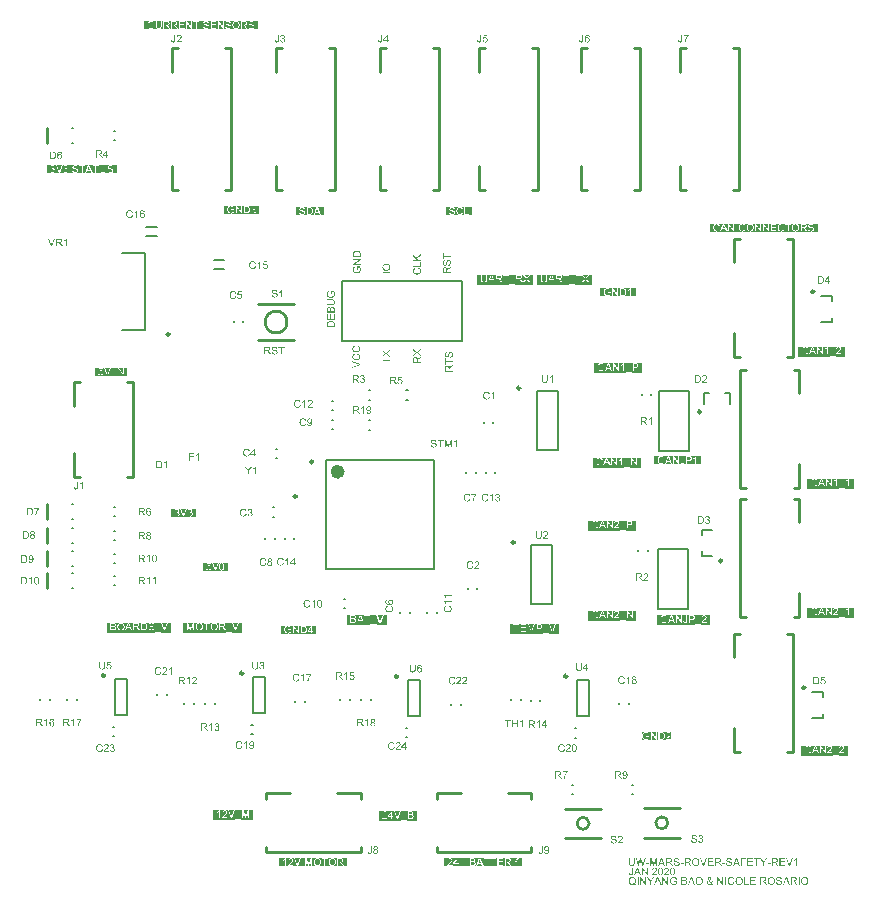
<source format=gto>
G04*
G04 #@! TF.GenerationSoftware,Altium Limited,Altium Designer,19.1.8 (144)*
G04*
G04 Layer_Color=65535*
%FSLAX25Y25*%
%MOIN*%
G70*
G01*
G75*
%ADD10C,0.00984*%
%ADD11C,0.01000*%
%ADD12C,0.02362*%
%ADD13C,0.00787*%
%ADD14C,0.00984*%
G36*
X417044Y169090D02*
X417070D01*
X417140Y169083D01*
X417218Y169072D01*
X417300Y169053D01*
X417388Y169031D01*
X417470Y169001D01*
X417473D01*
X417481Y168998D01*
X417492Y168990D01*
X417507Y168983D01*
X417544Y168964D01*
X417592Y168931D01*
X417647Y168894D01*
X417703Y168846D01*
X417755Y168790D01*
X417803Y168728D01*
Y168724D01*
X417806Y168720D01*
X417814Y168709D01*
X417821Y168698D01*
X417840Y168661D01*
X417862Y168613D01*
X417888Y168554D01*
X417906Y168483D01*
X417925Y168409D01*
X417932Y168328D01*
X417607Y168302D01*
Y168306D01*
Y168313D01*
X417603Y168324D01*
X417599Y168343D01*
X417588Y168384D01*
X417573Y168439D01*
X417551Y168498D01*
X417518Y168557D01*
X417477Y168613D01*
X417425Y168665D01*
X417418Y168668D01*
X417399Y168683D01*
X417362Y168705D01*
X417314Y168728D01*
X417251Y168750D01*
X417177Y168772D01*
X417085Y168787D01*
X416981Y168790D01*
X416929D01*
X416907Y168787D01*
X416878Y168783D01*
X416811Y168776D01*
X416737Y168761D01*
X416663Y168742D01*
X416593Y168713D01*
X416563Y168694D01*
X416534Y168676D01*
X416526Y168672D01*
X416511Y168657D01*
X416489Y168631D01*
X416467Y168602D01*
X416441Y168561D01*
X416419Y168517D01*
X416404Y168465D01*
X416397Y168406D01*
Y168398D01*
Y168384D01*
X416400Y168358D01*
X416408Y168328D01*
X416419Y168291D01*
X416437Y168254D01*
X416460Y168217D01*
X416493Y168180D01*
X416497Y168176D01*
X416515Y168165D01*
X416530Y168154D01*
X416545Y168147D01*
X416567Y168136D01*
X416593Y168121D01*
X416626Y168110D01*
X416663Y168095D01*
X416704Y168080D01*
X416752Y168062D01*
X416804Y168047D01*
X416863Y168028D01*
X416929Y168014D01*
X417003Y167995D01*
X417007D01*
X417022Y167991D01*
X417044Y167988D01*
X417070Y167980D01*
X417103Y167973D01*
X417144Y167962D01*
X417185Y167951D01*
X417229Y167939D01*
X417325Y167914D01*
X417418Y167888D01*
X417462Y167873D01*
X417503Y167858D01*
X417540Y167847D01*
X417570Y167832D01*
X417573D01*
X417581Y167829D01*
X417592Y167821D01*
X417607Y167814D01*
X417647Y167791D01*
X417695Y167762D01*
X417751Y167721D01*
X417806Y167677D01*
X417858Y167625D01*
X417903Y167569D01*
X417906Y167562D01*
X417921Y167544D01*
X417936Y167510D01*
X417958Y167466D01*
X417977Y167414D01*
X417995Y167351D01*
X418006Y167281D01*
X418010Y167207D01*
Y167203D01*
Y167200D01*
Y167188D01*
Y167174D01*
X418003Y167133D01*
X417995Y167081D01*
X417980Y167022D01*
X417962Y166959D01*
X417932Y166892D01*
X417892Y166822D01*
Y166818D01*
X417888Y166815D01*
X417869Y166793D01*
X417843Y166759D01*
X417806Y166722D01*
X417758Y166678D01*
X417699Y166630D01*
X417632Y166585D01*
X417555Y166545D01*
X417551D01*
X417544Y166541D01*
X417533Y166537D01*
X417518Y166530D01*
X417496Y166522D01*
X417470Y166511D01*
X417411Y166497D01*
X417340Y166478D01*
X417255Y166460D01*
X417163Y166448D01*
X417063Y166445D01*
X417003D01*
X416974Y166448D01*
X416941D01*
X416904Y166452D01*
X416859Y166456D01*
X416767Y166471D01*
X416671Y166485D01*
X416574Y166511D01*
X416482Y166545D01*
X416478D01*
X416471Y166548D01*
X416460Y166556D01*
X416445Y166563D01*
X416400Y166585D01*
X416349Y166619D01*
X416289Y166663D01*
X416226Y166715D01*
X416167Y166778D01*
X416112Y166848D01*
Y166852D01*
X416104Y166859D01*
X416101Y166870D01*
X416090Y166885D01*
X416082Y166903D01*
X416071Y166926D01*
X416045Y166981D01*
X416019Y167051D01*
X415997Y167129D01*
X415982Y167218D01*
X415975Y167311D01*
X416293Y167340D01*
Y167336D01*
Y167333D01*
X416297Y167322D01*
Y167307D01*
X416304Y167273D01*
X416315Y167225D01*
X416330Y167177D01*
X416345Y167122D01*
X416371Y167070D01*
X416397Y167022D01*
X416400Y167018D01*
X416411Y167003D01*
X416430Y166978D01*
X416460Y166952D01*
X416497Y166918D01*
X416537Y166885D01*
X416593Y166852D01*
X416652Y166822D01*
X416656D01*
X416659Y166818D01*
X416671Y166815D01*
X416682Y166811D01*
X416719Y166800D01*
X416767Y166785D01*
X416826Y166770D01*
X416892Y166759D01*
X416966Y166752D01*
X417048Y166748D01*
X417081D01*
X417118Y166752D01*
X417163Y166755D01*
X417214Y166763D01*
X417274Y166770D01*
X417333Y166785D01*
X417388Y166804D01*
X417396Y166807D01*
X417414Y166815D01*
X417440Y166830D01*
X417473Y166844D01*
X417507Y166870D01*
X417544Y166896D01*
X417581Y166926D01*
X417610Y166963D01*
X417614Y166966D01*
X417621Y166981D01*
X417632Y167000D01*
X417647Y167029D01*
X417662Y167059D01*
X417673Y167096D01*
X417681Y167137D01*
X417684Y167181D01*
Y167185D01*
Y167203D01*
X417681Y167225D01*
X417677Y167255D01*
X417666Y167285D01*
X417655Y167322D01*
X417636Y167359D01*
X417610Y167392D01*
X417607Y167396D01*
X417595Y167407D01*
X417581Y167421D01*
X417555Y167444D01*
X417525Y167466D01*
X417485Y167492D01*
X417436Y167518D01*
X417381Y167540D01*
X417377Y167544D01*
X417359Y167547D01*
X417329Y167558D01*
X417311Y167562D01*
X417285Y167569D01*
X417259Y167581D01*
X417226Y167588D01*
X417189Y167599D01*
X417144Y167610D01*
X417100Y167621D01*
X417048Y167636D01*
X416989Y167651D01*
X416926Y167666D01*
X416922D01*
X416911Y167669D01*
X416892Y167673D01*
X416870Y167681D01*
X416841Y167688D01*
X416807Y167695D01*
X416733Y167718D01*
X416652Y167743D01*
X416567Y167769D01*
X416493Y167795D01*
X416460Y167810D01*
X416430Y167825D01*
X416426D01*
X416423Y167829D01*
X416400Y167843D01*
X416367Y167862D01*
X416330Y167891D01*
X416286Y167925D01*
X416241Y167965D01*
X416197Y168014D01*
X416160Y168065D01*
X416156Y168073D01*
X416145Y168091D01*
X416130Y168121D01*
X416116Y168158D01*
X416101Y168206D01*
X416086Y168261D01*
X416075Y168321D01*
X416071Y168384D01*
Y168387D01*
Y168391D01*
Y168402D01*
Y168417D01*
X416079Y168454D01*
X416086Y168502D01*
X416097Y168557D01*
X416116Y168620D01*
X416141Y168683D01*
X416178Y168746D01*
Y168750D01*
X416182Y168754D01*
X416201Y168776D01*
X416226Y168805D01*
X416260Y168842D01*
X416304Y168883D01*
X416360Y168927D01*
X416426Y168968D01*
X416500Y169005D01*
X416504D01*
X416511Y169009D01*
X416523Y169012D01*
X416537Y169020D01*
X416556Y169027D01*
X416582Y169035D01*
X416637Y169050D01*
X416708Y169064D01*
X416789Y169079D01*
X416874Y169090D01*
X416970Y169094D01*
X417018D01*
X417044Y169090D01*
D02*
G37*
G36*
X399554D02*
X399580D01*
X399651Y169083D01*
X399728Y169072D01*
X399810Y169053D01*
X399898Y169031D01*
X399980Y169001D01*
X399984D01*
X399991Y168998D01*
X400002Y168990D01*
X400017Y168983D01*
X400054Y168964D01*
X400102Y168931D01*
X400157Y168894D01*
X400213Y168846D01*
X400265Y168790D01*
X400313Y168728D01*
Y168724D01*
X400316Y168720D01*
X400324Y168709D01*
X400331Y168698D01*
X400350Y168661D01*
X400372Y168613D01*
X400398Y168554D01*
X400416Y168483D01*
X400435Y168409D01*
X400442Y168328D01*
X400117Y168302D01*
Y168306D01*
Y168313D01*
X400113Y168324D01*
X400109Y168343D01*
X400098Y168384D01*
X400083Y168439D01*
X400061Y168498D01*
X400028Y168557D01*
X399987Y168613D01*
X399935Y168665D01*
X399928Y168668D01*
X399909Y168683D01*
X399872Y168705D01*
X399824Y168728D01*
X399762Y168750D01*
X399688Y168772D01*
X399595Y168787D01*
X399491Y168790D01*
X399440D01*
X399417Y168787D01*
X399388Y168783D01*
X399321Y168776D01*
X399247Y168761D01*
X399173Y168742D01*
X399103Y168713D01*
X399073Y168694D01*
X399044Y168676D01*
X399036Y168672D01*
X399022Y168657D01*
X398999Y168631D01*
X398977Y168602D01*
X398951Y168561D01*
X398929Y168517D01*
X398914Y168465D01*
X398907Y168406D01*
Y168398D01*
Y168384D01*
X398910Y168358D01*
X398918Y168328D01*
X398929Y168291D01*
X398948Y168254D01*
X398970Y168217D01*
X399003Y168180D01*
X399007Y168176D01*
X399025Y168165D01*
X399040Y168154D01*
X399055Y168147D01*
X399077Y168136D01*
X399103Y168121D01*
X399136Y168110D01*
X399173Y168095D01*
X399214Y168080D01*
X399262Y168062D01*
X399314Y168047D01*
X399373Y168028D01*
X399440Y168014D01*
X399514Y167995D01*
X399517D01*
X399532Y167991D01*
X399554Y167988D01*
X399580Y167980D01*
X399613Y167973D01*
X399654Y167962D01*
X399695Y167951D01*
X399739Y167939D01*
X399835Y167914D01*
X399928Y167888D01*
X399972Y167873D01*
X400013Y167858D01*
X400050Y167847D01*
X400080Y167832D01*
X400083D01*
X400091Y167829D01*
X400102Y167821D01*
X400117Y167814D01*
X400157Y167791D01*
X400206Y167762D01*
X400261Y167721D01*
X400316Y167677D01*
X400368Y167625D01*
X400413Y167569D01*
X400416Y167562D01*
X400431Y167544D01*
X400446Y167510D01*
X400468Y167466D01*
X400487Y167414D01*
X400505Y167351D01*
X400516Y167281D01*
X400520Y167207D01*
Y167203D01*
Y167200D01*
Y167188D01*
Y167174D01*
X400513Y167133D01*
X400505Y167081D01*
X400490Y167022D01*
X400472Y166959D01*
X400442Y166892D01*
X400402Y166822D01*
Y166818D01*
X400398Y166815D01*
X400379Y166793D01*
X400353Y166759D01*
X400316Y166722D01*
X400268Y166678D01*
X400209Y166630D01*
X400143Y166585D01*
X400065Y166545D01*
X400061D01*
X400054Y166541D01*
X400043Y166537D01*
X400028Y166530D01*
X400006Y166522D01*
X399980Y166511D01*
X399921Y166497D01*
X399850Y166478D01*
X399765Y166460D01*
X399673Y166448D01*
X399573Y166445D01*
X399514D01*
X399484Y166448D01*
X399451D01*
X399414Y166452D01*
X399369Y166456D01*
X399277Y166471D01*
X399181Y166485D01*
X399084Y166511D01*
X398992Y166545D01*
X398988D01*
X398981Y166548D01*
X398970Y166556D01*
X398955Y166563D01*
X398910Y166585D01*
X398859Y166619D01*
X398799Y166663D01*
X398737Y166715D01*
X398677Y166778D01*
X398622Y166848D01*
Y166852D01*
X398615Y166859D01*
X398611Y166870D01*
X398600Y166885D01*
X398592Y166903D01*
X398581Y166926D01*
X398555Y166981D01*
X398529Y167051D01*
X398507Y167129D01*
X398492Y167218D01*
X398485Y167311D01*
X398803Y167340D01*
Y167336D01*
Y167333D01*
X398807Y167322D01*
Y167307D01*
X398814Y167273D01*
X398825Y167225D01*
X398840Y167177D01*
X398855Y167122D01*
X398881Y167070D01*
X398907Y167022D01*
X398910Y167018D01*
X398922Y167003D01*
X398940Y166978D01*
X398970Y166952D01*
X399007Y166918D01*
X399047Y166885D01*
X399103Y166852D01*
X399162Y166822D01*
X399166D01*
X399169Y166818D01*
X399181Y166815D01*
X399192Y166811D01*
X399229Y166800D01*
X399277Y166785D01*
X399336Y166770D01*
X399403Y166759D01*
X399477Y166752D01*
X399558Y166748D01*
X399591D01*
X399628Y166752D01*
X399673Y166755D01*
X399725Y166763D01*
X399784Y166770D01*
X399843Y166785D01*
X399898Y166804D01*
X399906Y166807D01*
X399924Y166815D01*
X399950Y166830D01*
X399984Y166844D01*
X400017Y166870D01*
X400054Y166896D01*
X400091Y166926D01*
X400120Y166963D01*
X400124Y166966D01*
X400132Y166981D01*
X400143Y167000D01*
X400157Y167029D01*
X400172Y167059D01*
X400183Y167096D01*
X400191Y167137D01*
X400194Y167181D01*
Y167185D01*
Y167203D01*
X400191Y167225D01*
X400187Y167255D01*
X400176Y167285D01*
X400165Y167322D01*
X400146Y167359D01*
X400120Y167392D01*
X400117Y167396D01*
X400106Y167407D01*
X400091Y167421D01*
X400065Y167444D01*
X400035Y167466D01*
X399995Y167492D01*
X399946Y167518D01*
X399891Y167540D01*
X399887Y167544D01*
X399869Y167547D01*
X399839Y167558D01*
X399821Y167562D01*
X399795Y167569D01*
X399769Y167581D01*
X399736Y167588D01*
X399699Y167599D01*
X399654Y167610D01*
X399610Y167621D01*
X399558Y167636D01*
X399499Y167651D01*
X399436Y167666D01*
X399432D01*
X399421Y167669D01*
X399403Y167673D01*
X399380Y167681D01*
X399351Y167688D01*
X399318Y167695D01*
X399243Y167718D01*
X399162Y167743D01*
X399077Y167769D01*
X399003Y167795D01*
X398970Y167810D01*
X398940Y167825D01*
X398936D01*
X398933Y167829D01*
X398910Y167843D01*
X398877Y167862D01*
X398840Y167891D01*
X398796Y167925D01*
X398751Y167965D01*
X398707Y168014D01*
X398670Y168065D01*
X398666Y168073D01*
X398655Y168091D01*
X398640Y168121D01*
X398626Y168158D01*
X398611Y168206D01*
X398596Y168261D01*
X398585Y168321D01*
X398581Y168384D01*
Y168387D01*
Y168391D01*
Y168402D01*
Y168417D01*
X398589Y168454D01*
X398596Y168502D01*
X398607Y168557D01*
X398626Y168620D01*
X398652Y168683D01*
X398689Y168746D01*
Y168750D01*
X398692Y168754D01*
X398711Y168776D01*
X398737Y168805D01*
X398770Y168842D01*
X398814Y168883D01*
X398870Y168927D01*
X398936Y168968D01*
X399010Y169005D01*
X399014D01*
X399022Y169009D01*
X399033Y169012D01*
X399047Y169020D01*
X399066Y169027D01*
X399092Y169035D01*
X399147Y169050D01*
X399218Y169064D01*
X399299Y169079D01*
X399384Y169090D01*
X399480Y169094D01*
X399528D01*
X399554Y169090D01*
D02*
G37*
G36*
X428681Y167573D02*
Y166489D01*
X428340D01*
Y167573D01*
X427352Y169050D01*
X427763D01*
X428266Y168272D01*
Y168269D01*
X428274Y168261D01*
X428281Y168250D01*
X428289Y168236D01*
X428303Y168217D01*
X428318Y168195D01*
X428351Y168139D01*
X428392Y168073D01*
X428437Y167999D01*
X428485Y167921D01*
X428529Y167840D01*
Y167843D01*
X428533Y167851D01*
X428540Y167862D01*
X428551Y167877D01*
X428562Y167895D01*
X428577Y167917D01*
X428610Y167973D01*
X428651Y168039D01*
X428699Y168117D01*
X428755Y168202D01*
X428814Y168295D01*
X429306Y169050D01*
X429702D01*
X428681Y167573D01*
D02*
G37*
G36*
X430816Y167259D02*
X429843D01*
Y167573D01*
X430816D01*
Y167259D01*
D02*
G37*
G36*
X415705D02*
X414732D01*
Y167573D01*
X415705D01*
Y167259D01*
D02*
G37*
G36*
X401793D02*
X400820D01*
Y167573D01*
X401793D01*
Y167259D01*
D02*
G37*
G36*
X390264D02*
X389290D01*
Y167573D01*
X390264D01*
Y167259D01*
D02*
G37*
G36*
X393079Y166489D02*
X392754D01*
Y168631D01*
X392006Y166489D01*
X391703D01*
X390963Y168668D01*
Y166489D01*
X390637D01*
Y169050D01*
X391144D01*
X391751Y167233D01*
Y167229D01*
X391755Y167222D01*
X391758Y167211D01*
X391766Y167192D01*
X391781Y167148D01*
X391799Y167092D01*
X391818Y167029D01*
X391840Y166966D01*
X391858Y166907D01*
X391873Y166855D01*
X391877Y166863D01*
X391880Y166881D01*
X391892Y166915D01*
X391906Y166959D01*
X391925Y167018D01*
X391951Y167088D01*
X391977Y167170D01*
X392010Y167266D01*
X392624Y169050D01*
X393079D01*
Y166489D01*
D02*
G37*
G36*
X388436D02*
X388103D01*
X387566Y168439D01*
Y168443D01*
X387563Y168450D01*
X387559Y168461D01*
X387555Y168480D01*
X387544Y168520D01*
X387533Y168569D01*
X387518Y168620D01*
X387503Y168668D01*
X387492Y168709D01*
X387489Y168728D01*
X387485Y168739D01*
Y168735D01*
X387481Y168731D01*
X387477Y168709D01*
X387470Y168676D01*
X387459Y168635D01*
X387448Y168591D01*
X387433Y168539D01*
X387422Y168487D01*
X387407Y168439D01*
X386867Y166489D01*
X386512D01*
X385842Y169050D01*
X386194D01*
X386575Y167370D01*
Y167366D01*
X386578Y167359D01*
X386582Y167344D01*
X386586Y167325D01*
X386590Y167299D01*
X386597Y167273D01*
X386604Y167240D01*
X386612Y167203D01*
X386630Y167125D01*
X386649Y167037D01*
X386667Y166940D01*
X386686Y166844D01*
Y166848D01*
X386689Y166863D01*
X386697Y166881D01*
X386701Y166911D01*
X386708Y166940D01*
X386719Y166978D01*
X386737Y167059D01*
X386760Y167140D01*
X386767Y167181D01*
X386778Y167218D01*
X386786Y167251D01*
X386793Y167281D01*
X386800Y167303D01*
X386804Y167318D01*
X387289Y169050D01*
X387700D01*
X388062Y167751D01*
Y167747D01*
X388070Y167729D01*
X388077Y167703D01*
X388084Y167669D01*
X388095Y167625D01*
X388110Y167577D01*
X388125Y167521D01*
X388140Y167458D01*
X388158Y167388D01*
X388173Y167318D01*
X388206Y167166D01*
X388240Y167007D01*
X388266Y166844D01*
Y166848D01*
X388269Y166855D01*
Y166870D01*
X388277Y166889D01*
X388280Y166911D01*
X388288Y166937D01*
X388292Y166970D01*
X388303Y167007D01*
X388321Y167088D01*
X388343Y167185D01*
X388366Y167288D01*
X388395Y167403D01*
X388795Y169050D01*
X389139D01*
X388436Y166489D01*
D02*
G37*
G36*
X437250D02*
X436895D01*
X435903Y169050D01*
X436273D01*
X436939Y167188D01*
Y167185D01*
X436943Y167177D01*
X436946Y167166D01*
X436954Y167151D01*
X436958Y167129D01*
X436965Y167107D01*
X436983Y167051D01*
X437006Y166989D01*
X437028Y166918D01*
X437072Y166770D01*
Y166774D01*
X437076Y166781D01*
X437080Y166793D01*
X437083Y166807D01*
X437094Y166848D01*
X437113Y166903D01*
X437132Y166966D01*
X437154Y167037D01*
X437180Y167111D01*
X437209Y167188D01*
X437905Y169050D01*
X438249D01*
X437250Y166489D01*
D02*
G37*
G36*
X408623D02*
X408268D01*
X407276Y169050D01*
X407646D01*
X408312Y167188D01*
Y167185D01*
X408316Y167177D01*
X408320Y167166D01*
X408327Y167151D01*
X408331Y167129D01*
X408338Y167107D01*
X408357Y167051D01*
X408379Y166989D01*
X408401Y166918D01*
X408445Y166770D01*
Y166774D01*
X408449Y166781D01*
X408453Y166793D01*
X408457Y166807D01*
X408468Y166848D01*
X408486Y166903D01*
X408505Y166966D01*
X408527Y167037D01*
X408553Y167111D01*
X408582Y167188D01*
X409278Y169050D01*
X409622D01*
X408623Y166489D01*
D02*
G37*
G36*
X385513Y167569D02*
Y167566D01*
Y167551D01*
Y167533D01*
Y167507D01*
X385509Y167473D01*
Y167436D01*
X385505Y167392D01*
X385502Y167348D01*
X385491Y167248D01*
X385476Y167144D01*
X385454Y167044D01*
X385439Y166996D01*
X385424Y166952D01*
Y166948D01*
X385420Y166940D01*
X385413Y166929D01*
X385405Y166915D01*
X385383Y166874D01*
X385350Y166822D01*
X385306Y166763D01*
X385254Y166704D01*
X385187Y166641D01*
X385106Y166585D01*
X385102D01*
X385095Y166578D01*
X385084Y166574D01*
X385065Y166563D01*
X385043Y166552D01*
X385013Y166541D01*
X384984Y166530D01*
X384947Y166515D01*
X384906Y166500D01*
X384862Y166489D01*
X384813Y166478D01*
X384758Y166467D01*
X384702Y166460D01*
X384643Y166452D01*
X384510Y166445D01*
X384477D01*
X384451Y166448D01*
X384421D01*
X384384Y166452D01*
X384344Y166456D01*
X384303Y166460D01*
X384210Y166474D01*
X384110Y166497D01*
X384014Y166526D01*
X383922Y166567D01*
X383918D01*
X383911Y166574D01*
X383900Y166582D01*
X383885Y166589D01*
X383844Y166619D01*
X383796Y166659D01*
X383740Y166711D01*
X383689Y166770D01*
X383637Y166844D01*
X383596Y166926D01*
Y166929D01*
X383593Y166937D01*
X383589Y166952D01*
X383581Y166970D01*
X383574Y166992D01*
X383567Y167022D01*
X383556Y167055D01*
X383548Y167096D01*
X383541Y167140D01*
X383530Y167188D01*
X383522Y167240D01*
X383515Y167296D01*
X383507Y167359D01*
X383504Y167425D01*
X383500Y167496D01*
Y167569D01*
Y169050D01*
X383840D01*
Y167569D01*
Y167566D01*
Y167555D01*
Y167536D01*
Y167514D01*
X383844Y167488D01*
Y167455D01*
X383848Y167385D01*
X383855Y167303D01*
X383866Y167222D01*
X383881Y167144D01*
X383889Y167111D01*
X383900Y167077D01*
X383903Y167070D01*
X383911Y167051D01*
X383929Y167026D01*
X383951Y166989D01*
X383977Y166952D01*
X384014Y166911D01*
X384059Y166870D01*
X384110Y166837D01*
X384118Y166833D01*
X384136Y166822D01*
X384170Y166811D01*
X384214Y166796D01*
X384266Y166778D01*
X384332Y166767D01*
X384403Y166755D01*
X384481Y166752D01*
X384518D01*
X384540Y166755D01*
X384573D01*
X384606Y166759D01*
X384688Y166774D01*
X384776Y166793D01*
X384862Y166822D01*
X384943Y166863D01*
X384980Y166889D01*
X385013Y166918D01*
X385017Y166922D01*
X385021Y166926D01*
X385028Y166937D01*
X385039Y166952D01*
X385050Y166974D01*
X385065Y166996D01*
X385080Y167029D01*
X385095Y167063D01*
X385109Y167103D01*
X385121Y167151D01*
X385135Y167207D01*
X385146Y167266D01*
X385158Y167333D01*
X385165Y167403D01*
X385172Y167484D01*
Y167569D01*
Y169050D01*
X385513D01*
Y167569D01*
D02*
G37*
G36*
X439610Y166489D02*
X439296D01*
Y168491D01*
X439292Y168487D01*
X439274Y168472D01*
X439252Y168450D01*
X439215Y168424D01*
X439174Y168391D01*
X439122Y168354D01*
X439063Y168313D01*
X438996Y168272D01*
X438993D01*
X438989Y168269D01*
X438967Y168254D01*
X438930Y168236D01*
X438885Y168213D01*
X438834Y168187D01*
X438778Y168161D01*
X438723Y168136D01*
X438667Y168113D01*
Y168417D01*
X438671D01*
X438678Y168424D01*
X438693Y168428D01*
X438711Y168439D01*
X438734Y168450D01*
X438760Y168465D01*
X438822Y168502D01*
X438896Y168543D01*
X438970Y168594D01*
X439048Y168654D01*
X439126Y168717D01*
X439129Y168720D01*
X439133Y168724D01*
X439144Y168735D01*
X439159Y168746D01*
X439192Y168783D01*
X439237Y168827D01*
X439281Y168879D01*
X439329Y168939D01*
X439370Y168998D01*
X439407Y169061D01*
X439610D01*
Y166489D01*
D02*
G37*
G36*
X435640Y168746D02*
X434127D01*
Y167965D01*
X435544D01*
Y167662D01*
X434127D01*
Y166793D01*
X435700D01*
Y166489D01*
X433787D01*
Y169050D01*
X435640D01*
Y168746D01*
D02*
G37*
G36*
X432421Y169046D02*
X432455D01*
X432532Y169042D01*
X432614Y169031D01*
X432703Y169020D01*
X432784Y169001D01*
X432825Y168990D01*
X432858Y168979D01*
X432862D01*
X432865Y168975D01*
X432888Y168964D01*
X432921Y168950D01*
X432962Y168924D01*
X433006Y168890D01*
X433054Y168846D01*
X433099Y168794D01*
X433143Y168735D01*
Y168731D01*
X433147Y168728D01*
X433161Y168705D01*
X433176Y168668D01*
X433198Y168620D01*
X433217Y168565D01*
X433235Y168498D01*
X433247Y168428D01*
X433250Y168350D01*
Y168347D01*
Y168339D01*
Y168324D01*
X433247Y168306D01*
Y168280D01*
X433243Y168254D01*
X433228Y168191D01*
X433206Y168117D01*
X433176Y168039D01*
X433132Y167962D01*
X433102Y167925D01*
X433073Y167888D01*
X433069Y167884D01*
X433065Y167880D01*
X433054Y167869D01*
X433039Y167858D01*
X433021Y167843D01*
X432999Y167829D01*
X432969Y167810D01*
X432939Y167788D01*
X432902Y167769D01*
X432862Y167751D01*
X432817Y167729D01*
X432769Y167710D01*
X432714Y167695D01*
X432658Y167677D01*
X432595Y167666D01*
X432529Y167655D01*
X432536Y167651D01*
X432551Y167643D01*
X432573Y167629D01*
X432603Y167614D01*
X432669Y167573D01*
X432703Y167547D01*
X432732Y167525D01*
X432740Y167518D01*
X432758Y167499D01*
X432788Y167470D01*
X432825Y167433D01*
X432865Y167381D01*
X432913Y167325D01*
X432962Y167259D01*
X433013Y167185D01*
X433454Y166489D01*
X433032D01*
X432695Y167022D01*
Y167026D01*
X432688Y167033D01*
X432680Y167044D01*
X432669Y167059D01*
X432643Y167100D01*
X432610Y167151D01*
X432569Y167207D01*
X432529Y167266D01*
X432488Y167322D01*
X432451Y167373D01*
X432447Y167377D01*
X432436Y167392D01*
X432418Y167414D01*
X432392Y167440D01*
X432336Y167496D01*
X432307Y167521D01*
X432277Y167544D01*
X432273Y167547D01*
X432266Y167551D01*
X432251Y167558D01*
X432229Y167569D01*
X432207Y167581D01*
X432181Y167592D01*
X432122Y167610D01*
X432118D01*
X432111Y167614D01*
X432096D01*
X432077Y167618D01*
X432051Y167621D01*
X432022D01*
X431981Y167625D01*
X431544D01*
Y166489D01*
X431204D01*
Y169050D01*
X432392D01*
X432421Y169046D01*
D02*
G37*
G36*
X427271Y168746D02*
X426427D01*
Y166489D01*
X426087D01*
Y168746D01*
X425243D01*
Y169050D01*
X427271D01*
Y168746D01*
D02*
G37*
G36*
X424907D02*
X423393D01*
Y167965D01*
X424811D01*
Y167662D01*
X423393D01*
Y166793D01*
X424966D01*
Y166489D01*
X423053D01*
Y169050D01*
X424907D01*
Y168746D01*
D02*
G37*
G36*
X422609D02*
X421218D01*
Y167954D01*
X422420D01*
Y167651D01*
X421218D01*
Y166489D01*
X420877D01*
Y169050D01*
X422609D01*
Y168746D01*
D02*
G37*
G36*
X420589Y166489D02*
X420204D01*
X419904Y167266D01*
X418831D01*
X418554Y166489D01*
X418195D01*
X419172Y169050D01*
X419542D01*
X420589Y166489D01*
D02*
G37*
G36*
X413537Y169046D02*
X413570D01*
X413648Y169042D01*
X413729Y169031D01*
X413818Y169020D01*
X413899Y169001D01*
X413940Y168990D01*
X413973Y168979D01*
X413977D01*
X413981Y168975D01*
X414003Y168964D01*
X414036Y168950D01*
X414077Y168924D01*
X414121Y168890D01*
X414169Y168846D01*
X414214Y168794D01*
X414258Y168735D01*
Y168731D01*
X414262Y168728D01*
X414277Y168705D01*
X414291Y168668D01*
X414314Y168620D01*
X414332Y168565D01*
X414351Y168498D01*
X414362Y168428D01*
X414365Y168350D01*
Y168347D01*
Y168339D01*
Y168324D01*
X414362Y168306D01*
Y168280D01*
X414358Y168254D01*
X414343Y168191D01*
X414321Y168117D01*
X414291Y168039D01*
X414247Y167962D01*
X414217Y167925D01*
X414188Y167888D01*
X414184Y167884D01*
X414180Y167880D01*
X414169Y167869D01*
X414154Y167858D01*
X414136Y167843D01*
X414114Y167829D01*
X414084Y167810D01*
X414055Y167788D01*
X414018Y167769D01*
X413977Y167751D01*
X413933Y167729D01*
X413884Y167710D01*
X413829Y167695D01*
X413773Y167677D01*
X413710Y167666D01*
X413644Y167655D01*
X413651Y167651D01*
X413666Y167643D01*
X413688Y167629D01*
X413718Y167614D01*
X413785Y167573D01*
X413818Y167547D01*
X413847Y167525D01*
X413855Y167518D01*
X413873Y167499D01*
X413903Y167470D01*
X413940Y167433D01*
X413981Y167381D01*
X414029Y167325D01*
X414077Y167259D01*
X414129Y167185D01*
X414569Y166489D01*
X414147D01*
X413810Y167022D01*
Y167026D01*
X413803Y167033D01*
X413796Y167044D01*
X413785Y167059D01*
X413759Y167100D01*
X413725Y167151D01*
X413685Y167207D01*
X413644Y167266D01*
X413603Y167322D01*
X413566Y167373D01*
X413562Y167377D01*
X413551Y167392D01*
X413533Y167414D01*
X413507Y167440D01*
X413451Y167496D01*
X413422Y167521D01*
X413392Y167544D01*
X413389Y167547D01*
X413381Y167551D01*
X413366Y167558D01*
X413344Y167569D01*
X413322Y167581D01*
X413296Y167592D01*
X413237Y167610D01*
X413233D01*
X413226Y167614D01*
X413211D01*
X413193Y167618D01*
X413167Y167621D01*
X413137D01*
X413096Y167625D01*
X412660D01*
Y166489D01*
X412319D01*
Y169050D01*
X413507D01*
X413537Y169046D01*
D02*
G37*
G36*
X411787Y168746D02*
X410273D01*
Y167965D01*
X411690D01*
Y167662D01*
X410273D01*
Y166793D01*
X411846D01*
Y166489D01*
X409933D01*
Y169050D01*
X411787D01*
Y168746D01*
D02*
G37*
G36*
X403399Y169046D02*
X403432D01*
X403510Y169042D01*
X403591Y169031D01*
X403680Y169020D01*
X403761Y169001D01*
X403802Y168990D01*
X403835Y168979D01*
X403839D01*
X403843Y168975D01*
X403865Y168964D01*
X403898Y168950D01*
X403939Y168924D01*
X403983Y168890D01*
X404031Y168846D01*
X404076Y168794D01*
X404120Y168735D01*
Y168731D01*
X404124Y168728D01*
X404139Y168705D01*
X404153Y168668D01*
X404176Y168620D01*
X404194Y168565D01*
X404213Y168498D01*
X404224Y168428D01*
X404227Y168350D01*
Y168347D01*
Y168339D01*
Y168324D01*
X404224Y168306D01*
Y168280D01*
X404220Y168254D01*
X404205Y168191D01*
X404183Y168117D01*
X404153Y168039D01*
X404109Y167962D01*
X404079Y167925D01*
X404050Y167888D01*
X404046Y167884D01*
X404042Y167880D01*
X404031Y167869D01*
X404016Y167858D01*
X403998Y167843D01*
X403976Y167829D01*
X403946Y167810D01*
X403917Y167788D01*
X403880Y167769D01*
X403839Y167751D01*
X403794Y167729D01*
X403746Y167710D01*
X403691Y167695D01*
X403635Y167677D01*
X403573Y167666D01*
X403506Y167655D01*
X403513Y167651D01*
X403528Y167643D01*
X403550Y167629D01*
X403580Y167614D01*
X403647Y167573D01*
X403680Y167547D01*
X403709Y167525D01*
X403717Y167518D01*
X403735Y167499D01*
X403765Y167470D01*
X403802Y167433D01*
X403843Y167381D01*
X403891Y167325D01*
X403939Y167259D01*
X403991Y167185D01*
X404431Y166489D01*
X404009D01*
X403672Y167022D01*
Y167026D01*
X403665Y167033D01*
X403658Y167044D01*
X403647Y167059D01*
X403621Y167100D01*
X403587Y167151D01*
X403547Y167207D01*
X403506Y167266D01*
X403465Y167322D01*
X403428Y167373D01*
X403425Y167377D01*
X403413Y167392D01*
X403395Y167414D01*
X403369Y167440D01*
X403313Y167496D01*
X403284Y167521D01*
X403254Y167544D01*
X403251Y167547D01*
X403243Y167551D01*
X403228Y167558D01*
X403206Y167569D01*
X403184Y167581D01*
X403158Y167592D01*
X403099Y167610D01*
X403095D01*
X403088Y167614D01*
X403073D01*
X403055Y167618D01*
X403029Y167621D01*
X402999D01*
X402958Y167625D01*
X402522D01*
Y166489D01*
X402181D01*
Y169050D01*
X403369D01*
X403399Y169046D01*
D02*
G37*
G36*
X397238D02*
X397271D01*
X397349Y169042D01*
X397430Y169031D01*
X397519Y169020D01*
X397601Y169001D01*
X397641Y168990D01*
X397675Y168979D01*
X397678D01*
X397682Y168975D01*
X397704Y168964D01*
X397738Y168950D01*
X397778Y168924D01*
X397823Y168890D01*
X397871Y168846D01*
X397915Y168794D01*
X397960Y168735D01*
Y168731D01*
X397963Y168728D01*
X397978Y168705D01*
X397993Y168668D01*
X398015Y168620D01*
X398034Y168565D01*
X398052Y168498D01*
X398063Y168428D01*
X398067Y168350D01*
Y168347D01*
Y168339D01*
Y168324D01*
X398063Y168306D01*
Y168280D01*
X398060Y168254D01*
X398045Y168191D01*
X398023Y168117D01*
X397993Y168039D01*
X397949Y167962D01*
X397919Y167925D01*
X397889Y167888D01*
X397886Y167884D01*
X397882Y167880D01*
X397871Y167869D01*
X397856Y167858D01*
X397837Y167843D01*
X397815Y167829D01*
X397786Y167810D01*
X397756Y167788D01*
X397719Y167769D01*
X397678Y167751D01*
X397634Y167729D01*
X397586Y167710D01*
X397530Y167695D01*
X397475Y167677D01*
X397412Y167666D01*
X397345Y167655D01*
X397353Y167651D01*
X397368Y167643D01*
X397390Y167629D01*
X397419Y167614D01*
X397486Y167573D01*
X397519Y167547D01*
X397549Y167525D01*
X397556Y167518D01*
X397575Y167499D01*
X397604Y167470D01*
X397641Y167433D01*
X397682Y167381D01*
X397730Y167325D01*
X397778Y167259D01*
X397830Y167185D01*
X398270Y166489D01*
X397849D01*
X397512Y167022D01*
Y167026D01*
X397504Y167033D01*
X397497Y167044D01*
X397486Y167059D01*
X397460Y167100D01*
X397427Y167151D01*
X397386Y167207D01*
X397345Y167266D01*
X397305Y167322D01*
X397268Y167373D01*
X397264Y167377D01*
X397253Y167392D01*
X397234Y167414D01*
X397208Y167440D01*
X397153Y167496D01*
X397123Y167521D01*
X397094Y167544D01*
X397090Y167547D01*
X397083Y167551D01*
X397068Y167558D01*
X397046Y167569D01*
X397024Y167581D01*
X396998Y167592D01*
X396938Y167610D01*
X396935D01*
X396927Y167614D01*
X396913D01*
X396894Y167618D01*
X396868Y167621D01*
X396838D01*
X396798Y167625D01*
X396361D01*
Y166489D01*
X396021D01*
Y169050D01*
X397208D01*
X397238Y169046D01*
D02*
G37*
G36*
X395743Y166489D02*
X395358D01*
X395059Y167266D01*
X393986D01*
X393708Y166489D01*
X393349D01*
X394326Y169050D01*
X394696D01*
X395743Y166489D01*
D02*
G37*
G36*
X405940Y169090D02*
X405974D01*
X406007Y169087D01*
X406051Y169079D01*
X406096Y169072D01*
X406192Y169053D01*
X406303Y169024D01*
X406410Y168979D01*
X406466Y168953D01*
X406521Y168924D01*
X406525Y168920D01*
X406532Y168916D01*
X406547Y168905D01*
X406569Y168894D01*
X406592Y168876D01*
X406621Y168853D01*
X406684Y168802D01*
X406751Y168735D01*
X406825Y168654D01*
X406895Y168557D01*
X406954Y168450D01*
Y168446D01*
X406962Y168435D01*
X406969Y168421D01*
X406977Y168398D01*
X406991Y168369D01*
X407002Y168335D01*
X407017Y168295D01*
X407032Y168250D01*
X407043Y168202D01*
X407058Y168150D01*
X407073Y168091D01*
X407084Y168032D01*
X407099Y167903D01*
X407106Y167762D01*
Y167758D01*
Y167743D01*
Y167725D01*
X407102Y167695D01*
Y167662D01*
X407099Y167621D01*
X407091Y167577D01*
X407088Y167529D01*
X407069Y167421D01*
X407039Y167303D01*
X406999Y167185D01*
X406977Y167125D01*
X406947Y167066D01*
Y167063D01*
X406940Y167051D01*
X406932Y167037D01*
X406917Y167015D01*
X406903Y166989D01*
X406884Y166963D01*
X406832Y166892D01*
X406769Y166818D01*
X406695Y166741D01*
X406606Y166667D01*
X406503Y166600D01*
X406499D01*
X406492Y166593D01*
X406473Y166585D01*
X406451Y166574D01*
X406425Y166563D01*
X406396Y166552D01*
X406359Y166537D01*
X406318Y166522D01*
X406274Y166508D01*
X406225Y166493D01*
X406118Y166471D01*
X406003Y166452D01*
X405881Y166445D01*
X405844D01*
X405822Y166448D01*
X405789D01*
X405752Y166456D01*
X405711Y166460D01*
X405663Y166467D01*
X405563Y166489D01*
X405456Y166519D01*
X405345Y166563D01*
X405289Y166589D01*
X405234Y166619D01*
X405230Y166622D01*
X405223Y166626D01*
X405208Y166637D01*
X405186Y166652D01*
X405163Y166667D01*
X405138Y166689D01*
X405075Y166744D01*
X405004Y166811D01*
X404930Y166892D01*
X404864Y166985D01*
X404801Y167092D01*
Y167096D01*
X404794Y167107D01*
X404786Y167122D01*
X404779Y167144D01*
X404768Y167174D01*
X404756Y167207D01*
X404742Y167244D01*
X404731Y167285D01*
X404716Y167333D01*
X404701Y167381D01*
X404679Y167492D01*
X404664Y167606D01*
X404657Y167732D01*
Y167736D01*
Y167740D01*
Y167762D01*
X404660Y167795D01*
Y167840D01*
X404668Y167891D01*
X404675Y167954D01*
X404686Y168025D01*
X404701Y168099D01*
X404716Y168176D01*
X404738Y168258D01*
X404768Y168339D01*
X404801Y168424D01*
X404838Y168506D01*
X404886Y168587D01*
X404938Y168661D01*
X404997Y168731D01*
X405001Y168735D01*
X405012Y168746D01*
X405034Y168765D01*
X405060Y168787D01*
X405093Y168816D01*
X405134Y168846D01*
X405182Y168879D01*
X405237Y168913D01*
X405297Y168946D01*
X405363Y168979D01*
X405437Y169009D01*
X405515Y169038D01*
X405600Y169061D01*
X405689Y169079D01*
X405781Y169090D01*
X405881Y169094D01*
X405915D01*
X405940Y169090D01*
D02*
G37*
G36*
X389864Y163361D02*
X389512D01*
X388173Y165370D01*
Y163361D01*
X387847D01*
Y165921D01*
X388195D01*
X389538Y163909D01*
Y165921D01*
X389864D01*
Y163361D01*
D02*
G37*
G36*
X384910Y164175D02*
Y164171D01*
Y164160D01*
Y164146D01*
Y164123D01*
X384906Y164094D01*
Y164064D01*
X384899Y163994D01*
X384891Y163912D01*
X384876Y163827D01*
X384854Y163750D01*
X384828Y163676D01*
Y163672D01*
X384825Y163668D01*
X384813Y163646D01*
X384795Y163616D01*
X384769Y163576D01*
X384732Y163535D01*
X384691Y163491D01*
X384640Y163446D01*
X384580Y163409D01*
X384573Y163406D01*
X384551Y163394D01*
X384518Y163380D01*
X384469Y163365D01*
X384410Y163346D01*
X384344Y163331D01*
X384270Y163320D01*
X384188Y163317D01*
X384155D01*
X384133Y163320D01*
X384103Y163324D01*
X384073Y163328D01*
X383996Y163343D01*
X383914Y163365D01*
X383829Y163398D01*
X383785Y163420D01*
X383744Y163446D01*
X383707Y163476D01*
X383670Y163509D01*
X383666Y163513D01*
X383663Y163516D01*
X383655Y163531D01*
X383644Y163546D01*
X383629Y163565D01*
X383615Y163591D01*
X383600Y163620D01*
X383581Y163653D01*
X383567Y163690D01*
X383552Y163735D01*
X383537Y163779D01*
X383522Y163831D01*
X383515Y163886D01*
X383504Y163949D01*
X383500Y164012D01*
Y164083D01*
X383807Y164127D01*
Y164123D01*
Y164116D01*
Y164101D01*
X383811Y164079D01*
X383815Y164057D01*
Y164031D01*
X383826Y163968D01*
X383837Y163901D01*
X383859Y163835D01*
X383881Y163776D01*
X383896Y163750D01*
X383914Y163727D01*
X383918Y163724D01*
X383933Y163713D01*
X383955Y163694D01*
X383985Y163676D01*
X384025Y163653D01*
X384070Y163639D01*
X384125Y163624D01*
X384185Y163620D01*
X384207D01*
X384229Y163624D01*
X384262Y163628D01*
X384296Y163635D01*
X384332Y163642D01*
X384369Y163657D01*
X384406Y163676D01*
X384410Y163679D01*
X384421Y163687D01*
X384436Y163701D01*
X384458Y163716D01*
X384477Y163742D01*
X384499Y163768D01*
X384518Y163798D01*
X384532Y163835D01*
Y163838D01*
X384540Y163853D01*
X384543Y163879D01*
X384551Y163912D01*
X384558Y163957D01*
X384562Y164012D01*
X384569Y164079D01*
Y164157D01*
Y165921D01*
X384910D01*
Y164175D01*
D02*
G37*
G36*
X396191Y165929D02*
X396221Y165925D01*
X396258Y165921D01*
X396298Y165914D01*
X396339Y165907D01*
X396435Y165881D01*
X396531Y165844D01*
X396580Y165822D01*
X396628Y165796D01*
X396672Y165762D01*
X396713Y165725D01*
X396716Y165722D01*
X396724Y165718D01*
X396731Y165703D01*
X396746Y165688D01*
X396764Y165670D01*
X396783Y165644D01*
X396801Y165618D01*
X396824Y165585D01*
X396861Y165515D01*
X396898Y165426D01*
X396913Y165381D01*
X396920Y165330D01*
X396927Y165278D01*
X396931Y165222D01*
Y165215D01*
Y165196D01*
X396927Y165167D01*
X396924Y165126D01*
X396916Y165082D01*
X396901Y165030D01*
X396887Y164974D01*
X396864Y164919D01*
X396861Y164911D01*
X396853Y164893D01*
X396838Y164863D01*
X396816Y164823D01*
X396787Y164778D01*
X396750Y164723D01*
X396705Y164667D01*
X396654Y164604D01*
X396646Y164597D01*
X396628Y164575D01*
X396609Y164556D01*
X396591Y164538D01*
X396568Y164515D01*
X396539Y164486D01*
X396509Y164456D01*
X396472Y164423D01*
X396435Y164386D01*
X396391Y164345D01*
X396343Y164305D01*
X396291Y164257D01*
X396232Y164208D01*
X396172Y164157D01*
X396169Y164153D01*
X396161Y164146D01*
X396147Y164134D01*
X396128Y164120D01*
X396106Y164097D01*
X396080Y164075D01*
X396021Y164027D01*
X395958Y163972D01*
X395899Y163916D01*
X395847Y163868D01*
X395825Y163849D01*
X395806Y163831D01*
X395802Y163827D01*
X395791Y163816D01*
X395777Y163801D01*
X395758Y163779D01*
X395740Y163753D01*
X395717Y163727D01*
X395673Y163664D01*
X396935D01*
Y163361D01*
X395236D01*
Y163365D01*
Y163380D01*
Y163402D01*
X395240Y163431D01*
X395244Y163465D01*
X395251Y163502D01*
X395259Y163539D01*
X395273Y163579D01*
Y163583D01*
X395277Y163587D01*
X395285Y163609D01*
X395299Y163642D01*
X395321Y163687D01*
X395351Y163739D01*
X395388Y163798D01*
X395429Y163857D01*
X395481Y163920D01*
Y163924D01*
X395488Y163927D01*
X395507Y163949D01*
X395540Y163983D01*
X395588Y164031D01*
X395643Y164086D01*
X395714Y164153D01*
X395799Y164227D01*
X395891Y164305D01*
X395895Y164308D01*
X395910Y164319D01*
X395932Y164338D01*
X395958Y164360D01*
X395991Y164390D01*
X396032Y164423D01*
X396073Y164460D01*
X396121Y164501D01*
X396213Y164590D01*
X396306Y164678D01*
X396350Y164723D01*
X396391Y164767D01*
X396428Y164808D01*
X396457Y164848D01*
Y164852D01*
X396465Y164856D01*
X396472Y164867D01*
X396480Y164882D01*
X396505Y164922D01*
X396535Y164971D01*
X396561Y165030D01*
X396587Y165093D01*
X396602Y165163D01*
X396609Y165230D01*
Y165233D01*
Y165237D01*
X396605Y165259D01*
X396602Y165296D01*
X396591Y165337D01*
X396576Y165389D01*
X396550Y165440D01*
X396517Y165492D01*
X396472Y165544D01*
X396465Y165551D01*
X396446Y165566D01*
X396420Y165585D01*
X396380Y165611D01*
X396328Y165633D01*
X396269Y165655D01*
X396198Y165670D01*
X396121Y165674D01*
X396098D01*
X396084Y165670D01*
X396039Y165666D01*
X395988Y165655D01*
X395932Y165640D01*
X395869Y165614D01*
X395810Y165581D01*
X395754Y165537D01*
X395747Y165529D01*
X395732Y165511D01*
X395710Y165481D01*
X395688Y165437D01*
X395662Y165385D01*
X395640Y165318D01*
X395625Y165244D01*
X395618Y165159D01*
X395296Y165193D01*
Y165196D01*
X395299Y165207D01*
Y165226D01*
X395303Y165252D01*
X395310Y165281D01*
X395318Y165315D01*
X395329Y165355D01*
X395340Y165396D01*
X395370Y165485D01*
X395414Y165574D01*
X395440Y165618D01*
X395473Y165663D01*
X395507Y165703D01*
X395544Y165740D01*
X395547Y165744D01*
X395555Y165748D01*
X395566Y165759D01*
X395584Y165770D01*
X395606Y165785D01*
X395632Y165799D01*
X395662Y165818D01*
X395699Y165836D01*
X395740Y165855D01*
X395784Y165873D01*
X395832Y165888D01*
X395884Y165903D01*
X395939Y165914D01*
X395999Y165925D01*
X396061Y165929D01*
X396128Y165933D01*
X396165D01*
X396191Y165929D01*
D02*
G37*
G36*
X392210D02*
X392239Y165925D01*
X392276Y165921D01*
X392317Y165914D01*
X392358Y165907D01*
X392454Y165881D01*
X392550Y165844D01*
X392598Y165822D01*
X392646Y165796D01*
X392691Y165762D01*
X392731Y165725D01*
X392735Y165722D01*
X392743Y165718D01*
X392750Y165703D01*
X392765Y165688D01*
X392783Y165670D01*
X392802Y165644D01*
X392820Y165618D01*
X392843Y165585D01*
X392880Y165515D01*
X392916Y165426D01*
X392931Y165381D01*
X392939Y165330D01*
X392946Y165278D01*
X392950Y165222D01*
Y165215D01*
Y165196D01*
X392946Y165167D01*
X392942Y165126D01*
X392935Y165082D01*
X392920Y165030D01*
X392905Y164974D01*
X392883Y164919D01*
X392880Y164911D01*
X392872Y164893D01*
X392857Y164863D01*
X392835Y164823D01*
X392806Y164778D01*
X392769Y164723D01*
X392724Y164667D01*
X392672Y164604D01*
X392665Y164597D01*
X392646Y164575D01*
X392628Y164556D01*
X392609Y164538D01*
X392587Y164515D01*
X392558Y164486D01*
X392528Y164456D01*
X392491Y164423D01*
X392454Y164386D01*
X392410Y164345D01*
X392361Y164305D01*
X392310Y164257D01*
X392250Y164208D01*
X392191Y164157D01*
X392188Y164153D01*
X392180Y164146D01*
X392165Y164134D01*
X392147Y164120D01*
X392125Y164097D01*
X392099Y164075D01*
X392040Y164027D01*
X391977Y163972D01*
X391917Y163916D01*
X391866Y163868D01*
X391844Y163849D01*
X391825Y163831D01*
X391821Y163827D01*
X391810Y163816D01*
X391795Y163801D01*
X391777Y163779D01*
X391758Y163753D01*
X391736Y163727D01*
X391692Y163664D01*
X392953D01*
Y163361D01*
X391255D01*
Y163365D01*
Y163380D01*
Y163402D01*
X391259Y163431D01*
X391263Y163465D01*
X391270Y163502D01*
X391277Y163539D01*
X391292Y163579D01*
Y163583D01*
X391296Y163587D01*
X391303Y163609D01*
X391318Y163642D01*
X391340Y163687D01*
X391370Y163739D01*
X391407Y163798D01*
X391448Y163857D01*
X391499Y163920D01*
Y163924D01*
X391507Y163927D01*
X391525Y163949D01*
X391559Y163983D01*
X391607Y164031D01*
X391662Y164086D01*
X391733Y164153D01*
X391818Y164227D01*
X391910Y164305D01*
X391914Y164308D01*
X391929Y164319D01*
X391951Y164338D01*
X391977Y164360D01*
X392010Y164390D01*
X392051Y164423D01*
X392091Y164460D01*
X392140Y164501D01*
X392232Y164590D01*
X392324Y164678D01*
X392369Y164723D01*
X392410Y164767D01*
X392447Y164808D01*
X392476Y164848D01*
Y164852D01*
X392484Y164856D01*
X392491Y164867D01*
X392498Y164882D01*
X392524Y164922D01*
X392554Y164971D01*
X392580Y165030D01*
X392606Y165093D01*
X392620Y165163D01*
X392628Y165230D01*
Y165233D01*
Y165237D01*
X392624Y165259D01*
X392620Y165296D01*
X392609Y165337D01*
X392595Y165389D01*
X392569Y165440D01*
X392535Y165492D01*
X392491Y165544D01*
X392484Y165551D01*
X392465Y165566D01*
X392439Y165585D01*
X392399Y165611D01*
X392347Y165633D01*
X392287Y165655D01*
X392217Y165670D01*
X392140Y165674D01*
X392117D01*
X392103Y165670D01*
X392058Y165666D01*
X392006Y165655D01*
X391951Y165640D01*
X391888Y165614D01*
X391829Y165581D01*
X391773Y165537D01*
X391766Y165529D01*
X391751Y165511D01*
X391729Y165481D01*
X391707Y165437D01*
X391681Y165385D01*
X391658Y165318D01*
X391644Y165244D01*
X391636Y165159D01*
X391314Y165193D01*
Y165196D01*
X391318Y165207D01*
Y165226D01*
X391322Y165252D01*
X391329Y165281D01*
X391337Y165315D01*
X391348Y165355D01*
X391359Y165396D01*
X391388Y165485D01*
X391433Y165574D01*
X391459Y165618D01*
X391492Y165663D01*
X391525Y165703D01*
X391562Y165740D01*
X391566Y165744D01*
X391573Y165748D01*
X391584Y165759D01*
X391603Y165770D01*
X391625Y165785D01*
X391651Y165799D01*
X391681Y165818D01*
X391718Y165836D01*
X391758Y165855D01*
X391803Y165873D01*
X391851Y165888D01*
X391903Y165903D01*
X391958Y165914D01*
X392017Y165925D01*
X392080Y165929D01*
X392147Y165933D01*
X392184D01*
X392210Y165929D01*
D02*
G37*
G36*
X387577Y163361D02*
X387193D01*
X386893Y164138D01*
X385820D01*
X385542Y163361D01*
X385184D01*
X386160Y165921D01*
X386530D01*
X387577Y163361D01*
D02*
G37*
G36*
X398182Y165929D02*
X398230Y165921D01*
X398285Y165910D01*
X398344Y165896D01*
X398407Y165877D01*
X398466Y165848D01*
X398470D01*
X398474Y165844D01*
X398492Y165833D01*
X398522Y165814D01*
X398559Y165788D01*
X398600Y165751D01*
X398644Y165711D01*
X398685Y165663D01*
X398726Y165607D01*
X398729Y165600D01*
X398744Y165581D01*
X398759Y165548D01*
X398785Y165500D01*
X398807Y165444D01*
X398836Y165381D01*
X398862Y165307D01*
X398885Y165226D01*
Y165222D01*
X398888Y165215D01*
X398892Y165204D01*
X398896Y165185D01*
X398899Y165163D01*
X398903Y165137D01*
X398910Y165104D01*
X398914Y165067D01*
X398922Y165026D01*
X398925Y164982D01*
X398929Y164930D01*
X398936Y164878D01*
X398940Y164819D01*
Y164760D01*
X398944Y164693D01*
Y164623D01*
Y164619D01*
Y164604D01*
Y164578D01*
Y164549D01*
X398940Y164508D01*
Y164464D01*
X398936Y164416D01*
X398933Y164364D01*
X398922Y164245D01*
X398903Y164123D01*
X398881Y164005D01*
X398866Y163949D01*
X398848Y163894D01*
Y163890D01*
X398844Y163883D01*
X398836Y163868D01*
X398829Y163849D01*
X398822Y163824D01*
X398807Y163798D01*
X398777Y163735D01*
X398740Y163668D01*
X398692Y163594D01*
X398637Y163528D01*
X398570Y163465D01*
X398566D01*
X398563Y163457D01*
X398552Y163450D01*
X398537Y163443D01*
X398518Y163431D01*
X398500Y163417D01*
X398444Y163391D01*
X398378Y163365D01*
X398300Y163339D01*
X398207Y163324D01*
X398108Y163317D01*
X398071D01*
X398045Y163320D01*
X398015Y163324D01*
X397978Y163331D01*
X397937Y163339D01*
X397893Y163350D01*
X397849Y163365D01*
X397800Y163380D01*
X397752Y163402D01*
X397704Y163428D01*
X397656Y163457D01*
X397608Y163494D01*
X397564Y163535D01*
X397523Y163579D01*
X397519Y163583D01*
X397512Y163594D01*
X397501Y163613D01*
X397482Y163642D01*
X397464Y163676D01*
X397445Y163720D01*
X397419Y163772D01*
X397397Y163831D01*
X397375Y163898D01*
X397353Y163975D01*
X397331Y164060D01*
X397312Y164157D01*
X397294Y164260D01*
X397283Y164371D01*
X397275Y164493D01*
X397271Y164623D01*
Y164627D01*
Y164641D01*
Y164667D01*
Y164697D01*
X397275Y164737D01*
Y164782D01*
X397279Y164830D01*
X397283Y164885D01*
X397294Y165000D01*
X397312Y165122D01*
X397334Y165244D01*
X397349Y165300D01*
X397364Y165355D01*
Y165359D01*
X397368Y165366D01*
X397375Y165381D01*
X397382Y165400D01*
X397390Y165426D01*
X397405Y165452D01*
X397434Y165515D01*
X397471Y165581D01*
X397519Y165651D01*
X397575Y165722D01*
X397641Y165781D01*
X397645D01*
X397649Y165788D01*
X397660Y165796D01*
X397675Y165803D01*
X397693Y165818D01*
X397715Y165829D01*
X397771Y165859D01*
X397837Y165884D01*
X397915Y165910D01*
X398008Y165925D01*
X398108Y165933D01*
X398141D01*
X398182Y165929D01*
D02*
G37*
G36*
X394200D02*
X394249Y165921D01*
X394304Y165910D01*
X394363Y165896D01*
X394426Y165877D01*
X394485Y165848D01*
X394489D01*
X394493Y165844D01*
X394511Y165833D01*
X394541Y165814D01*
X394578Y165788D01*
X394619Y165751D01*
X394663Y165711D01*
X394704Y165663D01*
X394744Y165607D01*
X394748Y165600D01*
X394763Y165581D01*
X394778Y165548D01*
X394804Y165500D01*
X394826Y165444D01*
X394855Y165381D01*
X394881Y165307D01*
X394903Y165226D01*
Y165222D01*
X394907Y165215D01*
X394911Y165204D01*
X394915Y165185D01*
X394918Y165163D01*
X394922Y165137D01*
X394929Y165104D01*
X394933Y165067D01*
X394940Y165026D01*
X394944Y164982D01*
X394948Y164930D01*
X394955Y164878D01*
X394959Y164819D01*
Y164760D01*
X394963Y164693D01*
Y164623D01*
Y164619D01*
Y164604D01*
Y164578D01*
Y164549D01*
X394959Y164508D01*
Y164464D01*
X394955Y164416D01*
X394952Y164364D01*
X394940Y164245D01*
X394922Y164123D01*
X394900Y164005D01*
X394885Y163949D01*
X394866Y163894D01*
Y163890D01*
X394863Y163883D01*
X394855Y163868D01*
X394848Y163849D01*
X394841Y163824D01*
X394826Y163798D01*
X394796Y163735D01*
X394759Y163668D01*
X394711Y163594D01*
X394655Y163528D01*
X394589Y163465D01*
X394585D01*
X394582Y163457D01*
X394570Y163450D01*
X394556Y163443D01*
X394537Y163431D01*
X394519Y163417D01*
X394463Y163391D01*
X394396Y163365D01*
X394319Y163339D01*
X394226Y163324D01*
X394126Y163317D01*
X394089D01*
X394063Y163320D01*
X394034Y163324D01*
X393997Y163331D01*
X393956Y163339D01*
X393912Y163350D01*
X393867Y163365D01*
X393819Y163380D01*
X393771Y163402D01*
X393723Y163428D01*
X393675Y163457D01*
X393627Y163494D01*
X393583Y163535D01*
X393542Y163579D01*
X393538Y163583D01*
X393531Y163594D01*
X393520Y163613D01*
X393501Y163642D01*
X393483Y163676D01*
X393464Y163720D01*
X393438Y163772D01*
X393416Y163831D01*
X393394Y163898D01*
X393372Y163975D01*
X393349Y164060D01*
X393331Y164157D01*
X393312Y164260D01*
X393301Y164371D01*
X393294Y164493D01*
X393290Y164623D01*
Y164627D01*
Y164641D01*
Y164667D01*
Y164697D01*
X393294Y164737D01*
Y164782D01*
X393298Y164830D01*
X393301Y164885D01*
X393312Y165000D01*
X393331Y165122D01*
X393353Y165244D01*
X393368Y165300D01*
X393383Y165355D01*
Y165359D01*
X393386Y165366D01*
X393394Y165381D01*
X393401Y165400D01*
X393409Y165426D01*
X393423Y165452D01*
X393453Y165515D01*
X393490Y165581D01*
X393538Y165651D01*
X393594Y165722D01*
X393660Y165781D01*
X393664D01*
X393668Y165788D01*
X393679Y165796D01*
X393693Y165803D01*
X393712Y165818D01*
X393734Y165829D01*
X393790Y165859D01*
X393856Y165884D01*
X393934Y165910D01*
X394026Y165925D01*
X394126Y165933D01*
X394160D01*
X394200Y165929D01*
D02*
G37*
G36*
X433683Y162801D02*
X433709D01*
X433779Y162794D01*
X433857Y162782D01*
X433938Y162764D01*
X434027Y162742D01*
X434109Y162712D01*
X434112D01*
X434120Y162708D01*
X434131Y162701D01*
X434146Y162694D01*
X434183Y162675D01*
X434231Y162642D01*
X434286Y162605D01*
X434342Y162557D01*
X434394Y162501D01*
X434442Y162438D01*
Y162435D01*
X434445Y162431D01*
X434453Y162420D01*
X434460Y162409D01*
X434479Y162372D01*
X434501Y162324D01*
X434527Y162264D01*
X434545Y162194D01*
X434564Y162120D01*
X434571Y162039D01*
X434245Y162013D01*
Y162016D01*
Y162024D01*
X434242Y162035D01*
X434238Y162054D01*
X434227Y162094D01*
X434212Y162150D01*
X434190Y162209D01*
X434157Y162268D01*
X434116Y162324D01*
X434064Y162375D01*
X434057Y162379D01*
X434038Y162394D01*
X434001Y162416D01*
X433953Y162438D01*
X433890Y162460D01*
X433816Y162483D01*
X433724Y162497D01*
X433620Y162501D01*
X433568D01*
X433546Y162497D01*
X433517Y162494D01*
X433450Y162486D01*
X433376Y162472D01*
X433302Y162453D01*
X433232Y162424D01*
X433202Y162405D01*
X433173Y162387D01*
X433165Y162383D01*
X433150Y162368D01*
X433128Y162342D01*
X433106Y162312D01*
X433080Y162272D01*
X433058Y162227D01*
X433043Y162176D01*
X433036Y162116D01*
Y162109D01*
Y162094D01*
X433039Y162068D01*
X433047Y162039D01*
X433058Y162002D01*
X433076Y161965D01*
X433099Y161928D01*
X433132Y161891D01*
X433136Y161887D01*
X433154Y161876D01*
X433169Y161865D01*
X433184Y161857D01*
X433206Y161846D01*
X433232Y161831D01*
X433265Y161820D01*
X433302Y161806D01*
X433343Y161791D01*
X433391Y161772D01*
X433443Y161758D01*
X433502Y161739D01*
X433568Y161724D01*
X433642Y161706D01*
X433646D01*
X433661Y161702D01*
X433683Y161698D01*
X433709Y161691D01*
X433742Y161683D01*
X433783Y161672D01*
X433824Y161661D01*
X433868Y161650D01*
X433964Y161624D01*
X434057Y161598D01*
X434101Y161584D01*
X434142Y161569D01*
X434179Y161558D01*
X434208Y161543D01*
X434212D01*
X434220Y161539D01*
X434231Y161532D01*
X434245Y161524D01*
X434286Y161502D01*
X434334Y161473D01*
X434390Y161432D01*
X434445Y161388D01*
X434497Y161336D01*
X434542Y161280D01*
X434545Y161273D01*
X434560Y161254D01*
X434575Y161221D01*
X434597Y161177D01*
X434616Y161125D01*
X434634Y161062D01*
X434645Y160992D01*
X434649Y160918D01*
Y160914D01*
Y160910D01*
Y160899D01*
Y160884D01*
X434641Y160844D01*
X434634Y160792D01*
X434619Y160733D01*
X434601Y160670D01*
X434571Y160603D01*
X434530Y160533D01*
Y160529D01*
X434527Y160525D01*
X434508Y160503D01*
X434482Y160470D01*
X434445Y160433D01*
X434397Y160389D01*
X434338Y160340D01*
X434271Y160296D01*
X434194Y160255D01*
X434190D01*
X434183Y160252D01*
X434171Y160248D01*
X434157Y160240D01*
X434134Y160233D01*
X434109Y160222D01*
X434049Y160207D01*
X433979Y160189D01*
X433894Y160170D01*
X433802Y160159D01*
X433702Y160155D01*
X433642D01*
X433613Y160159D01*
X433579D01*
X433542Y160163D01*
X433498Y160167D01*
X433406Y160181D01*
X433309Y160196D01*
X433213Y160222D01*
X433121Y160255D01*
X433117D01*
X433110Y160259D01*
X433099Y160266D01*
X433084Y160274D01*
X433039Y160296D01*
X432987Y160329D01*
X432928Y160374D01*
X432865Y160425D01*
X432806Y160488D01*
X432751Y160559D01*
Y160562D01*
X432743Y160570D01*
X432740Y160581D01*
X432728Y160596D01*
X432721Y160614D01*
X432710Y160636D01*
X432684Y160692D01*
X432658Y160762D01*
X432636Y160840D01*
X432621Y160929D01*
X432614Y161021D01*
X432932Y161051D01*
Y161047D01*
Y161043D01*
X432936Y161032D01*
Y161018D01*
X432943Y160984D01*
X432954Y160936D01*
X432969Y160888D01*
X432984Y160833D01*
X433010Y160781D01*
X433036Y160733D01*
X433039Y160729D01*
X433050Y160714D01*
X433069Y160688D01*
X433099Y160662D01*
X433136Y160629D01*
X433176Y160596D01*
X433232Y160562D01*
X433291Y160533D01*
X433295D01*
X433298Y160529D01*
X433309Y160525D01*
X433321Y160522D01*
X433357Y160511D01*
X433406Y160496D01*
X433465Y160481D01*
X433531Y160470D01*
X433605Y160462D01*
X433687Y160459D01*
X433720D01*
X433757Y160462D01*
X433802Y160466D01*
X433853Y160474D01*
X433913Y160481D01*
X433972Y160496D01*
X434027Y160514D01*
X434035Y160518D01*
X434053Y160525D01*
X434079Y160540D01*
X434112Y160555D01*
X434146Y160581D01*
X434183Y160607D01*
X434220Y160636D01*
X434249Y160673D01*
X434253Y160677D01*
X434260Y160692D01*
X434271Y160710D01*
X434286Y160740D01*
X434301Y160770D01*
X434312Y160807D01*
X434319Y160847D01*
X434323Y160892D01*
Y160895D01*
Y160914D01*
X434319Y160936D01*
X434316Y160966D01*
X434305Y160995D01*
X434294Y161032D01*
X434275Y161069D01*
X434249Y161103D01*
X434245Y161106D01*
X434234Y161117D01*
X434220Y161132D01*
X434194Y161154D01*
X434164Y161177D01*
X434123Y161203D01*
X434075Y161228D01*
X434020Y161251D01*
X434016Y161254D01*
X433998Y161258D01*
X433968Y161269D01*
X433950Y161273D01*
X433924Y161280D01*
X433898Y161291D01*
X433864Y161299D01*
X433827Y161310D01*
X433783Y161321D01*
X433739Y161332D01*
X433687Y161347D01*
X433628Y161362D01*
X433565Y161376D01*
X433561D01*
X433550Y161380D01*
X433531Y161384D01*
X433509Y161391D01*
X433480Y161399D01*
X433446Y161406D01*
X433372Y161428D01*
X433291Y161454D01*
X433206Y161480D01*
X433132Y161506D01*
X433099Y161521D01*
X433069Y161536D01*
X433065D01*
X433062Y161539D01*
X433039Y161554D01*
X433006Y161573D01*
X432969Y161602D01*
X432925Y161635D01*
X432880Y161676D01*
X432836Y161724D01*
X432799Y161776D01*
X432795Y161783D01*
X432784Y161802D01*
X432769Y161831D01*
X432754Y161869D01*
X432740Y161917D01*
X432725Y161972D01*
X432714Y162031D01*
X432710Y162094D01*
Y162098D01*
Y162102D01*
Y162113D01*
Y162127D01*
X432717Y162164D01*
X432725Y162213D01*
X432736Y162268D01*
X432754Y162331D01*
X432780Y162394D01*
X432817Y162457D01*
Y162460D01*
X432821Y162464D01*
X432839Y162486D01*
X432865Y162516D01*
X432899Y162553D01*
X432943Y162594D01*
X432999Y162638D01*
X433065Y162679D01*
X433139Y162716D01*
X433143D01*
X433150Y162720D01*
X433161Y162723D01*
X433176Y162731D01*
X433195Y162738D01*
X433221Y162745D01*
X433276Y162760D01*
X433346Y162775D01*
X433428Y162790D01*
X433513Y162801D01*
X433609Y162805D01*
X433657D01*
X433683Y162801D01*
D02*
G37*
G36*
X417795D02*
X417829Y162797D01*
X417869Y162794D01*
X417910Y162790D01*
X417958Y162779D01*
X418058Y162757D01*
X418169Y162723D01*
X418224Y162701D01*
X418276Y162675D01*
X418328Y162642D01*
X418380Y162609D01*
X418384Y162605D01*
X418391Y162601D01*
X418406Y162590D01*
X418424Y162572D01*
X418443Y162553D01*
X418469Y162527D01*
X418495Y162497D01*
X418524Y162468D01*
X418554Y162431D01*
X418583Y162387D01*
X418617Y162342D01*
X418646Y162294D01*
X418672Y162239D01*
X418702Y162183D01*
X418724Y162124D01*
X418746Y162057D01*
X418413Y161979D01*
Y161983D01*
X418409Y161991D01*
X418402Y162005D01*
X418395Y162024D01*
X418387Y162046D01*
X418376Y162076D01*
X418347Y162135D01*
X418310Y162201D01*
X418265Y162268D01*
X418210Y162331D01*
X418151Y162387D01*
X418143Y162394D01*
X418121Y162409D01*
X418084Y162427D01*
X418036Y162453D01*
X417973Y162475D01*
X417903Y162497D01*
X417817Y162512D01*
X417725Y162516D01*
X417695D01*
X417677Y162512D01*
X417651D01*
X417621Y162509D01*
X417551Y162497D01*
X417473Y162483D01*
X417392Y162457D01*
X417307Y162420D01*
X417229Y162372D01*
X417226D01*
X417222Y162364D01*
X417196Y162346D01*
X417163Y162316D01*
X417122Y162272D01*
X417074Y162216D01*
X417029Y162153D01*
X416989Y162076D01*
X416952Y161991D01*
Y161987D01*
X416948Y161979D01*
X416944Y161968D01*
X416941Y161950D01*
X416933Y161928D01*
X416926Y161902D01*
X416915Y161839D01*
X416900Y161765D01*
X416885Y161683D01*
X416878Y161595D01*
X416874Y161498D01*
Y161495D01*
Y161484D01*
Y161465D01*
Y161443D01*
X416878Y161417D01*
Y161384D01*
X416881Y161347D01*
X416885Y161306D01*
X416896Y161217D01*
X416915Y161121D01*
X416937Y161025D01*
X416966Y160929D01*
Y160925D01*
X416970Y160918D01*
X416978Y160907D01*
X416985Y160888D01*
X417007Y160844D01*
X417040Y160792D01*
X417081Y160733D01*
X417133Y160670D01*
X417192Y160614D01*
X417263Y160562D01*
X417266D01*
X417274Y160559D01*
X417285Y160551D01*
X417300Y160544D01*
X417318Y160537D01*
X417340Y160525D01*
X417392Y160503D01*
X417459Y160481D01*
X417533Y160462D01*
X417614Y160448D01*
X417699Y160444D01*
X417725D01*
X417747Y160448D01*
X417773D01*
X417799Y160451D01*
X417866Y160466D01*
X417943Y160485D01*
X418021Y160514D01*
X418102Y160555D01*
X418143Y160577D01*
X418180Y160607D01*
X418184Y160610D01*
X418188Y160614D01*
X418199Y160625D01*
X418213Y160636D01*
X418228Y160655D01*
X418247Y160677D01*
X418269Y160699D01*
X418287Y160729D01*
X418310Y160762D01*
X418335Y160799D01*
X418358Y160836D01*
X418380Y160881D01*
X418398Y160929D01*
X418417Y160980D01*
X418435Y161036D01*
X418450Y161095D01*
X418791Y161010D01*
Y161006D01*
X418787Y160992D01*
X418780Y160969D01*
X418768Y160940D01*
X418757Y160907D01*
X418743Y160866D01*
X418724Y160821D01*
X418702Y160773D01*
X418650Y160670D01*
X418583Y160566D01*
X418543Y160514D01*
X418502Y160462D01*
X418458Y160418D01*
X418406Y160374D01*
X418402Y160370D01*
X418395Y160363D01*
X418376Y160355D01*
X418358Y160340D01*
X418328Y160322D01*
X418298Y160303D01*
X418258Y160285D01*
X418217Y160266D01*
X418169Y160244D01*
X418117Y160226D01*
X418062Y160207D01*
X418003Y160189D01*
X417940Y160174D01*
X417873Y160167D01*
X417803Y160159D01*
X417729Y160155D01*
X417688D01*
X417658Y160159D01*
X417625D01*
X417584Y160163D01*
X417540Y160170D01*
X417488Y160178D01*
X417381Y160196D01*
X417270Y160226D01*
X417159Y160266D01*
X417107Y160292D01*
X417055Y160322D01*
X417052Y160326D01*
X417044Y160329D01*
X417029Y160340D01*
X417015Y160355D01*
X416992Y160370D01*
X416966Y160392D01*
X416937Y160418D01*
X416907Y160448D01*
X416878Y160481D01*
X416844Y160514D01*
X416778Y160599D01*
X416715Y160699D01*
X416659Y160810D01*
Y160814D01*
X416652Y160825D01*
X416648Y160844D01*
X416637Y160866D01*
X416630Y160895D01*
X416619Y160932D01*
X416604Y160973D01*
X416593Y161018D01*
X416582Y161066D01*
X416567Y161121D01*
X416548Y161236D01*
X416534Y161365D01*
X416526Y161498D01*
Y161502D01*
Y161517D01*
Y161539D01*
X416530Y161565D01*
Y161602D01*
X416534Y161639D01*
X416537Y161687D01*
X416545Y161735D01*
X416563Y161843D01*
X416589Y161961D01*
X416626Y162079D01*
X416678Y162194D01*
X416682Y162198D01*
X416685Y162209D01*
X416693Y162224D01*
X416708Y162242D01*
X416722Y162268D01*
X416741Y162298D01*
X416789Y162364D01*
X416852Y162438D01*
X416926Y162512D01*
X417011Y162586D01*
X417111Y162649D01*
X417114Y162653D01*
X417126Y162657D01*
X417140Y162664D01*
X417159Y162675D01*
X417189Y162686D01*
X417218Y162697D01*
X417255Y162712D01*
X417296Y162727D01*
X417340Y162742D01*
X417388Y162757D01*
X417492Y162779D01*
X417610Y162797D01*
X417732Y162805D01*
X417769D01*
X417795Y162801D01*
D02*
G37*
G36*
X398600D02*
X398629D01*
X398700Y162794D01*
X398777Y162782D01*
X398859Y162764D01*
X398948Y162742D01*
X399033Y162712D01*
X399036D01*
X399044Y162708D01*
X399055Y162705D01*
X399070Y162697D01*
X399110Y162675D01*
X399162Y162649D01*
X399218Y162612D01*
X399277Y162568D01*
X399332Y162520D01*
X399384Y162460D01*
X399392Y162453D01*
X399406Y162431D01*
X399429Y162398D01*
X399458Y162349D01*
X399488Y162290D01*
X399521Y162216D01*
X399554Y162135D01*
X399580Y162042D01*
X399273Y161961D01*
Y161965D01*
X399269Y161968D01*
X399266Y161979D01*
X399262Y161994D01*
X399251Y162028D01*
X399236Y162072D01*
X399214Y162124D01*
X399188Y162172D01*
X399162Y162224D01*
X399129Y162268D01*
X399125Y162272D01*
X399114Y162287D01*
X399092Y162305D01*
X399066Y162331D01*
X399033Y162361D01*
X398988Y162390D01*
X398940Y162420D01*
X398885Y162446D01*
X398877Y162449D01*
X398859Y162457D01*
X398825Y162468D01*
X398781Y162483D01*
X398729Y162494D01*
X398670Y162505D01*
X398603Y162512D01*
X398533Y162516D01*
X398492D01*
X398474Y162512D01*
X398452D01*
X398396Y162509D01*
X398333Y162497D01*
X398263Y162486D01*
X398196Y162468D01*
X398130Y162442D01*
X398122Y162438D01*
X398100Y162431D01*
X398071Y162412D01*
X398034Y162394D01*
X397989Y162364D01*
X397941Y162335D01*
X397897Y162298D01*
X397856Y162257D01*
X397852Y162253D01*
X397837Y162239D01*
X397819Y162213D01*
X397797Y162183D01*
X397771Y162146D01*
X397745Y162102D01*
X397719Y162054D01*
X397693Y162002D01*
Y161998D01*
X397690Y161991D01*
X397686Y161979D01*
X397678Y161961D01*
X397671Y161939D01*
X397664Y161913D01*
X397653Y161883D01*
X397645Y161850D01*
X397627Y161772D01*
X397612Y161683D01*
X397601Y161591D01*
X397597Y161487D01*
Y161484D01*
Y161473D01*
Y161454D01*
X397601Y161432D01*
Y161402D01*
X397604Y161365D01*
X397608Y161328D01*
X397612Y161288D01*
X397627Y161195D01*
X397645Y161099D01*
X397675Y161003D01*
X397712Y160910D01*
Y160907D01*
X397719Y160899D01*
X397723Y160888D01*
X397734Y160873D01*
X397760Y160833D01*
X397800Y160781D01*
X397849Y160725D01*
X397908Y160670D01*
X397978Y160618D01*
X398056Y160570D01*
X398060D01*
X398067Y160566D01*
X398078Y160559D01*
X398096Y160551D01*
X398115Y160544D01*
X398141Y160537D01*
X398200Y160514D01*
X398274Y160496D01*
X398356Y160477D01*
X398444Y160462D01*
X398537Y160459D01*
X398574D01*
X398596Y160462D01*
X398618D01*
X398674Y160470D01*
X398740Y160477D01*
X398811Y160492D01*
X398888Y160514D01*
X398966Y160540D01*
X398970D01*
X398977Y160544D01*
X398985Y160548D01*
X398999Y160555D01*
X399040Y160573D01*
X399084Y160596D01*
X399136Y160622D01*
X399192Y160651D01*
X399243Y160685D01*
X399288Y160722D01*
Y161203D01*
X398533D01*
Y161506D01*
X399621D01*
Y160555D01*
X399617Y160551D01*
X399610Y160548D01*
X399595Y160537D01*
X399576Y160522D01*
X399554Y160507D01*
X399528Y160488D01*
X399495Y160466D01*
X399462Y160444D01*
X399384Y160396D01*
X399295Y160344D01*
X399203Y160296D01*
X399103Y160255D01*
X399099D01*
X399092Y160252D01*
X399077Y160248D01*
X399059Y160240D01*
X399033Y160233D01*
X399003Y160222D01*
X398970Y160215D01*
X398936Y160207D01*
X398855Y160189D01*
X398762Y160170D01*
X398663Y160159D01*
X398559Y160155D01*
X398522D01*
X398496Y160159D01*
X398463D01*
X398422Y160163D01*
X398378Y160170D01*
X398330Y160174D01*
X398222Y160196D01*
X398108Y160222D01*
X397989Y160263D01*
X397930Y160285D01*
X397871Y160315D01*
X397867Y160318D01*
X397856Y160322D01*
X397841Y160333D01*
X397819Y160344D01*
X397793Y160363D01*
X397767Y160381D01*
X397697Y160433D01*
X397623Y160500D01*
X397545Y160581D01*
X397471Y160673D01*
X397405Y160781D01*
Y160784D01*
X397397Y160795D01*
X397390Y160810D01*
X397379Y160836D01*
X397368Y160862D01*
X397357Y160899D01*
X397342Y160936D01*
X397327Y160980D01*
X397312Y161029D01*
X397297Y161084D01*
X397286Y161140D01*
X397275Y161199D01*
X397257Y161328D01*
X397249Y161465D01*
Y161469D01*
Y161484D01*
Y161502D01*
X397253Y161528D01*
Y161561D01*
X397257Y161602D01*
X397264Y161643D01*
X397268Y161691D01*
X397279Y161743D01*
X397286Y161798D01*
X397316Y161917D01*
X397353Y162039D01*
X397405Y162161D01*
X397408Y162164D01*
X397412Y162176D01*
X397419Y162190D01*
X397434Y162213D01*
X397449Y162242D01*
X397467Y162272D01*
X397519Y162342D01*
X397582Y162424D01*
X397660Y162501D01*
X397749Y162579D01*
X397800Y162612D01*
X397852Y162645D01*
X397856Y162649D01*
X397867Y162653D01*
X397882Y162660D01*
X397904Y162671D01*
X397934Y162682D01*
X397967Y162697D01*
X398004Y162712D01*
X398048Y162727D01*
X398096Y162742D01*
X398148Y162753D01*
X398204Y162768D01*
X398263Y162779D01*
X398393Y162797D01*
X398459Y162805D01*
X398577D01*
X398600Y162801D01*
D02*
G37*
G36*
X391041Y161284D02*
Y160200D01*
X390700D01*
Y161284D01*
X389712Y162760D01*
X390123D01*
X390626Y161983D01*
Y161979D01*
X390634Y161972D01*
X390641Y161961D01*
X390648Y161946D01*
X390663Y161928D01*
X390678Y161906D01*
X390711Y161850D01*
X390752Y161783D01*
X390796Y161709D01*
X390844Y161632D01*
X390889Y161550D01*
Y161554D01*
X390893Y161561D01*
X390900Y161573D01*
X390911Y161587D01*
X390922Y161606D01*
X390937Y161628D01*
X390970Y161683D01*
X391011Y161750D01*
X391059Y161828D01*
X391115Y161913D01*
X391174Y162005D01*
X391666Y162760D01*
X392062D01*
X391041Y161284D01*
D02*
G37*
G36*
X415061Y160200D02*
X414710D01*
X413370Y162209D01*
Y160200D01*
X413045D01*
Y162760D01*
X413392D01*
X414735Y160747D01*
Y162760D01*
X415061D01*
Y160200D01*
D02*
G37*
G36*
X396768D02*
X396417D01*
X395077Y162209D01*
Y160200D01*
X394752D01*
Y162760D01*
X395099D01*
X396443Y160747D01*
Y162760D01*
X396768D01*
Y160200D01*
D02*
G37*
G36*
X389413D02*
X389061D01*
X387722Y162209D01*
Y160200D01*
X387396D01*
Y162760D01*
X387744D01*
X389087Y160747D01*
Y162760D01*
X389413D01*
Y160200D01*
D02*
G37*
G36*
X440480D02*
X440140D01*
Y162760D01*
X440480D01*
Y160200D01*
D02*
G37*
G36*
X438723Y162757D02*
X438756D01*
X438834Y162753D01*
X438915Y162742D01*
X439004Y162731D01*
X439085Y162712D01*
X439126Y162701D01*
X439159Y162690D01*
X439163D01*
X439166Y162686D01*
X439189Y162675D01*
X439222Y162660D01*
X439263Y162634D01*
X439307Y162601D01*
X439355Y162557D01*
X439400Y162505D01*
X439444Y162446D01*
Y162442D01*
X439448Y162438D01*
X439463Y162416D01*
X439477Y162379D01*
X439500Y162331D01*
X439518Y162276D01*
X439537Y162209D01*
X439548Y162139D01*
X439551Y162061D01*
Y162057D01*
Y162050D01*
Y162035D01*
X439548Y162016D01*
Y161991D01*
X439544Y161965D01*
X439529Y161902D01*
X439507Y161828D01*
X439477Y161750D01*
X439433Y161672D01*
X439403Y161635D01*
X439374Y161598D01*
X439370Y161595D01*
X439366Y161591D01*
X439355Y161580D01*
X439340Y161569D01*
X439322Y161554D01*
X439300Y161539D01*
X439270Y161521D01*
X439241Y161498D01*
X439204Y161480D01*
X439163Y161461D01*
X439118Y161439D01*
X439070Y161421D01*
X439015Y161406D01*
X438959Y161388D01*
X438896Y161376D01*
X438830Y161365D01*
X438837Y161362D01*
X438852Y161354D01*
X438874Y161339D01*
X438904Y161325D01*
X438970Y161284D01*
X439004Y161258D01*
X439033Y161236D01*
X439041Y161228D01*
X439059Y161210D01*
X439089Y161180D01*
X439126Y161143D01*
X439166Y161091D01*
X439215Y161036D01*
X439263Y160969D01*
X439315Y160895D01*
X439755Y160200D01*
X439333D01*
X438996Y160733D01*
Y160736D01*
X438989Y160744D01*
X438981Y160755D01*
X438970Y160770D01*
X438944Y160810D01*
X438911Y160862D01*
X438870Y160918D01*
X438830Y160977D01*
X438789Y161032D01*
X438752Y161084D01*
X438748Y161088D01*
X438737Y161103D01*
X438719Y161125D01*
X438693Y161151D01*
X438637Y161206D01*
X438608Y161232D01*
X438578Y161254D01*
X438575Y161258D01*
X438567Y161262D01*
X438552Y161269D01*
X438530Y161280D01*
X438508Y161291D01*
X438482Y161302D01*
X438423Y161321D01*
X438419D01*
X438412Y161325D01*
X438397D01*
X438378Y161328D01*
X438352Y161332D01*
X438323D01*
X438282Y161336D01*
X437846D01*
Y160200D01*
X437505D01*
Y162760D01*
X438693D01*
X438723Y162757D01*
D02*
G37*
G36*
X437228Y160200D02*
X436843D01*
X436543Y160977D01*
X435470D01*
X435193Y160200D01*
X434834D01*
X435811Y162760D01*
X436181D01*
X437228Y160200D01*
D02*
G37*
G36*
X428584Y162757D02*
X428618D01*
X428695Y162753D01*
X428777Y162742D01*
X428866Y162731D01*
X428947Y162712D01*
X428988Y162701D01*
X429021Y162690D01*
X429025D01*
X429029Y162686D01*
X429051Y162675D01*
X429084Y162660D01*
X429125Y162634D01*
X429169Y162601D01*
X429217Y162557D01*
X429262Y162505D01*
X429306Y162446D01*
Y162442D01*
X429310Y162438D01*
X429324Y162416D01*
X429339Y162379D01*
X429361Y162331D01*
X429380Y162276D01*
X429398Y162209D01*
X429410Y162139D01*
X429413Y162061D01*
Y162057D01*
Y162050D01*
Y162035D01*
X429410Y162016D01*
Y161991D01*
X429406Y161965D01*
X429391Y161902D01*
X429369Y161828D01*
X429339Y161750D01*
X429295Y161672D01*
X429265Y161635D01*
X429236Y161598D01*
X429232Y161595D01*
X429228Y161591D01*
X429217Y161580D01*
X429202Y161569D01*
X429184Y161554D01*
X429162Y161539D01*
X429132Y161521D01*
X429103Y161498D01*
X429066Y161480D01*
X429025Y161461D01*
X428980Y161439D01*
X428932Y161421D01*
X428877Y161406D01*
X428821Y161388D01*
X428758Y161376D01*
X428692Y161365D01*
X428699Y161362D01*
X428714Y161354D01*
X428736Y161339D01*
X428766Y161325D01*
X428832Y161284D01*
X428866Y161258D01*
X428895Y161236D01*
X428903Y161228D01*
X428921Y161210D01*
X428951Y161180D01*
X428988Y161143D01*
X429029Y161091D01*
X429077Y161036D01*
X429125Y160969D01*
X429177Y160895D01*
X429617Y160200D01*
X429195D01*
X428858Y160733D01*
Y160736D01*
X428851Y160744D01*
X428843Y160755D01*
X428832Y160770D01*
X428806Y160810D01*
X428773Y160862D01*
X428732Y160918D01*
X428692Y160977D01*
X428651Y161032D01*
X428614Y161084D01*
X428610Y161088D01*
X428599Y161103D01*
X428581Y161125D01*
X428555Y161151D01*
X428499Y161206D01*
X428470Y161232D01*
X428440Y161254D01*
X428437Y161258D01*
X428429Y161262D01*
X428414Y161269D01*
X428392Y161280D01*
X428370Y161291D01*
X428344Y161302D01*
X428285Y161321D01*
X428281D01*
X428274Y161325D01*
X428259D01*
X428240Y161328D01*
X428215Y161332D01*
X428185D01*
X428144Y161336D01*
X427708D01*
Y160200D01*
X427367D01*
Y162760D01*
X428555D01*
X428584Y162757D01*
D02*
G37*
G36*
X425839Y162457D02*
X424326D01*
Y161676D01*
X425743D01*
Y161373D01*
X424326D01*
Y160503D01*
X425898D01*
Y160200D01*
X423985D01*
Y162760D01*
X425839D01*
Y162457D01*
D02*
G37*
G36*
X422317Y160503D02*
X423578D01*
Y160200D01*
X421976D01*
Y162760D01*
X422317D01*
Y160503D01*
D02*
G37*
G36*
X416027Y160200D02*
X415686D01*
Y162760D01*
X416027D01*
Y160200D01*
D02*
G37*
G36*
X405615D02*
X405230D01*
X404930Y160977D01*
X403857D01*
X403580Y160200D01*
X403221D01*
X404198Y162760D01*
X404568D01*
X405615Y160200D01*
D02*
G37*
G36*
X402133Y162757D02*
X402163D01*
X402229Y162749D01*
X402303Y162742D01*
X402381Y162727D01*
X402459Y162708D01*
X402529Y162682D01*
X402533D01*
X402536Y162679D01*
X402559Y162668D01*
X402592Y162649D01*
X402629Y162623D01*
X402673Y162590D01*
X402722Y162549D01*
X402766Y162497D01*
X402807Y162442D01*
X402810Y162435D01*
X402821Y162412D01*
X402840Y162383D01*
X402858Y162338D01*
X402877Y162287D01*
X402895Y162231D01*
X402907Y162168D01*
X402910Y162105D01*
Y162098D01*
Y162079D01*
X402907Y162046D01*
X402899Y162005D01*
X402888Y161957D01*
X402870Y161906D01*
X402847Y161854D01*
X402818Y161798D01*
X402814Y161791D01*
X402803Y161776D01*
X402781Y161746D01*
X402751Y161717D01*
X402714Y161680D01*
X402670Y161639D01*
X402614Y161602D01*
X402551Y161565D01*
X402555D01*
X402562Y161561D01*
X402573Y161558D01*
X402588Y161550D01*
X402633Y161536D01*
X402684Y161510D01*
X402740Y161476D01*
X402803Y161436D01*
X402858Y161388D01*
X402910Y161328D01*
X402914Y161321D01*
X402929Y161299D01*
X402951Y161265D01*
X402973Y161221D01*
X402995Y161162D01*
X403018Y161099D01*
X403032Y161025D01*
X403036Y160943D01*
Y160940D01*
Y160936D01*
Y160914D01*
X403032Y160877D01*
X403025Y160833D01*
X403018Y160781D01*
X403003Y160725D01*
X402984Y160666D01*
X402958Y160607D01*
X402955Y160599D01*
X402944Y160581D01*
X402929Y160555D01*
X402907Y160518D01*
X402877Y160481D01*
X402847Y160440D01*
X402810Y160400D01*
X402770Y160366D01*
X402766Y160363D01*
X402751Y160352D01*
X402725Y160337D01*
X402692Y160322D01*
X402651Y160300D01*
X402603Y160277D01*
X402551Y160259D01*
X402488Y160240D01*
X402481D01*
X402459Y160233D01*
X402422Y160229D01*
X402374Y160222D01*
X402315Y160215D01*
X402244Y160207D01*
X402167Y160204D01*
X402078Y160200D01*
X401101D01*
Y162760D01*
X402107D01*
X402133Y162757D01*
D02*
G37*
G36*
X394482Y160200D02*
X394097D01*
X393797Y160977D01*
X392724D01*
X392447Y160200D01*
X392088D01*
X393064Y162760D01*
X393435D01*
X394482Y160200D01*
D02*
G37*
G36*
X386800D02*
X386460D01*
Y162760D01*
X386800D01*
Y160200D01*
D02*
G37*
G36*
X442260Y162801D02*
X442293D01*
X442326Y162797D01*
X442371Y162790D01*
X442415Y162782D01*
X442511Y162764D01*
X442622Y162734D01*
X442730Y162690D01*
X442785Y162664D01*
X442841Y162634D01*
X442844Y162631D01*
X442852Y162627D01*
X442867Y162616D01*
X442889Y162605D01*
X442911Y162586D01*
X442941Y162564D01*
X443003Y162512D01*
X443070Y162446D01*
X443144Y162364D01*
X443214Y162268D01*
X443273Y162161D01*
Y162157D01*
X443281Y162146D01*
X443288Y162131D01*
X443296Y162109D01*
X443310Y162079D01*
X443322Y162046D01*
X443336Y162005D01*
X443351Y161961D01*
X443362Y161913D01*
X443377Y161861D01*
X443392Y161802D01*
X443403Y161743D01*
X443418Y161613D01*
X443425Y161473D01*
Y161469D01*
Y161454D01*
Y161436D01*
X443422Y161406D01*
Y161373D01*
X443418Y161332D01*
X443410Y161288D01*
X443407Y161240D01*
X443388Y161132D01*
X443359Y161014D01*
X443318Y160895D01*
X443296Y160836D01*
X443266Y160777D01*
Y160773D01*
X443259Y160762D01*
X443251Y160747D01*
X443236Y160725D01*
X443222Y160699D01*
X443203Y160673D01*
X443151Y160603D01*
X443088Y160529D01*
X443014Y160451D01*
X442926Y160377D01*
X442822Y160311D01*
X442818D01*
X442811Y160303D01*
X442793Y160296D01*
X442770Y160285D01*
X442744Y160274D01*
X442715Y160263D01*
X442678Y160248D01*
X442637Y160233D01*
X442593Y160218D01*
X442545Y160204D01*
X442437Y160181D01*
X442323Y160163D01*
X442201Y160155D01*
X442164D01*
X442141Y160159D01*
X442108D01*
X442071Y160167D01*
X442030Y160170D01*
X441982Y160178D01*
X441882Y160200D01*
X441775Y160229D01*
X441664Y160274D01*
X441608Y160300D01*
X441553Y160329D01*
X441549Y160333D01*
X441542Y160337D01*
X441527Y160348D01*
X441505Y160363D01*
X441483Y160377D01*
X441457Y160400D01*
X441394Y160455D01*
X441324Y160522D01*
X441250Y160603D01*
X441183Y160696D01*
X441120Y160803D01*
Y160807D01*
X441113Y160818D01*
X441105Y160833D01*
X441098Y160855D01*
X441087Y160884D01*
X441076Y160918D01*
X441061Y160955D01*
X441050Y160995D01*
X441035Y161043D01*
X441020Y161091D01*
X440998Y161203D01*
X440983Y161317D01*
X440976Y161443D01*
Y161447D01*
Y161450D01*
Y161473D01*
X440979Y161506D01*
Y161550D01*
X440987Y161602D01*
X440994Y161665D01*
X441005Y161735D01*
X441020Y161809D01*
X441035Y161887D01*
X441057Y161968D01*
X441087Y162050D01*
X441120Y162135D01*
X441157Y162216D01*
X441205Y162298D01*
X441257Y162372D01*
X441316Y162442D01*
X441320Y162446D01*
X441331Y162457D01*
X441353Y162475D01*
X441379Y162497D01*
X441412Y162527D01*
X441453Y162557D01*
X441501Y162590D01*
X441557Y162623D01*
X441616Y162657D01*
X441682Y162690D01*
X441756Y162720D01*
X441834Y162749D01*
X441919Y162771D01*
X442008Y162790D01*
X442101Y162801D01*
X442201Y162805D01*
X442234D01*
X442260Y162801D01*
D02*
G37*
G36*
X431126D02*
X431160D01*
X431193Y162797D01*
X431237Y162790D01*
X431282Y162782D01*
X431378Y162764D01*
X431489Y162734D01*
X431596Y162690D01*
X431652Y162664D01*
X431707Y162634D01*
X431711Y162631D01*
X431718Y162627D01*
X431733Y162616D01*
X431755Y162605D01*
X431778Y162586D01*
X431807Y162564D01*
X431870Y162512D01*
X431937Y162446D01*
X432011Y162364D01*
X432081Y162268D01*
X432140Y162161D01*
Y162157D01*
X432148Y162146D01*
X432155Y162131D01*
X432162Y162109D01*
X432177Y162079D01*
X432188Y162046D01*
X432203Y162005D01*
X432218Y161961D01*
X432229Y161913D01*
X432244Y161861D01*
X432259Y161802D01*
X432270Y161743D01*
X432284Y161613D01*
X432292Y161473D01*
Y161469D01*
Y161454D01*
Y161436D01*
X432288Y161406D01*
Y161373D01*
X432284Y161332D01*
X432277Y161288D01*
X432273Y161240D01*
X432255Y161132D01*
X432225Y161014D01*
X432185Y160895D01*
X432162Y160836D01*
X432133Y160777D01*
Y160773D01*
X432125Y160762D01*
X432118Y160747D01*
X432103Y160725D01*
X432088Y160699D01*
X432070Y160673D01*
X432018Y160603D01*
X431955Y160529D01*
X431881Y160451D01*
X431792Y160377D01*
X431689Y160311D01*
X431685D01*
X431678Y160303D01*
X431659Y160296D01*
X431637Y160285D01*
X431611Y160274D01*
X431581Y160263D01*
X431544Y160248D01*
X431504Y160233D01*
X431459Y160218D01*
X431411Y160204D01*
X431304Y160181D01*
X431189Y160163D01*
X431067Y160155D01*
X431030D01*
X431008Y160159D01*
X430975D01*
X430938Y160167D01*
X430897Y160170D01*
X430849Y160178D01*
X430749Y160200D01*
X430642Y160229D01*
X430531Y160274D01*
X430475Y160300D01*
X430420Y160329D01*
X430416Y160333D01*
X430409Y160337D01*
X430394Y160348D01*
X430372Y160363D01*
X430349Y160377D01*
X430324Y160400D01*
X430261Y160455D01*
X430190Y160522D01*
X430116Y160603D01*
X430050Y160696D01*
X429987Y160803D01*
Y160807D01*
X429979Y160818D01*
X429972Y160833D01*
X429965Y160855D01*
X429953Y160884D01*
X429942Y160918D01*
X429928Y160955D01*
X429916Y160995D01*
X429902Y161043D01*
X429887Y161091D01*
X429865Y161203D01*
X429850Y161317D01*
X429843Y161443D01*
Y161447D01*
Y161450D01*
Y161473D01*
X429846Y161506D01*
Y161550D01*
X429854Y161602D01*
X429861Y161665D01*
X429872Y161735D01*
X429887Y161809D01*
X429902Y161887D01*
X429924Y161968D01*
X429953Y162050D01*
X429987Y162135D01*
X430024Y162216D01*
X430072Y162298D01*
X430124Y162372D01*
X430183Y162442D01*
X430187Y162446D01*
X430198Y162457D01*
X430220Y162475D01*
X430246Y162497D01*
X430279Y162527D01*
X430320Y162557D01*
X430368Y162590D01*
X430423Y162623D01*
X430483Y162657D01*
X430549Y162690D01*
X430623Y162720D01*
X430701Y162749D01*
X430786Y162771D01*
X430875Y162790D01*
X430967Y162801D01*
X431067Y162805D01*
X431101D01*
X431126Y162801D01*
D02*
G37*
G36*
X420389D02*
X420422D01*
X420456Y162797D01*
X420500Y162790D01*
X420544Y162782D01*
X420641Y162764D01*
X420752Y162734D01*
X420859Y162690D01*
X420914Y162664D01*
X420970Y162634D01*
X420974Y162631D01*
X420981Y162627D01*
X420996Y162616D01*
X421018Y162605D01*
X421040Y162586D01*
X421070Y162564D01*
X421133Y162512D01*
X421199Y162446D01*
X421273Y162364D01*
X421344Y162268D01*
X421403Y162161D01*
Y162157D01*
X421410Y162146D01*
X421418Y162131D01*
X421425Y162109D01*
X421440Y162079D01*
X421451Y162046D01*
X421466Y162005D01*
X421481Y161961D01*
X421492Y161913D01*
X421506Y161861D01*
X421521Y161802D01*
X421532Y161743D01*
X421547Y161613D01*
X421555Y161473D01*
Y161469D01*
Y161454D01*
Y161436D01*
X421551Y161406D01*
Y161373D01*
X421547Y161332D01*
X421540Y161288D01*
X421536Y161240D01*
X421518Y161132D01*
X421488Y161014D01*
X421447Y160895D01*
X421425Y160836D01*
X421395Y160777D01*
Y160773D01*
X421388Y160762D01*
X421381Y160747D01*
X421366Y160725D01*
X421351Y160699D01*
X421333Y160673D01*
X421281Y160603D01*
X421218Y160529D01*
X421144Y160451D01*
X421055Y160377D01*
X420951Y160311D01*
X420948D01*
X420940Y160303D01*
X420922Y160296D01*
X420900Y160285D01*
X420874Y160274D01*
X420844Y160263D01*
X420807Y160248D01*
X420766Y160233D01*
X420722Y160218D01*
X420674Y160204D01*
X420567Y160181D01*
X420452Y160163D01*
X420330Y160155D01*
X420293D01*
X420271Y160159D01*
X420237D01*
X420200Y160167D01*
X420160Y160170D01*
X420112Y160178D01*
X420012Y160200D01*
X419904Y160229D01*
X419793Y160274D01*
X419738Y160300D01*
X419682Y160329D01*
X419679Y160333D01*
X419671Y160337D01*
X419656Y160348D01*
X419634Y160363D01*
X419612Y160377D01*
X419586Y160400D01*
X419523Y160455D01*
X419453Y160522D01*
X419379Y160603D01*
X419312Y160696D01*
X419249Y160803D01*
Y160807D01*
X419242Y160818D01*
X419235Y160833D01*
X419227Y160855D01*
X419216Y160884D01*
X419205Y160918D01*
X419190Y160955D01*
X419179Y160995D01*
X419164Y161043D01*
X419149Y161091D01*
X419127Y161203D01*
X419112Y161317D01*
X419105Y161443D01*
Y161447D01*
Y161450D01*
Y161473D01*
X419109Y161506D01*
Y161550D01*
X419116Y161602D01*
X419124Y161665D01*
X419135Y161735D01*
X419149Y161809D01*
X419164Y161887D01*
X419186Y161968D01*
X419216Y162050D01*
X419249Y162135D01*
X419286Y162216D01*
X419335Y162298D01*
X419386Y162372D01*
X419446Y162442D01*
X419449Y162446D01*
X419460Y162457D01*
X419483Y162475D01*
X419508Y162497D01*
X419542Y162527D01*
X419582Y162557D01*
X419630Y162590D01*
X419686Y162623D01*
X419745Y162657D01*
X419812Y162690D01*
X419886Y162720D01*
X419964Y162749D01*
X420049Y162771D01*
X420137Y162790D01*
X420230Y162801D01*
X420330Y162805D01*
X420363D01*
X420389Y162801D01*
D02*
G37*
G36*
X407069D02*
X407102D01*
X407136Y162797D01*
X407180Y162790D01*
X407224Y162782D01*
X407321Y162764D01*
X407432Y162734D01*
X407539Y162690D01*
X407594Y162664D01*
X407650Y162634D01*
X407654Y162631D01*
X407661Y162627D01*
X407676Y162616D01*
X407698Y162605D01*
X407720Y162586D01*
X407750Y162564D01*
X407813Y162512D01*
X407879Y162446D01*
X407953Y162364D01*
X408024Y162268D01*
X408083Y162161D01*
Y162157D01*
X408090Y162146D01*
X408098Y162131D01*
X408105Y162109D01*
X408120Y162079D01*
X408131Y162046D01*
X408146Y162005D01*
X408160Y161961D01*
X408172Y161913D01*
X408186Y161861D01*
X408201Y161802D01*
X408212Y161743D01*
X408227Y161613D01*
X408235Y161473D01*
Y161469D01*
Y161454D01*
Y161436D01*
X408231Y161406D01*
Y161373D01*
X408227Y161332D01*
X408220Y161288D01*
X408216Y161240D01*
X408197Y161132D01*
X408168Y161014D01*
X408127Y160895D01*
X408105Y160836D01*
X408075Y160777D01*
Y160773D01*
X408068Y160762D01*
X408061Y160747D01*
X408046Y160725D01*
X408031Y160699D01*
X408012Y160673D01*
X407961Y160603D01*
X407898Y160529D01*
X407824Y160451D01*
X407735Y160377D01*
X407631Y160311D01*
X407628D01*
X407620Y160303D01*
X407602Y160296D01*
X407580Y160285D01*
X407554Y160274D01*
X407524Y160263D01*
X407487Y160248D01*
X407446Y160233D01*
X407402Y160218D01*
X407354Y160204D01*
X407247Y160181D01*
X407132Y160163D01*
X407010Y160155D01*
X406973D01*
X406951Y160159D01*
X406917D01*
X406880Y160167D01*
X406840Y160170D01*
X406791Y160178D01*
X406692Y160200D01*
X406584Y160229D01*
X406473Y160274D01*
X406418Y160300D01*
X406362Y160329D01*
X406359Y160333D01*
X406351Y160337D01*
X406336Y160348D01*
X406314Y160363D01*
X406292Y160377D01*
X406266Y160400D01*
X406203Y160455D01*
X406133Y160522D01*
X406059Y160603D01*
X405992Y160696D01*
X405929Y160803D01*
Y160807D01*
X405922Y160818D01*
X405915Y160833D01*
X405907Y160855D01*
X405896Y160884D01*
X405885Y160918D01*
X405870Y160955D01*
X405859Y160995D01*
X405844Y161043D01*
X405829Y161091D01*
X405807Y161203D01*
X405793Y161317D01*
X405785Y161443D01*
Y161447D01*
Y161450D01*
Y161473D01*
X405789Y161506D01*
Y161550D01*
X405796Y161602D01*
X405804Y161665D01*
X405815Y161735D01*
X405829Y161809D01*
X405844Y161887D01*
X405866Y161968D01*
X405896Y162050D01*
X405929Y162135D01*
X405966Y162216D01*
X406014Y162298D01*
X406066Y162372D01*
X406125Y162442D01*
X406129Y162446D01*
X406140Y162457D01*
X406163Y162475D01*
X406188Y162497D01*
X406222Y162527D01*
X406262Y162557D01*
X406311Y162590D01*
X406366Y162623D01*
X406425Y162657D01*
X406492Y162690D01*
X406566Y162720D01*
X406643Y162749D01*
X406729Y162771D01*
X406817Y162790D01*
X406910Y162801D01*
X407010Y162805D01*
X407043D01*
X407069Y162801D01*
D02*
G37*
G36*
X410543D02*
X410566D01*
X410591Y162797D01*
X410651Y162786D01*
X410721Y162764D01*
X410791Y162734D01*
X410861Y162697D01*
X410895Y162671D01*
X410928Y162642D01*
X410932D01*
X410935Y162634D01*
X410954Y162612D01*
X410984Y162579D01*
X411013Y162531D01*
X411043Y162475D01*
X411072Y162409D01*
X411091Y162335D01*
X411098Y162294D01*
Y162253D01*
Y162250D01*
Y162239D01*
X411095Y162220D01*
X411091Y162194D01*
X411084Y162161D01*
X411072Y162124D01*
X411058Y162083D01*
X411035Y162039D01*
X411010Y161991D01*
X410980Y161943D01*
X410939Y161891D01*
X410891Y161835D01*
X410836Y161783D01*
X410769Y161732D01*
X410691Y161680D01*
X410606Y161628D01*
X411069Y161047D01*
X411072Y161055D01*
X411084Y161073D01*
X411098Y161106D01*
X411117Y161151D01*
X411135Y161203D01*
X411158Y161265D01*
X411176Y161332D01*
X411195Y161406D01*
X411520Y161336D01*
Y161332D01*
X411516Y161321D01*
X411513Y161302D01*
X411505Y161280D01*
X411498Y161251D01*
X411487Y161217D01*
X411472Y161180D01*
X411461Y161140D01*
X411428Y161055D01*
X411391Y160962D01*
X411346Y160870D01*
X411294Y160784D01*
X411298Y160781D01*
X411302Y160773D01*
X411313Y160762D01*
X411324Y160747D01*
X411361Y160703D01*
X411409Y160647D01*
X411468Y160585D01*
X411535Y160522D01*
X411613Y160455D01*
X411694Y160392D01*
X411483Y160144D01*
X411479D01*
X411476Y160152D01*
X411465Y160155D01*
X411450Y160167D01*
X411413Y160196D01*
X411361Y160233D01*
X411302Y160285D01*
X411235Y160344D01*
X411161Y160418D01*
X411087Y160503D01*
Y160500D01*
X411080Y160496D01*
X411061Y160474D01*
X411028Y160444D01*
X410987Y160407D01*
X410935Y160363D01*
X410880Y160322D01*
X410813Y160281D01*
X410747Y160244D01*
X410743D01*
X410739Y160240D01*
X410728Y160237D01*
X410713Y160229D01*
X410680Y160218D01*
X410628Y160204D01*
X410573Y160185D01*
X410506Y160174D01*
X410432Y160163D01*
X410355Y160159D01*
X410318D01*
X410288Y160163D01*
X410255Y160167D01*
X410218Y160174D01*
X410173Y160181D01*
X410129Y160192D01*
X410081Y160207D01*
X410029Y160222D01*
X409977Y160244D01*
X409925Y160270D01*
X409874Y160300D01*
X409822Y160337D01*
X409774Y160377D01*
X409729Y160422D01*
X409726Y160425D01*
X409722Y160433D01*
X409711Y160444D01*
X409700Y160459D01*
X409685Y160481D01*
X409670Y160503D01*
X409637Y160566D01*
X409604Y160636D01*
X409574Y160718D01*
X409552Y160810D01*
X409548Y160858D01*
X409544Y160907D01*
Y160910D01*
Y160918D01*
Y160929D01*
X409548Y160947D01*
Y160966D01*
X409552Y160992D01*
X409563Y161047D01*
X409581Y161114D01*
X409607Y161188D01*
X409644Y161258D01*
X409696Y161332D01*
X409700Y161336D01*
X409703Y161339D01*
X409711Y161351D01*
X409726Y161365D01*
X409759Y161402D01*
X409811Y161447D01*
X409874Y161498D01*
X409951Y161554D01*
X410044Y161613D01*
X410151Y161669D01*
X410147Y161672D01*
X410144Y161676D01*
X410136Y161687D01*
X410121Y161702D01*
X410092Y161739D01*
X410059Y161783D01*
X410018Y161835D01*
X409981Y161891D01*
X409944Y161943D01*
X409918Y161991D01*
X409914Y161998D01*
X409911Y162013D01*
X409900Y162035D01*
X409892Y162068D01*
X409881Y162105D01*
X409870Y162146D01*
X409866Y162187D01*
X409863Y162231D01*
Y162235D01*
Y162242D01*
Y162253D01*
X409866Y162268D01*
X409874Y162312D01*
X409885Y162368D01*
X409907Y162431D01*
X409940Y162497D01*
X409959Y162531D01*
X409985Y162564D01*
X410010Y162597D01*
X410044Y162631D01*
X410047Y162634D01*
X410051Y162638D01*
X410062Y162645D01*
X410077Y162657D01*
X410096Y162671D01*
X410114Y162686D01*
X410170Y162720D01*
X410236Y162749D01*
X410314Y162779D01*
X410403Y162797D01*
X410447Y162805D01*
X410525D01*
X410543Y162801D01*
D02*
G37*
G36*
X384784D02*
X384817D01*
X384851Y162797D01*
X384895Y162790D01*
X384939Y162782D01*
X385035Y162764D01*
X385146Y162734D01*
X385254Y162690D01*
X385309Y162664D01*
X385365Y162634D01*
X385368Y162631D01*
X385376Y162627D01*
X385391Y162616D01*
X385413Y162605D01*
X385435Y162586D01*
X385465Y162564D01*
X385528Y162512D01*
X385594Y162446D01*
X385668Y162364D01*
X385738Y162268D01*
X385798Y162161D01*
Y162157D01*
X385805Y162146D01*
X385812Y162131D01*
X385820Y162109D01*
X385835Y162079D01*
X385846Y162046D01*
X385861Y162005D01*
X385875Y161961D01*
X385887Y161913D01*
X385901Y161861D01*
X385916Y161806D01*
X385927Y161746D01*
X385942Y161617D01*
X385949Y161480D01*
Y161476D01*
Y161465D01*
Y161450D01*
Y161428D01*
X385946Y161399D01*
Y161365D01*
X385942Y161328D01*
X385938Y161291D01*
X385927Y161203D01*
X385909Y161106D01*
X385887Y161006D01*
X385853Y160910D01*
Y160907D01*
X385849Y160899D01*
X385842Y160884D01*
X385835Y160870D01*
X385824Y160847D01*
X385812Y160821D01*
X385783Y160762D01*
X385742Y160692D01*
X385690Y160618D01*
X385631Y160544D01*
X385565Y160470D01*
X385568D01*
X385576Y160462D01*
X385587Y160455D01*
X385605Y160444D01*
X385624Y160429D01*
X385650Y160414D01*
X385705Y160381D01*
X385772Y160340D01*
X385846Y160300D01*
X385924Y160266D01*
X385998Y160233D01*
X385898Y160000D01*
X385894D01*
X385887Y160004D01*
X385872Y160011D01*
X385849Y160019D01*
X385824Y160030D01*
X385794Y160044D01*
X385761Y160059D01*
X385724Y160078D01*
X385642Y160122D01*
X385550Y160174D01*
X385450Y160240D01*
X385346Y160315D01*
X385343D01*
X385335Y160307D01*
X385317Y160300D01*
X385298Y160289D01*
X385269Y160277D01*
X385239Y160263D01*
X385202Y160252D01*
X385161Y160237D01*
X385117Y160222D01*
X385069Y160207D01*
X384962Y160181D01*
X384843Y160163D01*
X384780Y160159D01*
X384717Y160155D01*
X384684D01*
X384658Y160159D01*
X384629D01*
X384592Y160163D01*
X384551Y160170D01*
X384506Y160178D01*
X384410Y160196D01*
X384303Y160226D01*
X384192Y160266D01*
X384140Y160292D01*
X384085Y160322D01*
X384081Y160326D01*
X384073Y160329D01*
X384059Y160340D01*
X384040Y160352D01*
X384014Y160370D01*
X383988Y160392D01*
X383926Y160444D01*
X383855Y160511D01*
X383785Y160592D01*
X383715Y160685D01*
X383652Y160792D01*
Y160795D01*
X383644Y160807D01*
X383637Y160821D01*
X383629Y160844D01*
X383618Y160873D01*
X383604Y160907D01*
X383589Y160947D01*
X383578Y160992D01*
X383563Y161040D01*
X383548Y161091D01*
X383537Y161147D01*
X383522Y161210D01*
X383507Y161339D01*
X383500Y161476D01*
Y161480D01*
Y161495D01*
Y161513D01*
X383504Y161539D01*
Y161573D01*
X383507Y161613D01*
X383511Y161658D01*
X383519Y161706D01*
X383537Y161813D01*
X383563Y161928D01*
X383600Y162050D01*
X383652Y162168D01*
X383655Y162172D01*
X383659Y162183D01*
X383666Y162198D01*
X383681Y162220D01*
X383696Y162246D01*
X383715Y162276D01*
X383766Y162346D01*
X383826Y162420D01*
X383903Y162497D01*
X383988Y162575D01*
X384088Y162642D01*
X384092Y162645D01*
X384103Y162649D01*
X384118Y162657D01*
X384140Y162668D01*
X384166Y162679D01*
X384196Y162694D01*
X384233Y162708D01*
X384273Y162723D01*
X384321Y162738D01*
X384369Y162753D01*
X384477Y162779D01*
X384595Y162797D01*
X384658Y162805D01*
X384758D01*
X384784Y162801D01*
D02*
G37*
G36*
X193911Y404612D02*
X193937D01*
X193967Y404608D01*
X194037Y404594D01*
X194115Y404575D01*
X194196Y404546D01*
X194278Y404501D01*
X194318Y404475D01*
X194355Y404446D01*
X194359Y404442D01*
X194363Y404438D01*
X194374Y404427D01*
X194385Y404416D01*
X194404Y404398D01*
X194418Y404375D01*
X194459Y404324D01*
X194500Y404257D01*
X194537Y404176D01*
X194570Y404083D01*
X194592Y403979D01*
X194278Y403954D01*
Y403957D01*
X194274Y403961D01*
X194270Y403983D01*
X194259Y404016D01*
X194244Y404057D01*
X194230Y404102D01*
X194207Y404146D01*
X194182Y404187D01*
X194156Y404220D01*
X194148Y404227D01*
X194133Y404242D01*
X194107Y404264D01*
X194070Y404290D01*
X194022Y404313D01*
X193971Y404335D01*
X193908Y404350D01*
X193841Y404357D01*
X193815D01*
X193786Y404353D01*
X193752Y404346D01*
X193708Y404335D01*
X193664Y404320D01*
X193619Y404301D01*
X193575Y404272D01*
X193567Y404268D01*
X193549Y404253D01*
X193523Y404227D01*
X193490Y404190D01*
X193453Y404146D01*
X193412Y404094D01*
X193375Y404028D01*
X193338Y403954D01*
Y403950D01*
X193334Y403942D01*
X193331Y403931D01*
X193323Y403917D01*
X193319Y403894D01*
X193312Y403868D01*
X193305Y403839D01*
X193297Y403802D01*
X193286Y403761D01*
X193279Y403717D01*
X193271Y403669D01*
X193268Y403617D01*
X193260Y403558D01*
X193256Y403499D01*
X193253Y403432D01*
Y403365D01*
X193256Y403369D01*
X193271Y403391D01*
X193297Y403421D01*
X193331Y403458D01*
X193368Y403502D01*
X193416Y403543D01*
X193467Y403584D01*
X193527Y403621D01*
X193530D01*
X193534Y403624D01*
X193556Y403635D01*
X193589Y403647D01*
X193634Y403665D01*
X193686Y403680D01*
X193745Y403691D01*
X193808Y403702D01*
X193874Y403706D01*
X193904D01*
X193926Y403702D01*
X193956Y403698D01*
X193985Y403695D01*
X194022Y403687D01*
X194059Y403676D01*
X194144Y403650D01*
X194189Y403632D01*
X194233Y403606D01*
X194278Y403580D01*
X194326Y403550D01*
X194370Y403513D01*
X194411Y403473D01*
X194415Y403469D01*
X194422Y403462D01*
X194433Y403450D01*
X194444Y403432D01*
X194463Y403406D01*
X194481Y403380D01*
X194500Y403347D01*
X194522Y403310D01*
X194544Y403269D01*
X194563Y403225D01*
X194581Y403173D01*
X194600Y403121D01*
X194611Y403066D01*
X194622Y403003D01*
X194629Y402940D01*
X194633Y402873D01*
Y402870D01*
Y402862D01*
Y402851D01*
Y402833D01*
X194629Y402810D01*
Y402788D01*
X194618Y402729D01*
X194607Y402659D01*
X194588Y402585D01*
X194563Y402503D01*
X194526Y402425D01*
Y402422D01*
X194522Y402418D01*
X194515Y402407D01*
X194507Y402392D01*
X194485Y402355D01*
X194452Y402307D01*
X194411Y402255D01*
X194363Y402204D01*
X194304Y402152D01*
X194241Y402107D01*
X194237D01*
X194233Y402104D01*
X194222Y402096D01*
X194207Y402093D01*
X194170Y402074D01*
X194122Y402056D01*
X194059Y402033D01*
X193989Y402018D01*
X193911Y402004D01*
X193826Y402000D01*
X193808D01*
X193789Y402004D01*
X193760D01*
X193726Y402007D01*
X193689Y402015D01*
X193645Y402026D01*
X193601Y402037D01*
X193549Y402052D01*
X193497Y402070D01*
X193445Y402093D01*
X193390Y402122D01*
X193338Y402155D01*
X193286Y402192D01*
X193234Y402237D01*
X193186Y402289D01*
X193183Y402292D01*
X193175Y402303D01*
X193164Y402318D01*
X193149Y402344D01*
X193127Y402377D01*
X193108Y402414D01*
X193086Y402462D01*
X193064Y402514D01*
X193038Y402577D01*
X193016Y402647D01*
X192998Y402725D01*
X192979Y402810D01*
X192961Y402907D01*
X192949Y403010D01*
X192942Y403121D01*
X192938Y403239D01*
Y403243D01*
Y403247D01*
Y403258D01*
Y403273D01*
X192942Y403310D01*
Y403362D01*
X192946Y403421D01*
X192953Y403491D01*
X192961Y403569D01*
X192972Y403654D01*
X192986Y403739D01*
X193005Y403831D01*
X193027Y403920D01*
X193053Y404009D01*
X193086Y404094D01*
X193123Y404176D01*
X193164Y404253D01*
X193212Y404320D01*
X193216Y404324D01*
X193223Y404331D01*
X193238Y404346D01*
X193256Y404368D01*
X193279Y404390D01*
X193308Y404412D01*
X193345Y404442D01*
X193382Y404468D01*
X193427Y404494D01*
X193475Y404523D01*
X193530Y404546D01*
X193586Y404571D01*
X193649Y404590D01*
X193715Y404605D01*
X193786Y404612D01*
X193860Y404616D01*
X193889D01*
X193911Y404612D01*
D02*
G37*
G36*
X191551Y404601D02*
X191625Y404597D01*
X191699Y404590D01*
X191773Y404579D01*
X191836Y404568D01*
X191839D01*
X191847Y404564D01*
X191858D01*
X191873Y404557D01*
X191913Y404546D01*
X191965Y404527D01*
X192024Y404501D01*
X192087Y404468D01*
X192150Y404431D01*
X192209Y404383D01*
X192213Y404379D01*
X192217Y404375D01*
X192228Y404364D01*
X192243Y404353D01*
X192280Y404316D01*
X192324Y404264D01*
X192372Y404202D01*
X192424Y404128D01*
X192472Y404042D01*
X192513Y403946D01*
Y403942D01*
X192517Y403935D01*
X192524Y403920D01*
X192528Y403898D01*
X192539Y403872D01*
X192546Y403843D01*
X192553Y403809D01*
X192565Y403769D01*
X192576Y403728D01*
X192583Y403680D01*
X192602Y403576D01*
X192613Y403462D01*
X192616Y403336D01*
Y403332D01*
Y403325D01*
Y403306D01*
Y403288D01*
X192613Y403262D01*
Y403232D01*
X192609Y403162D01*
X192598Y403080D01*
X192587Y402995D01*
X192568Y402907D01*
X192546Y402818D01*
Y402814D01*
X192542Y402807D01*
X192539Y402796D01*
X192535Y402781D01*
X192520Y402740D01*
X192498Y402688D01*
X192476Y402629D01*
X192446Y402570D01*
X192409Y402507D01*
X192372Y402448D01*
X192368Y402440D01*
X192354Y402422D01*
X192332Y402396D01*
X192302Y402363D01*
X192269Y402326D01*
X192228Y402289D01*
X192187Y402248D01*
X192139Y402215D01*
X192132Y402211D01*
X192117Y402200D01*
X192091Y402185D01*
X192054Y402167D01*
X192010Y402144D01*
X191958Y402126D01*
X191899Y402104D01*
X191832Y402085D01*
X191825D01*
X191814Y402081D01*
X191802Y402078D01*
X191765Y402074D01*
X191714Y402067D01*
X191654Y402059D01*
X191584Y402052D01*
X191506Y402048D01*
X191421Y402044D01*
X190500D01*
Y404605D01*
X191484D01*
X191551Y404601D01*
D02*
G37*
G36*
X212969Y397456D02*
X210838D01*
X210938Y397459D01*
X211030Y397470D01*
X211115Y397489D01*
X211186Y397507D01*
X211245Y397522D01*
X211271Y397533D01*
X211293Y397541D01*
X211308Y397548D01*
X211319Y397552D01*
X211326Y397555D01*
X211330D01*
X211408Y397596D01*
X211474Y397641D01*
X211533Y397689D01*
X211582Y397733D01*
X211619Y397770D01*
X211645Y397803D01*
X211663Y397826D01*
X211667Y397829D01*
Y397833D01*
X211707Y397903D01*
X211737Y397970D01*
X211755Y398033D01*
X211770Y398092D01*
X211778Y398144D01*
X211785Y398184D01*
Y398218D01*
X211781Y398292D01*
X211770Y398362D01*
X211752Y398425D01*
X211733Y398477D01*
X211711Y398521D01*
X211696Y398554D01*
X211682Y398573D01*
X211678Y398580D01*
X211633Y398636D01*
X211582Y398688D01*
X211526Y398732D01*
X211471Y398773D01*
X211422Y398802D01*
X211382Y398825D01*
X211367Y398832D01*
X211356Y398839D01*
X211349Y398843D01*
X211345D01*
X211315Y398858D01*
X211278Y398869D01*
X211238Y398884D01*
X211193Y398899D01*
X211101Y398924D01*
X211004Y398950D01*
X210960Y398961D01*
X210919Y398973D01*
X210879Y398984D01*
X210845Y398991D01*
X210819Y398998D01*
X210797Y399002D01*
X210782Y399006D01*
X210779D01*
X210705Y399024D01*
X210638Y399039D01*
X210579Y399058D01*
X210527Y399073D01*
X210479Y399091D01*
X210438Y399106D01*
X210401Y399121D01*
X210368Y399132D01*
X210342Y399147D01*
X210320Y399158D01*
X210305Y399165D01*
X210290Y399176D01*
X210272Y399187D01*
X210268Y399191D01*
X210235Y399228D01*
X210213Y399265D01*
X210194Y399302D01*
X210183Y399339D01*
X210176Y399369D01*
X210172Y399394D01*
Y399409D01*
Y399417D01*
X210179Y399476D01*
X210194Y399528D01*
X210216Y399572D01*
X210242Y399613D01*
X210264Y399642D01*
X210287Y399668D01*
X210301Y399683D01*
X210309Y399687D01*
X210338Y399705D01*
X210368Y399724D01*
X210438Y399753D01*
X210512Y399772D01*
X210586Y399787D01*
X210653Y399794D01*
X210683Y399798D01*
X210705Y399801D01*
X210756D01*
X210860Y399798D01*
X210953Y399783D01*
X211027Y399761D01*
X211089Y399739D01*
X211138Y399716D01*
X211175Y399694D01*
X211193Y399679D01*
X211200Y399676D01*
X211252Y399624D01*
X211293Y399568D01*
X211326Y399509D01*
X211349Y399450D01*
X211363Y399394D01*
X211374Y399354D01*
X211378Y399335D01*
X211382Y399324D01*
Y399317D01*
Y399313D01*
X211707Y399339D01*
X211700Y399420D01*
X211682Y399494D01*
X211663Y399565D01*
X211637Y399624D01*
X211615Y399672D01*
X211596Y399709D01*
X211589Y399720D01*
X211582Y399731D01*
X211578Y399735D01*
Y399739D01*
X211530Y399801D01*
X211478Y399857D01*
X211422Y399905D01*
X211367Y399942D01*
X211319Y399975D01*
X211282Y399994D01*
X211267Y400001D01*
X211256Y400009D01*
X211249Y400012D01*
X211245D01*
X211163Y400042D01*
X211075Y400064D01*
X210993Y400083D01*
X210916Y400094D01*
X210845Y400101D01*
X210819D01*
X210793Y400105D01*
X212969D01*
Y397456D01*
D02*
G37*
G36*
X210649Y400101D02*
X210564Y400090D01*
X210483Y400075D01*
X210412Y400060D01*
X210357Y400046D01*
X210331Y400038D01*
X210313Y400031D01*
X210298Y400023D01*
X210287Y400020D01*
X210279Y400016D01*
X210276D01*
X210202Y399979D01*
X210135Y399938D01*
X210079Y399894D01*
X210035Y399853D01*
X210002Y399816D01*
X209976Y399787D01*
X209957Y399764D01*
X209954Y399761D01*
Y399757D01*
X209917Y399694D01*
X209891Y399631D01*
X209872Y399568D01*
X209861Y399513D01*
X209854Y399465D01*
X209846Y399428D01*
Y399413D01*
Y399402D01*
Y399398D01*
Y399394D01*
X209850Y399331D01*
X209861Y399272D01*
X209876Y399217D01*
X209891Y399169D01*
X209906Y399132D01*
X209920Y399102D01*
X209931Y399084D01*
X209935Y399076D01*
X209972Y399024D01*
X210016Y398976D01*
X210061Y398936D01*
X210105Y398902D01*
X210142Y398873D01*
X210176Y398854D01*
X210198Y398839D01*
X210202Y398836D01*
X210205D01*
X210235Y398821D01*
X210268Y398806D01*
X210342Y398780D01*
X210427Y398754D01*
X210509Y398728D01*
X210583Y398706D01*
X210616Y398699D01*
X210646Y398691D01*
X210668Y398684D01*
X210686Y398680D01*
X210697Y398677D01*
X210701D01*
X210764Y398662D01*
X210823Y398647D01*
X210875Y398632D01*
X210919Y398621D01*
X210964Y398610D01*
X211001Y398599D01*
X211034Y398591D01*
X211060Y398580D01*
X211086Y398573D01*
X211104Y398569D01*
X211134Y398558D01*
X211152Y398554D01*
X211156Y398551D01*
X211212Y398529D01*
X211260Y398503D01*
X211300Y398477D01*
X211330Y398455D01*
X211356Y398432D01*
X211371Y398418D01*
X211382Y398407D01*
X211385Y398403D01*
X211411Y398370D01*
X211430Y398333D01*
X211441Y398295D01*
X211452Y398266D01*
X211456Y398236D01*
X211459Y398214D01*
Y398196D01*
Y398192D01*
X211456Y398148D01*
X211448Y398107D01*
X211437Y398070D01*
X211422Y398040D01*
X211408Y398011D01*
X211397Y397992D01*
X211389Y397977D01*
X211385Y397974D01*
X211356Y397937D01*
X211319Y397907D01*
X211282Y397881D01*
X211249Y397855D01*
X211215Y397840D01*
X211189Y397826D01*
X211171Y397818D01*
X211163Y397814D01*
X211108Y397796D01*
X211049Y397781D01*
X210990Y397774D01*
X210938Y397766D01*
X210893Y397763D01*
X210856Y397759D01*
X210823D01*
X210742Y397763D01*
X210668Y397770D01*
X210601Y397781D01*
X210542Y397796D01*
X210494Y397811D01*
X210457Y397822D01*
X210446Y397826D01*
X210435Y397829D01*
X210431Y397833D01*
X210427D01*
X210368Y397863D01*
X210313Y397896D01*
X210272Y397929D01*
X210235Y397962D01*
X210205Y397988D01*
X210187Y398014D01*
X210176Y398029D01*
X210172Y398033D01*
X210146Y398081D01*
X210120Y398133D01*
X210105Y398188D01*
X210090Y398236D01*
X210079Y398284D01*
X210072Y398318D01*
Y398333D01*
X210068Y398344D01*
Y398347D01*
Y398351D01*
X209750Y398321D01*
X209757Y398229D01*
X209772Y398140D01*
X209794Y398062D01*
X209820Y397992D01*
X209846Y397937D01*
X209857Y397914D01*
X209865Y397896D01*
X209876Y397881D01*
X209880Y397870D01*
X209887Y397863D01*
Y397859D01*
X209943Y397789D01*
X210002Y397726D01*
X210065Y397674D01*
X210124Y397629D01*
X210176Y397596D01*
X210220Y397574D01*
X210235Y397567D01*
X210246Y397559D01*
X210253Y397555D01*
X210257D01*
X210349Y397522D01*
X210446Y397496D01*
X210542Y397481D01*
X210634Y397467D01*
X210679Y397463D01*
X210716Y397459D01*
X210749D01*
X210779Y397456D01*
X208296D01*
X208429Y397463D01*
X208488Y397470D01*
X208544Y397478D01*
X208599Y397489D01*
X208647Y397500D01*
X208692Y397511D01*
X208733Y397526D01*
X208770Y397541D01*
X208799Y397552D01*
X208829Y397563D01*
X208851Y397574D01*
X208870Y397585D01*
X208881Y397589D01*
X208888Y397596D01*
X208892D01*
X208973Y397652D01*
X209040Y397715D01*
X209091Y397774D01*
X209136Y397833D01*
X209169Y397885D01*
X209191Y397925D01*
X209199Y397940D01*
X209206Y397951D01*
X209210Y397959D01*
Y397962D01*
X209225Y398007D01*
X209240Y398055D01*
X209262Y398155D01*
X209277Y398258D01*
X209288Y398358D01*
X209291Y398403D01*
X209295Y398447D01*
Y398484D01*
X209299Y398517D01*
Y400060D01*
X208958D01*
Y398580D01*
Y398495D01*
X208951Y398414D01*
X208944Y398344D01*
X208932Y398277D01*
X208921Y398218D01*
X208907Y398162D01*
X208895Y398114D01*
X208881Y398074D01*
X208866Y398040D01*
X208851Y398007D01*
X208836Y397985D01*
X208825Y397962D01*
X208814Y397948D01*
X208807Y397937D01*
X208803Y397933D01*
X208799Y397929D01*
X208766Y397900D01*
X208729Y397874D01*
X208647Y397833D01*
X208562Y397803D01*
X208474Y397785D01*
X208392Y397770D01*
X208359Y397766D01*
X208326D01*
X208303Y397763D01*
X208266D01*
X208189Y397766D01*
X208118Y397778D01*
X208052Y397789D01*
X208000Y397807D01*
X207956Y397822D01*
X207922Y397833D01*
X207904Y397844D01*
X207896Y397848D01*
X207845Y397881D01*
X207800Y397922D01*
X207763Y397962D01*
X207737Y398000D01*
X207715Y398037D01*
X207697Y398062D01*
X207689Y398081D01*
X207685Y398088D01*
X207674Y398122D01*
X207667Y398155D01*
X207652Y398233D01*
X207641Y398314D01*
X207634Y398395D01*
X207630Y398466D01*
Y398499D01*
X207626Y398525D01*
Y398547D01*
Y398566D01*
Y398577D01*
Y398580D01*
Y400060D01*
X207286D01*
Y398506D01*
X207290Y398436D01*
X207293Y398370D01*
X207301Y398307D01*
X207308Y398251D01*
X207315Y398199D01*
X207327Y398151D01*
X207334Y398107D01*
X207341Y398066D01*
X207352Y398033D01*
X207360Y398003D01*
X207367Y397981D01*
X207375Y397962D01*
X207378Y397948D01*
X207382Y397940D01*
Y397937D01*
X207423Y397855D01*
X207475Y397781D01*
X207526Y397722D01*
X207582Y397670D01*
X207630Y397629D01*
X207671Y397600D01*
X207685Y397592D01*
X207697Y397585D01*
X207704Y397578D01*
X207708D01*
X207800Y397537D01*
X207896Y397507D01*
X207996Y397485D01*
X208089Y397470D01*
X208130Y397467D01*
X208170Y397463D01*
X208207Y397459D01*
X208237D01*
X208263Y397456D01*
X199109D01*
X199209Y397459D01*
X199301Y397470D01*
X199386Y397489D01*
X199457Y397507D01*
X199516Y397522D01*
X199542Y397533D01*
X199564Y397541D01*
X199579Y397548D01*
X199590Y397552D01*
X199597Y397555D01*
X199601D01*
X199679Y397596D01*
X199745Y397641D01*
X199804Y397689D01*
X199853Y397733D01*
X199890Y397770D01*
X199916Y397803D01*
X199934Y397826D01*
X199938Y397829D01*
Y397833D01*
X199978Y397903D01*
X200008Y397970D01*
X200026Y398033D01*
X200041Y398092D01*
X200049Y398144D01*
X200056Y398184D01*
Y398218D01*
X200052Y398292D01*
X200041Y398362D01*
X200023Y398425D01*
X200004Y398477D01*
X199982Y398521D01*
X199967Y398554D01*
X199952Y398573D01*
X199949Y398580D01*
X199904Y398636D01*
X199853Y398688D01*
X199797Y398732D01*
X199742Y398773D01*
X199694Y398802D01*
X199653Y398825D01*
X199638Y398832D01*
X199627Y398839D01*
X199619Y398843D01*
X199616D01*
X199586Y398858D01*
X199549Y398869D01*
X199509Y398884D01*
X199464Y398899D01*
X199372Y398924D01*
X199275Y398950D01*
X199231Y398961D01*
X199190Y398973D01*
X199150Y398984D01*
X199116Y398991D01*
X199090Y398998D01*
X199068Y399002D01*
X199053Y399006D01*
X199050D01*
X198976Y399024D01*
X198909Y399039D01*
X198850Y399058D01*
X198798Y399073D01*
X198750Y399091D01*
X198709Y399106D01*
X198672Y399121D01*
X198639Y399132D01*
X198613Y399147D01*
X198591Y399158D01*
X198576Y399165D01*
X198561Y399176D01*
X198543Y399187D01*
X198539Y399191D01*
X198506Y399228D01*
X198484Y399265D01*
X198465Y399302D01*
X198454Y399339D01*
X198447Y399369D01*
X198443Y399394D01*
Y399409D01*
Y399417D01*
X198450Y399476D01*
X198465Y399528D01*
X198487Y399572D01*
X198513Y399613D01*
X198535Y399642D01*
X198558Y399668D01*
X198572Y399683D01*
X198580Y399687D01*
X198609Y399705D01*
X198639Y399724D01*
X198709Y399753D01*
X198783Y399772D01*
X198857Y399787D01*
X198924Y399794D01*
X198953Y399798D01*
X198976Y399801D01*
X199028D01*
X199131Y399798D01*
X199224Y399783D01*
X199298Y399761D01*
X199361Y399739D01*
X199409Y399716D01*
X199446Y399694D01*
X199464Y399679D01*
X199471Y399676D01*
X199523Y399624D01*
X199564Y399568D01*
X199597Y399509D01*
X199619Y399450D01*
X199634Y399394D01*
X199645Y399354D01*
X199649Y399335D01*
X199653Y399324D01*
Y399317D01*
Y399313D01*
X199978Y399339D01*
X199971Y399420D01*
X199952Y399494D01*
X199934Y399565D01*
X199908Y399624D01*
X199886Y399672D01*
X199867Y399709D01*
X199860Y399720D01*
X199853Y399731D01*
X199849Y399735D01*
Y399739D01*
X199801Y399801D01*
X199749Y399857D01*
X199694Y399905D01*
X199638Y399942D01*
X199590Y399975D01*
X199553Y399994D01*
X199538Y400001D01*
X199527Y400009D01*
X199520Y400012D01*
X199516D01*
X199434Y400042D01*
X199346Y400064D01*
X199264Y400083D01*
X199187Y400094D01*
X199116Y400101D01*
X199090D01*
X199065Y400105D01*
X210745D01*
X210649Y400101D01*
D02*
G37*
G36*
X198920D02*
X198835Y400090D01*
X198754Y400075D01*
X198683Y400060D01*
X198628Y400046D01*
X198602Y400038D01*
X198583Y400031D01*
X198569Y400023D01*
X198558Y400020D01*
X198550Y400016D01*
X198547D01*
X198472Y399979D01*
X198406Y399938D01*
X198350Y399894D01*
X198306Y399853D01*
X198273Y399816D01*
X198247Y399787D01*
X198228Y399764D01*
X198225Y399761D01*
Y399757D01*
X198188Y399694D01*
X198162Y399631D01*
X198143Y399568D01*
X198132Y399513D01*
X198125Y399465D01*
X198117Y399428D01*
Y399413D01*
Y399402D01*
Y399398D01*
Y399394D01*
X198121Y399331D01*
X198132Y399272D01*
X198147Y399217D01*
X198162Y399169D01*
X198177Y399132D01*
X198191Y399102D01*
X198202Y399084D01*
X198206Y399076D01*
X198243Y399024D01*
X198287Y398976D01*
X198332Y398936D01*
X198376Y398902D01*
X198413Y398873D01*
X198447Y398854D01*
X198469Y398839D01*
X198472Y398836D01*
X198476D01*
X198506Y398821D01*
X198539Y398806D01*
X198613Y398780D01*
X198698Y398754D01*
X198780Y398728D01*
X198854Y398706D01*
X198887Y398699D01*
X198916Y398691D01*
X198939Y398684D01*
X198957Y398680D01*
X198968Y398677D01*
X198972D01*
X199035Y398662D01*
X199094Y398647D01*
X199146Y398632D01*
X199190Y398621D01*
X199235Y398610D01*
X199272Y398599D01*
X199305Y398591D01*
X199331Y398580D01*
X199357Y398573D01*
X199375Y398569D01*
X199405Y398558D01*
X199423Y398554D01*
X199427Y398551D01*
X199483Y398529D01*
X199531Y398503D01*
X199571Y398477D01*
X199601Y398455D01*
X199627Y398432D01*
X199642Y398418D01*
X199653Y398407D01*
X199656Y398403D01*
X199682Y398370D01*
X199701Y398333D01*
X199712Y398295D01*
X199723Y398266D01*
X199727Y398236D01*
X199731Y398214D01*
Y398196D01*
Y398192D01*
X199727Y398148D01*
X199719Y398107D01*
X199708Y398070D01*
X199694Y398040D01*
X199679Y398011D01*
X199668Y397992D01*
X199660Y397977D01*
X199656Y397974D01*
X199627Y397937D01*
X199590Y397907D01*
X199553Y397881D01*
X199520Y397855D01*
X199486Y397840D01*
X199460Y397826D01*
X199442Y397818D01*
X199434Y397814D01*
X199379Y397796D01*
X199320Y397781D01*
X199261Y397774D01*
X199209Y397766D01*
X199164Y397763D01*
X199127Y397759D01*
X199094D01*
X199013Y397763D01*
X198939Y397770D01*
X198872Y397781D01*
X198813Y397796D01*
X198765Y397811D01*
X198728Y397822D01*
X198717Y397826D01*
X198706Y397829D01*
X198702Y397833D01*
X198698D01*
X198639Y397863D01*
X198583Y397896D01*
X198543Y397929D01*
X198506Y397962D01*
X198476Y397988D01*
X198458Y398014D01*
X198447Y398029D01*
X198443Y398033D01*
X198417Y398081D01*
X198391Y398133D01*
X198376Y398188D01*
X198362Y398236D01*
X198350Y398284D01*
X198343Y398318D01*
Y398333D01*
X198339Y398344D01*
Y398347D01*
Y398351D01*
X198021Y398321D01*
X198029Y398229D01*
X198043Y398140D01*
X198065Y398062D01*
X198091Y397992D01*
X198117Y397937D01*
X198128Y397914D01*
X198136Y397896D01*
X198147Y397881D01*
X198151Y397870D01*
X198158Y397863D01*
Y397859D01*
X198214Y397789D01*
X198273Y397726D01*
X198336Y397674D01*
X198395Y397629D01*
X198447Y397596D01*
X198491Y397574D01*
X198506Y397567D01*
X198517Y397559D01*
X198524Y397555D01*
X198528D01*
X198620Y397522D01*
X198717Y397496D01*
X198813Y397481D01*
X198905Y397467D01*
X198950Y397463D01*
X198987Y397459D01*
X199020D01*
X199050Y397456D01*
X195834D01*
X195905Y397459D01*
X195968Y397467D01*
X196030Y397478D01*
X196090Y397493D01*
X196145Y397511D01*
X196193Y397530D01*
X196241Y397552D01*
X196282Y397574D01*
X196323Y397592D01*
X196356Y397615D01*
X196386Y397633D01*
X196408Y397652D01*
X196426Y397667D01*
X196441Y397678D01*
X196449Y397685D01*
X196452Y397689D01*
X196497Y397733D01*
X196534Y397781D01*
X196567Y397829D01*
X196597Y397877D01*
X196619Y397922D01*
X196641Y397970D01*
X196671Y398059D01*
X196678Y398099D01*
X196685Y398136D01*
X196693Y398170D01*
X196696Y398199D01*
X196700Y398221D01*
Y398255D01*
X196696Y398344D01*
X196682Y398425D01*
X196660Y398495D01*
X196637Y398554D01*
X196615Y398603D01*
X196593Y398640D01*
X196578Y398662D01*
X196574Y398669D01*
X196523Y398725D01*
X196467Y398773D01*
X196408Y398810D01*
X196349Y398839D01*
X196297Y398862D01*
X196256Y398876D01*
X196241Y398880D01*
X196230Y398884D01*
X196223Y398887D01*
X196219D01*
X196282Y398921D01*
X196334Y398954D01*
X196378Y398991D01*
X196415Y399024D01*
X196445Y399054D01*
X196467Y399080D01*
X196478Y399095D01*
X196482Y399102D01*
X196511Y399154D01*
X196534Y399206D01*
X196552Y399257D01*
X196563Y399306D01*
X196571Y399346D01*
X196574Y399376D01*
Y399398D01*
Y399406D01*
X196571Y399468D01*
X196560Y399531D01*
X196545Y399587D01*
X196526Y399635D01*
X196508Y399676D01*
X196493Y399709D01*
X196482Y399727D01*
X196478Y399735D01*
X196441Y399790D01*
X196397Y399838D01*
X196352Y399879D01*
X196308Y399916D01*
X196271Y399942D01*
X196238Y399964D01*
X196215Y399975D01*
X196212Y399979D01*
X196208D01*
X196142Y400009D01*
X196075Y400031D01*
X196008Y400049D01*
X195949Y400060D01*
X195901Y400068D01*
X195860Y400071D01*
X195768D01*
X195716Y400064D01*
X195616Y400046D01*
X195531Y400016D01*
X195457Y399986D01*
X195424Y399968D01*
X195398Y399953D01*
X195372Y399938D01*
X195353Y399923D01*
X195339Y399912D01*
X195327Y399905D01*
X195320Y399901D01*
X195316Y399898D01*
X195246Y399827D01*
X195191Y399750D01*
X195146Y399668D01*
X195109Y399587D01*
X195087Y399517D01*
X195076Y399487D01*
X195069Y399461D01*
X195065Y399439D01*
X195061Y399424D01*
X195057Y399413D01*
Y399409D01*
X195372Y399354D01*
X195387Y399435D01*
X195409Y399505D01*
X195435Y399565D01*
X195461Y399613D01*
X195487Y399650D01*
X195509Y399676D01*
X195524Y399694D01*
X195527Y399698D01*
X195575Y399735D01*
X195627Y399764D01*
X195675Y399783D01*
X195723Y399798D01*
X195768Y399805D01*
X195801Y399813D01*
X195831D01*
X195897Y399809D01*
X195957Y399794D01*
X196008Y399776D01*
X196053Y399757D01*
X196086Y399735D01*
X196112Y399716D01*
X196130Y399701D01*
X196134Y399698D01*
X196175Y399653D01*
X196204Y399605D01*
X196223Y399557D01*
X196238Y399513D01*
X196245Y399472D01*
X196253Y399443D01*
Y399420D01*
Y399417D01*
Y399413D01*
Y399372D01*
X196245Y399335D01*
X196227Y399272D01*
X196201Y399217D01*
X196171Y399169D01*
X196142Y399135D01*
X196116Y399110D01*
X196097Y399095D01*
X196093Y399091D01*
X196090D01*
X196027Y399058D01*
X195968Y399032D01*
X195905Y399013D01*
X195849Y399002D01*
X195801Y398995D01*
X195760Y398987D01*
X195712D01*
X195697Y398991D01*
X195679D01*
X195642Y398714D01*
X195690Y398725D01*
X195735Y398732D01*
X195772Y398740D01*
X195805Y398743D01*
X195831Y398747D01*
X195864D01*
X195942Y398740D01*
X196012Y398725D01*
X196075Y398703D01*
X196127Y398677D01*
X196167Y398651D01*
X196197Y398628D01*
X196215Y398614D01*
X196223Y398606D01*
X196271Y398551D01*
X196308Y398492D01*
X196334Y398432D01*
X196349Y398373D01*
X196360Y398325D01*
X196363Y398284D01*
X196367Y398270D01*
Y398258D01*
Y398251D01*
Y398247D01*
X196360Y398166D01*
X196341Y398092D01*
X196319Y398029D01*
X196290Y397974D01*
X196260Y397929D01*
X196238Y397896D01*
X196219Y397874D01*
X196212Y397866D01*
X196153Y397814D01*
X196090Y397778D01*
X196027Y397752D01*
X195968Y397733D01*
X195916Y397722D01*
X195875Y397718D01*
X195860Y397715D01*
X195838D01*
X195772Y397718D01*
X195709Y397733D01*
X195653Y397752D01*
X195609Y397774D01*
X195572Y397792D01*
X195542Y397811D01*
X195527Y397826D01*
X195520Y397829D01*
X195475Y397881D01*
X195439Y397940D01*
X195405Y398003D01*
X195379Y398070D01*
X195361Y398125D01*
X195353Y398151D01*
X195350Y398173D01*
X195346Y398192D01*
X195342Y398207D01*
X195339Y398214D01*
Y398218D01*
X195024Y398177D01*
X195031Y398118D01*
X195043Y398062D01*
X195076Y397959D01*
X195117Y397870D01*
X195139Y397833D01*
X195161Y397796D01*
X195183Y397763D01*
X195205Y397737D01*
X195224Y397711D01*
X195242Y397692D01*
X195254Y397678D01*
X195265Y397667D01*
X195272Y397659D01*
X195276Y397655D01*
X195320Y397622D01*
X195364Y397589D01*
X195409Y397563D01*
X195457Y397541D01*
X195549Y397504D01*
X195638Y397481D01*
X195679Y397474D01*
X195716Y397467D01*
X195749Y397463D01*
X195779Y397459D01*
X195801Y397456D01*
X191457D01*
X191528Y397459D01*
X191590Y397467D01*
X191653Y397478D01*
X191713Y397493D01*
X191768Y397511D01*
X191816Y397530D01*
X191864Y397552D01*
X191905Y397574D01*
X191946Y397592D01*
X191979Y397615D01*
X192009Y397633D01*
X192031Y397652D01*
X192049Y397667D01*
X192064Y397678D01*
X192071Y397685D01*
X192075Y397689D01*
X192120Y397733D01*
X192157Y397781D01*
X192190Y397829D01*
X192219Y397877D01*
X192242Y397922D01*
X192264Y397970D01*
X192294Y398059D01*
X192301Y398099D01*
X192308Y398136D01*
X192316Y398170D01*
X192319Y398199D01*
X192323Y398221D01*
Y398255D01*
X192319Y398344D01*
X192305Y398425D01*
X192282Y398495D01*
X192260Y398554D01*
X192238Y398603D01*
X192216Y398640D01*
X192201Y398662D01*
X192197Y398669D01*
X192146Y398725D01*
X192090Y398773D01*
X192031Y398810D01*
X191972Y398839D01*
X191920Y398862D01*
X191879Y398876D01*
X191864Y398880D01*
X191853Y398884D01*
X191846Y398887D01*
X191842D01*
X191905Y398921D01*
X191957Y398954D01*
X192001Y398991D01*
X192038Y399024D01*
X192068Y399054D01*
X192090Y399080D01*
X192101Y399095D01*
X192105Y399102D01*
X192134Y399154D01*
X192157Y399206D01*
X192175Y399257D01*
X192186Y399306D01*
X192194Y399346D01*
X192197Y399376D01*
Y399398D01*
Y399406D01*
X192194Y399468D01*
X192183Y399531D01*
X192168Y399587D01*
X192149Y399635D01*
X192131Y399676D01*
X192116Y399709D01*
X192105Y399727D01*
X192101Y399735D01*
X192064Y399790D01*
X192020Y399838D01*
X191975Y399879D01*
X191931Y399916D01*
X191894Y399942D01*
X191861Y399964D01*
X191838Y399975D01*
X191835Y399979D01*
X191831D01*
X191764Y400009D01*
X191698Y400031D01*
X191631Y400049D01*
X191572Y400060D01*
X191524Y400068D01*
X191483Y400071D01*
X191391D01*
X191339Y400064D01*
X191239Y400046D01*
X191154Y400016D01*
X191080Y399986D01*
X191047Y399968D01*
X191021Y399953D01*
X190995Y399938D01*
X190976Y399923D01*
X190962Y399912D01*
X190950Y399905D01*
X190943Y399901D01*
X190939Y399898D01*
X190869Y399827D01*
X190814Y399750D01*
X190769Y399668D01*
X190732Y399587D01*
X190710Y399517D01*
X190699Y399487D01*
X190691Y399461D01*
X190688Y399439D01*
X190684Y399424D01*
X190680Y399413D01*
Y399409D01*
X190995Y399354D01*
X191010Y399435D01*
X191032Y399505D01*
X191058Y399565D01*
X191084Y399613D01*
X191110Y399650D01*
X191132Y399676D01*
X191147Y399694D01*
X191150Y399698D01*
X191198Y399735D01*
X191250Y399764D01*
X191298Y399783D01*
X191346Y399798D01*
X191391Y399805D01*
X191424Y399813D01*
X191454D01*
X191520Y399809D01*
X191579Y399794D01*
X191631Y399776D01*
X191676Y399757D01*
X191709Y399735D01*
X191735Y399716D01*
X191753Y399701D01*
X191757Y399698D01*
X191798Y399653D01*
X191827Y399605D01*
X191846Y399557D01*
X191861Y399513D01*
X191868Y399472D01*
X191875Y399443D01*
Y399420D01*
Y399417D01*
Y399413D01*
Y399372D01*
X191868Y399335D01*
X191850Y399272D01*
X191824Y399217D01*
X191794Y399169D01*
X191764Y399135D01*
X191738Y399110D01*
X191720Y399095D01*
X191716Y399091D01*
X191713D01*
X191650Y399058D01*
X191590Y399032D01*
X191528Y399013D01*
X191472Y399002D01*
X191424Y398995D01*
X191383Y398987D01*
X191335D01*
X191320Y398991D01*
X191302D01*
X191265Y398714D01*
X191313Y398725D01*
X191357Y398732D01*
X191394Y398740D01*
X191428Y398743D01*
X191454Y398747D01*
X191487D01*
X191565Y398740D01*
X191635Y398725D01*
X191698Y398703D01*
X191750Y398677D01*
X191790Y398651D01*
X191820Y398628D01*
X191838Y398614D01*
X191846Y398606D01*
X191894Y398551D01*
X191931Y398492D01*
X191957Y398432D01*
X191972Y398373D01*
X191983Y398325D01*
X191986Y398284D01*
X191990Y398270D01*
Y398258D01*
Y398251D01*
Y398247D01*
X191983Y398166D01*
X191964Y398092D01*
X191942Y398029D01*
X191912Y397974D01*
X191883Y397929D01*
X191861Y397896D01*
X191842Y397874D01*
X191835Y397866D01*
X191776Y397814D01*
X191713Y397778D01*
X191650Y397752D01*
X191590Y397733D01*
X191539Y397722D01*
X191498Y397718D01*
X191483Y397715D01*
X191461D01*
X191394Y397718D01*
X191332Y397733D01*
X191276Y397752D01*
X191232Y397774D01*
X191195Y397792D01*
X191165Y397811D01*
X191150Y397826D01*
X191143Y397829D01*
X191098Y397881D01*
X191061Y397940D01*
X191028Y398003D01*
X191002Y398070D01*
X190984Y398125D01*
X190976Y398151D01*
X190973Y398173D01*
X190969Y398192D01*
X190965Y398207D01*
X190962Y398214D01*
Y398218D01*
X190647Y398177D01*
X190654Y398118D01*
X190665Y398062D01*
X190699Y397959D01*
X190740Y397870D01*
X190762Y397833D01*
X190784Y397796D01*
X190806Y397763D01*
X190828Y397737D01*
X190847Y397711D01*
X190865Y397692D01*
X190876Y397678D01*
X190887Y397667D01*
X190895Y397659D01*
X190899Y397655D01*
X190943Y397622D01*
X190987Y397589D01*
X191032Y397563D01*
X191080Y397541D01*
X191172Y397504D01*
X191261Y397481D01*
X191302Y397474D01*
X191339Y397467D01*
X191372Y397463D01*
X191402Y397459D01*
X191424Y397456D01*
X189500D01*
Y400105D01*
X199016D01*
X198920Y400101D01*
D02*
G37*
G36*
X265533Y339601D02*
X265559D01*
X265630Y339594D01*
X265707Y339583D01*
X265789Y339564D01*
X265878Y339542D01*
X265959Y339512D01*
X265963D01*
X265970Y339509D01*
X265981Y339501D01*
X265996Y339494D01*
X266033Y339475D01*
X266081Y339442D01*
X266137Y339405D01*
X266192Y339357D01*
X266244Y339301D01*
X266292Y339239D01*
Y339235D01*
X266296Y339231D01*
X266303Y339220D01*
X266311Y339209D01*
X266329Y339172D01*
X266351Y339124D01*
X266377Y339065D01*
X266396Y338994D01*
X266414Y338920D01*
X266422Y338839D01*
X266096Y338813D01*
Y338817D01*
Y338824D01*
X266092Y338835D01*
X266089Y338854D01*
X266077Y338894D01*
X266063Y338950D01*
X266040Y339009D01*
X266007Y339068D01*
X265966Y339124D01*
X265915Y339176D01*
X265907Y339179D01*
X265889Y339194D01*
X265852Y339216D01*
X265804Y339239D01*
X265741Y339261D01*
X265667Y339283D01*
X265574Y339298D01*
X265471Y339301D01*
X265419D01*
X265397Y339298D01*
X265367Y339294D01*
X265300Y339287D01*
X265226Y339272D01*
X265152Y339253D01*
X265082Y339224D01*
X265053Y339205D01*
X265023Y339187D01*
X265016Y339183D01*
X265001Y339168D01*
X264979Y339142D01*
X264956Y339113D01*
X264930Y339072D01*
X264908Y339028D01*
X264893Y338976D01*
X264886Y338917D01*
Y338909D01*
Y338894D01*
X264890Y338868D01*
X264897Y338839D01*
X264908Y338802D01*
X264927Y338765D01*
X264949Y338728D01*
X264982Y338691D01*
X264986Y338687D01*
X265004Y338676D01*
X265019Y338665D01*
X265034Y338658D01*
X265056Y338647D01*
X265082Y338632D01*
X265115Y338621D01*
X265152Y338606D01*
X265193Y338591D01*
X265241Y338573D01*
X265293Y338558D01*
X265352Y338539D01*
X265419Y338524D01*
X265493Y338506D01*
X265496D01*
X265511Y338502D01*
X265533Y338498D01*
X265559Y338491D01*
X265593Y338484D01*
X265633Y338473D01*
X265674Y338461D01*
X265719Y338450D01*
X265815Y338424D01*
X265907Y338399D01*
X265952Y338384D01*
X265992Y338369D01*
X266029Y338358D01*
X266059Y338343D01*
X266063D01*
X266070Y338339D01*
X266081Y338332D01*
X266096Y338325D01*
X266137Y338302D01*
X266185Y338273D01*
X266240Y338232D01*
X266296Y338188D01*
X266348Y338136D01*
X266392Y338080D01*
X266396Y338073D01*
X266410Y338054D01*
X266425Y338021D01*
X266447Y337977D01*
X266466Y337925D01*
X266484Y337862D01*
X266495Y337792D01*
X266499Y337718D01*
Y337714D01*
Y337710D01*
Y337699D01*
Y337684D01*
X266492Y337644D01*
X266484Y337592D01*
X266470Y337533D01*
X266451Y337470D01*
X266422Y337403D01*
X266381Y337333D01*
Y337329D01*
X266377Y337326D01*
X266359Y337303D01*
X266333Y337270D01*
X266296Y337233D01*
X266248Y337189D01*
X266188Y337141D01*
X266122Y337096D01*
X266044Y337055D01*
X266040D01*
X266033Y337052D01*
X266022Y337048D01*
X266007Y337041D01*
X265985Y337033D01*
X265959Y337022D01*
X265900Y337007D01*
X265829Y336989D01*
X265744Y336970D01*
X265652Y336959D01*
X265552Y336956D01*
X265493D01*
X265463Y336959D01*
X265430D01*
X265393Y336963D01*
X265349Y336967D01*
X265256Y336982D01*
X265160Y336996D01*
X265064Y337022D01*
X264971Y337055D01*
X264967D01*
X264960Y337059D01*
X264949Y337067D01*
X264934Y337074D01*
X264890Y337096D01*
X264838Y337129D01*
X264779Y337174D01*
X264716Y337226D01*
X264657Y337289D01*
X264601Y337359D01*
Y337363D01*
X264594Y337370D01*
X264590Y337381D01*
X264579Y337396D01*
X264571Y337414D01*
X264560Y337437D01*
X264534Y337492D01*
X264509Y337562D01*
X264486Y337640D01*
X264472Y337729D01*
X264464Y337821D01*
X264782Y337851D01*
Y337847D01*
Y337844D01*
X264786Y337832D01*
Y337818D01*
X264793Y337784D01*
X264805Y337736D01*
X264819Y337688D01*
X264834Y337633D01*
X264860Y337581D01*
X264886Y337533D01*
X264890Y337529D01*
X264901Y337514D01*
X264919Y337488D01*
X264949Y337462D01*
X264986Y337429D01*
X265027Y337396D01*
X265082Y337363D01*
X265141Y337333D01*
X265145D01*
X265149Y337329D01*
X265160Y337326D01*
X265171Y337322D01*
X265208Y337311D01*
X265256Y337296D01*
X265315Y337281D01*
X265382Y337270D01*
X265456Y337263D01*
X265537Y337259D01*
X265570D01*
X265608Y337263D01*
X265652Y337266D01*
X265704Y337274D01*
X265763Y337281D01*
X265822Y337296D01*
X265878Y337315D01*
X265885Y337318D01*
X265903Y337326D01*
X265929Y337340D01*
X265963Y337355D01*
X265996Y337381D01*
X266033Y337407D01*
X266070Y337437D01*
X266100Y337474D01*
X266103Y337477D01*
X266111Y337492D01*
X266122Y337511D01*
X266137Y337540D01*
X266151Y337570D01*
X266162Y337607D01*
X266170Y337648D01*
X266174Y337692D01*
Y337696D01*
Y337714D01*
X266170Y337736D01*
X266166Y337766D01*
X266155Y337795D01*
X266144Y337832D01*
X266125Y337870D01*
X266100Y337903D01*
X266096Y337907D01*
X266085Y337918D01*
X266070Y337932D01*
X266044Y337955D01*
X266015Y337977D01*
X265974Y338003D01*
X265926Y338029D01*
X265870Y338051D01*
X265866Y338054D01*
X265848Y338058D01*
X265818Y338069D01*
X265800Y338073D01*
X265774Y338080D01*
X265748Y338091D01*
X265715Y338099D01*
X265678Y338110D01*
X265633Y338121D01*
X265589Y338132D01*
X265537Y338147D01*
X265478Y338162D01*
X265415Y338177D01*
X265411D01*
X265400Y338180D01*
X265382Y338184D01*
X265360Y338191D01*
X265330Y338199D01*
X265297Y338206D01*
X265223Y338228D01*
X265141Y338254D01*
X265056Y338280D01*
X264982Y338306D01*
X264949Y338321D01*
X264919Y338336D01*
X264916D01*
X264912Y338339D01*
X264890Y338354D01*
X264856Y338373D01*
X264819Y338402D01*
X264775Y338436D01*
X264731Y338476D01*
X264686Y338524D01*
X264649Y338576D01*
X264646Y338584D01*
X264634Y338602D01*
X264620Y338632D01*
X264605Y338669D01*
X264590Y338717D01*
X264575Y338772D01*
X264564Y338831D01*
X264560Y338894D01*
Y338898D01*
Y338902D01*
Y338913D01*
Y338928D01*
X264568Y338965D01*
X264575Y339013D01*
X264586Y339068D01*
X264605Y339131D01*
X264631Y339194D01*
X264668Y339257D01*
Y339261D01*
X264671Y339264D01*
X264690Y339287D01*
X264716Y339316D01*
X264749Y339353D01*
X264793Y339394D01*
X264849Y339438D01*
X264916Y339479D01*
X264990Y339516D01*
X264993D01*
X265001Y339520D01*
X265012Y339523D01*
X265027Y339531D01*
X265045Y339538D01*
X265071Y339546D01*
X265126Y339560D01*
X265197Y339575D01*
X265278Y339590D01*
X265363Y339601D01*
X265459Y339605D01*
X265508D01*
X265533Y339601D01*
D02*
G37*
G36*
X268801Y339257D02*
X267957D01*
Y337000D01*
X267617D01*
Y339257D01*
X266773D01*
Y339560D01*
X268801D01*
Y339257D01*
D02*
G37*
G36*
X263217Y339557D02*
X263251D01*
X263328Y339553D01*
X263410Y339542D01*
X263498Y339531D01*
X263580Y339512D01*
X263621Y339501D01*
X263654Y339490D01*
X263658D01*
X263661Y339486D01*
X263684Y339475D01*
X263717Y339460D01*
X263757Y339435D01*
X263802Y339401D01*
X263850Y339357D01*
X263894Y339305D01*
X263939Y339246D01*
Y339242D01*
X263943Y339239D01*
X263957Y339216D01*
X263972Y339179D01*
X263994Y339131D01*
X264013Y339076D01*
X264031Y339009D01*
X264042Y338939D01*
X264046Y338861D01*
Y338857D01*
Y338850D01*
Y338835D01*
X264042Y338817D01*
Y338791D01*
X264039Y338765D01*
X264024Y338702D01*
X264002Y338628D01*
X263972Y338550D01*
X263928Y338473D01*
X263898Y338436D01*
X263868Y338399D01*
X263865Y338395D01*
X263861Y338391D01*
X263850Y338380D01*
X263835Y338369D01*
X263817Y338354D01*
X263794Y338339D01*
X263765Y338321D01*
X263735Y338299D01*
X263698Y338280D01*
X263658Y338262D01*
X263613Y338240D01*
X263565Y338221D01*
X263510Y338206D01*
X263454Y338188D01*
X263391Y338177D01*
X263325Y338165D01*
X263332Y338162D01*
X263347Y338154D01*
X263369Y338140D01*
X263399Y338125D01*
X263465Y338084D01*
X263498Y338058D01*
X263528Y338036D01*
X263535Y338029D01*
X263554Y338010D01*
X263584Y337981D01*
X263621Y337944D01*
X263661Y337892D01*
X263709Y337836D01*
X263757Y337770D01*
X263809Y337696D01*
X264250Y337000D01*
X263828D01*
X263491Y337533D01*
Y337537D01*
X263484Y337544D01*
X263476Y337555D01*
X263465Y337570D01*
X263439Y337611D01*
X263406Y337662D01*
X263365Y337718D01*
X263325Y337777D01*
X263284Y337832D01*
X263247Y337884D01*
X263243Y337888D01*
X263232Y337903D01*
X263214Y337925D01*
X263188Y337951D01*
X263132Y338006D01*
X263103Y338032D01*
X263073Y338054D01*
X263069Y338058D01*
X263062Y338062D01*
X263047Y338069D01*
X263025Y338080D01*
X263003Y338091D01*
X262977Y338103D01*
X262918Y338121D01*
X262914D01*
X262907Y338125D01*
X262892D01*
X262873Y338128D01*
X262847Y338132D01*
X262818D01*
X262777Y338136D01*
X262340D01*
Y337000D01*
X262000D01*
Y339560D01*
X263188D01*
X263217Y339557D01*
D02*
G37*
G36*
X331650Y168750D02*
X331713Y168746D01*
X331768Y168738D01*
X331809Y168731D01*
X331835Y168727D01*
X331853Y168720D01*
X331857D01*
X331897Y168705D01*
X331934Y168683D01*
X331964Y168661D01*
X331990Y168639D01*
X332009Y168620D01*
X332023Y168602D01*
X332031Y168590D01*
X332034Y168587D01*
X332057Y168550D01*
X332071Y168513D01*
X332083Y168476D01*
X332090Y168439D01*
X332094Y168409D01*
X332097Y168387D01*
Y168372D01*
Y168365D01*
X332094Y168317D01*
X332086Y168272D01*
X332075Y168235D01*
X332064Y168206D01*
X332053Y168180D01*
X332042Y168158D01*
X332034Y168147D01*
X332031Y168143D01*
X332005Y168113D01*
X331972Y168084D01*
X331938Y168061D01*
X331909Y168047D01*
X331879Y168032D01*
X331857Y168021D01*
X331842Y168017D01*
X331835Y168013D01*
X331794Y168006D01*
X331742Y167999D01*
X331690Y167995D01*
X331639Y167991D01*
X331590Y167987D01*
X330961D01*
Y168757D01*
X331568D01*
X331650Y168750D01*
D02*
G37*
G36*
X343419Y168772D02*
X343504Y168757D01*
X343578Y168738D01*
X343634Y168716D01*
X343682Y168694D01*
X343712Y168676D01*
X343730Y168661D01*
X343738Y168657D01*
X343782Y168609D01*
X343815Y168561D01*
X343837Y168509D01*
X343856Y168465D01*
X343863Y168420D01*
X343867Y168387D01*
X343871Y168365D01*
Y168361D01*
Y168357D01*
X343867Y168313D01*
X343860Y168269D01*
X343848Y168232D01*
X343837Y168198D01*
X343823Y168169D01*
X343811Y168147D01*
X343804Y168132D01*
X343800Y168128D01*
X343775Y168091D01*
X343741Y168058D01*
X343708Y168032D01*
X343675Y168010D01*
X343645Y167995D01*
X343623Y167984D01*
X343608Y167976D01*
X343601Y167973D01*
X343549Y167958D01*
X343490Y167947D01*
X343430Y167939D01*
X343371Y167936D01*
X343319Y167932D01*
X343275Y167928D01*
X342513D01*
Y168775D01*
X343319D01*
X343419Y168772D01*
D02*
G37*
G36*
X333921Y168709D02*
X333951Y168620D01*
X333981Y168531D01*
X334010Y168446D01*
X334025Y168409D01*
X334036Y168372D01*
X334047Y168339D01*
X334058Y168313D01*
X334066Y168291D01*
X334073Y168272D01*
X334077Y168261D01*
Y168257D01*
X334343Y167554D01*
X333477D01*
X333755Y168302D01*
X333788Y168394D01*
X333814Y168483D01*
X333840Y168565D01*
X333858Y168639D01*
X333873Y168702D01*
X333881Y168727D01*
X333884Y168753D01*
X333892Y168768D01*
Y168783D01*
X333895Y168790D01*
Y168794D01*
X333921Y168709D01*
D02*
G37*
G36*
X326140Y167403D02*
X325334D01*
X326140Y168550D01*
Y167403D01*
D02*
G37*
G36*
X331713Y167677D02*
X331775Y167669D01*
X331827Y167662D01*
X331868Y167654D01*
X331901Y167647D01*
X331916Y167643D01*
X331923Y167640D01*
X331972Y167621D01*
X332012Y167599D01*
X332049Y167573D01*
X332079Y167547D01*
X332101Y167525D01*
X332116Y167506D01*
X332127Y167492D01*
X332131Y167488D01*
X332156Y167447D01*
X332175Y167406D01*
X332190Y167366D01*
X332197Y167329D01*
X332205Y167296D01*
X332208Y167266D01*
Y167251D01*
Y167244D01*
X332205Y167199D01*
X332201Y167155D01*
X332193Y167118D01*
X332182Y167088D01*
X332171Y167062D01*
X332164Y167040D01*
X332160Y167029D01*
X332156Y167025D01*
X332134Y166992D01*
X332116Y166963D01*
X332090Y166940D01*
X332071Y166918D01*
X332053Y166903D01*
X332038Y166892D01*
X332027Y166885D01*
X332023Y166881D01*
X331960Y166851D01*
X331897Y166829D01*
X331872Y166822D01*
X331849Y166818D01*
X331835Y166814D01*
X331831D01*
X331801Y166811D01*
X331768Y166807D01*
X331690Y166803D01*
X330961D01*
Y167684D01*
X331635D01*
X331713Y167677D01*
D02*
G37*
G36*
X347856Y166500D02*
X345810D01*
Y167584D01*
X346831Y169060D01*
X346435D01*
X345943Y168306D01*
X345883Y168213D01*
X345828Y168128D01*
X345780Y168050D01*
X345739Y167984D01*
X345706Y167928D01*
X345691Y167906D01*
X345680Y167887D01*
X345669Y167873D01*
X345661Y167862D01*
X345658Y167854D01*
Y167850D01*
X345613Y167932D01*
X345565Y168010D01*
X345521Y168084D01*
X345480Y168150D01*
X345447Y168206D01*
X345432Y168228D01*
X345417Y168246D01*
X345410Y168261D01*
X345403Y168272D01*
X345395Y168280D01*
Y168283D01*
X344892Y169060D01*
X344481D01*
X345469Y167584D01*
Y166500D01*
X344422D01*
X343982Y167196D01*
X343930Y167270D01*
X343882Y167336D01*
X343834Y167392D01*
X343793Y167444D01*
X343756Y167481D01*
X343726Y167510D01*
X343708Y167529D01*
X343701Y167536D01*
X343671Y167558D01*
X343638Y167584D01*
X343571Y167625D01*
X343541Y167640D01*
X343519Y167654D01*
X343504Y167662D01*
X343497Y167666D01*
X343564Y167677D01*
X343626Y167688D01*
X343682Y167706D01*
X343738Y167721D01*
X343786Y167739D01*
X343830Y167762D01*
X343871Y167780D01*
X343908Y167799D01*
X343937Y167821D01*
X343967Y167839D01*
X343989Y167854D01*
X344008Y167869D01*
X344022Y167880D01*
X344034Y167891D01*
X344037Y167895D01*
X344041Y167899D01*
X344071Y167936D01*
X344100Y167973D01*
X344145Y168050D01*
X344174Y168128D01*
X344196Y168202D01*
X344211Y168265D01*
X344215Y168291D01*
Y168317D01*
X344218Y168335D01*
Y168350D01*
Y168357D01*
Y168361D01*
X344215Y168439D01*
X344204Y168509D01*
X344185Y168576D01*
X344167Y168631D01*
X344145Y168679D01*
X344130Y168716D01*
X344115Y168738D01*
X344111Y168742D01*
Y168746D01*
X344067Y168805D01*
X344022Y168857D01*
X343974Y168901D01*
X343930Y168935D01*
X343889Y168960D01*
X343856Y168975D01*
X343834Y168986D01*
X343830Y168990D01*
X343826D01*
X343793Y169001D01*
X343752Y169012D01*
X343671Y169031D01*
X343582Y169042D01*
X343501Y169053D01*
X343423Y169057D01*
X343390D01*
X343360Y169060D01*
X342172D01*
Y166500D01*
X341699D01*
Y166803D01*
X340126D01*
Y167673D01*
X341543D01*
Y167976D01*
X340126D01*
Y168757D01*
X341640D01*
Y169060D01*
X339786D01*
Y166500D01*
X338587D01*
Y168757D01*
X339431D01*
Y169060D01*
X337403D01*
Y168757D01*
X338247D01*
Y166500D01*
X336400D01*
Y168757D01*
X337244D01*
Y169060D01*
X335216D01*
Y168757D01*
X336060D01*
Y166500D01*
X335135D01*
X334088Y169060D01*
X333718D01*
X332741Y166500D01*
X331598D01*
X331687Y166504D01*
X331764Y166507D01*
X331835Y166515D01*
X331894Y166522D01*
X331942Y166530D01*
X331979Y166533D01*
X332001Y166541D01*
X332009D01*
X332071Y166559D01*
X332123Y166578D01*
X332171Y166600D01*
X332212Y166622D01*
X332245Y166637D01*
X332271Y166652D01*
X332286Y166663D01*
X332290Y166666D01*
X332330Y166700D01*
X332367Y166741D01*
X332397Y166781D01*
X332427Y166818D01*
X332449Y166855D01*
X332464Y166881D01*
X332475Y166900D01*
X332478Y166907D01*
X332504Y166966D01*
X332523Y167025D01*
X332538Y167081D01*
X332545Y167133D01*
X332552Y167177D01*
X332556Y167214D01*
Y167244D01*
X332552Y167325D01*
X332538Y167399D01*
X332515Y167462D01*
X332493Y167521D01*
X332471Y167566D01*
X332449Y167599D01*
X332434Y167621D01*
X332430Y167629D01*
X332379Y167688D01*
X332323Y167736D01*
X332260Y167777D01*
X332205Y167810D01*
X332153Y167836D01*
X332108Y167850D01*
X332094Y167858D01*
X332083Y167862D01*
X332075Y167865D01*
X332071D01*
X332134Y167902D01*
X332190Y167939D01*
X332234Y167980D01*
X332271Y168017D01*
X332301Y168047D01*
X332323Y168076D01*
X332334Y168091D01*
X332338Y168098D01*
X332367Y168154D01*
X332390Y168206D01*
X332408Y168257D01*
X332419Y168306D01*
X332427Y168346D01*
X332430Y168380D01*
Y168398D01*
Y168405D01*
X332427Y168468D01*
X332416Y168531D01*
X332397Y168587D01*
X332379Y168639D01*
X332360Y168683D01*
X332342Y168713D01*
X332330Y168735D01*
X332327Y168742D01*
X332286Y168798D01*
X332242Y168850D01*
X332193Y168890D01*
X332149Y168923D01*
X332112Y168949D01*
X332079Y168968D01*
X332057Y168979D01*
X332053Y168983D01*
X332049D01*
X331979Y169009D01*
X331901Y169027D01*
X331823Y169042D01*
X331750Y169049D01*
X331683Y169057D01*
X331653D01*
X331627Y169060D01*
X330621D01*
Y166500D01*
X328334D01*
X329333Y169060D01*
X328989D01*
X328294Y167199D01*
X328264Y167122D01*
X328238Y167048D01*
X328216Y166977D01*
X328198Y166914D01*
X328179Y166859D01*
X328168Y166818D01*
X328164Y166803D01*
X328161Y166792D01*
X328157Y166785D01*
Y166781D01*
X328112Y166929D01*
X328090Y166999D01*
X328068Y167062D01*
X328049Y167118D01*
X328042Y167140D01*
X328038Y167162D01*
X328031Y167177D01*
X328027Y167188D01*
X328024Y167196D01*
Y167199D01*
X327358Y169060D01*
X326988D01*
X327979Y166500D01*
X326455D01*
Y167114D01*
X326803D01*
Y167403D01*
X326455D01*
Y169060D01*
X326200D01*
X325027Y167403D01*
Y167114D01*
X326140D01*
Y166500D01*
X324797D01*
Y166803D01*
X323535D01*
X323580Y166866D01*
X323602Y166892D01*
X323621Y166918D01*
X323639Y166940D01*
X323654Y166955D01*
X323665Y166966D01*
X323669Y166970D01*
X323687Y166988D01*
X323709Y167007D01*
X323761Y167055D01*
X323820Y167111D01*
X323883Y167166D01*
X323942Y167214D01*
X323968Y167236D01*
X323991Y167259D01*
X324009Y167273D01*
X324024Y167284D01*
X324031Y167292D01*
X324035Y167296D01*
X324094Y167347D01*
X324153Y167395D01*
X324205Y167444D01*
X324253Y167484D01*
X324298Y167525D01*
X324335Y167562D01*
X324372Y167595D01*
X324401Y167625D01*
X324431Y167654D01*
X324453Y167677D01*
X324472Y167695D01*
X324490Y167714D01*
X324509Y167736D01*
X324516Y167743D01*
X324568Y167806D01*
X324612Y167862D01*
X324649Y167917D01*
X324679Y167962D01*
X324701Y168002D01*
X324716Y168032D01*
X324723Y168050D01*
X324727Y168058D01*
X324749Y168113D01*
X324764Y168169D01*
X324779Y168220D01*
X324786Y168265D01*
X324790Y168306D01*
X324794Y168335D01*
Y168354D01*
Y168361D01*
X324790Y168417D01*
X324782Y168468D01*
X324775Y168520D01*
X324760Y168565D01*
X324723Y168653D01*
X324686Y168724D01*
X324664Y168757D01*
X324645Y168783D01*
X324627Y168809D01*
X324608Y168827D01*
X324594Y168842D01*
X324586Y168857D01*
X324579Y168861D01*
X324575Y168864D01*
X324535Y168901D01*
X324490Y168935D01*
X324442Y168960D01*
X324394Y168983D01*
X324298Y169020D01*
X324201Y169046D01*
X324161Y169053D01*
X324120Y169060D01*
X324083Y169064D01*
X324054Y169068D01*
X324028Y169071D01*
X347856D01*
Y166500D01*
D02*
G37*
G36*
X342990Y167632D02*
X343020D01*
X343046Y167629D01*
X343064Y167625D01*
X343079D01*
X343086Y167621D01*
X343090D01*
X343149Y167603D01*
X343175Y167592D01*
X343197Y167580D01*
X343219Y167569D01*
X343234Y167562D01*
X343242Y167558D01*
X343245Y167554D01*
X343275Y167532D01*
X343305Y167506D01*
X343360Y167451D01*
X343386Y167425D01*
X343405Y167403D01*
X343416Y167388D01*
X343419Y167384D01*
X343456Y167332D01*
X343497Y167277D01*
X343538Y167218D01*
X343578Y167162D01*
X343612Y167111D01*
X343638Y167070D01*
X343649Y167055D01*
X343656Y167044D01*
X343664Y167036D01*
Y167033D01*
X344000Y166500D01*
X342513D01*
Y167636D01*
X342949D01*
X342990Y167632D01*
D02*
G37*
G36*
X334750Y166500D02*
X333100D01*
X333378Y167277D01*
X334451D01*
X334750Y166500D01*
D02*
G37*
G36*
X323924Y169068D02*
X323861Y169064D01*
X323802Y169053D01*
X323746Y169042D01*
X323695Y169027D01*
X323646Y169012D01*
X323602Y168994D01*
X323561Y168975D01*
X323524Y168957D01*
X323495Y168938D01*
X323469Y168923D01*
X323447Y168909D01*
X323428Y168898D01*
X323417Y168886D01*
X323410Y168883D01*
X323406Y168879D01*
X323369Y168842D01*
X323336Y168801D01*
X323302Y168757D01*
X323276Y168713D01*
X323232Y168624D01*
X323202Y168535D01*
X323191Y168494D01*
X323180Y168454D01*
X323173Y168420D01*
X323165Y168391D01*
X323162Y168365D01*
Y168346D01*
X323158Y168335D01*
Y168332D01*
X323480Y168298D01*
X323487Y168383D01*
X323502Y168457D01*
X323524Y168524D01*
X323550Y168576D01*
X323572Y168620D01*
X323595Y168650D01*
X323609Y168668D01*
X323617Y168676D01*
X323672Y168720D01*
X323732Y168753D01*
X323795Y168779D01*
X323850Y168794D01*
X323902Y168805D01*
X323946Y168809D01*
X323961Y168813D01*
X323983D01*
X324061Y168809D01*
X324131Y168794D01*
X324190Y168772D01*
X324242Y168750D01*
X324283Y168724D01*
X324309Y168705D01*
X324327Y168690D01*
X324335Y168683D01*
X324379Y168631D01*
X324412Y168579D01*
X324438Y168528D01*
X324453Y168476D01*
X324464Y168435D01*
X324468Y168398D01*
X324472Y168376D01*
Y168372D01*
Y168368D01*
X324464Y168302D01*
X324449Y168232D01*
X324424Y168169D01*
X324398Y168110D01*
X324368Y168061D01*
X324342Y168021D01*
X324335Y168006D01*
X324327Y167995D01*
X324320Y167991D01*
Y167987D01*
X324290Y167947D01*
X324253Y167906D01*
X324213Y167862D01*
X324168Y167817D01*
X324076Y167728D01*
X323983Y167640D01*
X323935Y167599D01*
X323894Y167562D01*
X323854Y167529D01*
X323820Y167499D01*
X323795Y167477D01*
X323772Y167458D01*
X323758Y167447D01*
X323754Y167444D01*
X323661Y167366D01*
X323576Y167292D01*
X323506Y167225D01*
X323450Y167170D01*
X323402Y167122D01*
X323369Y167088D01*
X323351Y167066D01*
X323343Y167062D01*
Y167059D01*
X323291Y166996D01*
X323251Y166937D01*
X323214Y166877D01*
X323184Y166826D01*
X323162Y166781D01*
X323147Y166748D01*
X323140Y166726D01*
X323136Y166722D01*
Y166718D01*
X323121Y166678D01*
X323114Y166641D01*
X323106Y166604D01*
X323103Y166570D01*
X323099Y166541D01*
Y166500D01*
X322000D01*
Y169071D01*
X323991D01*
X323924Y169068D01*
D02*
G37*
G36*
X284801Y168809D02*
X284890Y168794D01*
X284967Y168772D01*
X285034Y168750D01*
X285089Y168724D01*
X285111Y168713D01*
X285130Y168705D01*
X285149Y168694D01*
X285160Y168690D01*
X285163Y168683D01*
X285167D01*
X285237Y168631D01*
X285300Y168572D01*
X285356Y168513D01*
X285400Y168454D01*
X285433Y168402D01*
X285459Y168357D01*
X285467Y168343D01*
X285474Y168332D01*
X285478Y168324D01*
Y168320D01*
X285515Y168232D01*
X285541Y168135D01*
X285559Y168047D01*
X285570Y167962D01*
X285578Y167921D01*
X285581Y167887D01*
Y167854D01*
X285585Y167828D01*
Y167806D01*
Y167791D01*
Y167780D01*
Y167777D01*
X285581Y167688D01*
X285574Y167603D01*
X285563Y167521D01*
X285548Y167447D01*
X285526Y167381D01*
X285507Y167318D01*
X285485Y167259D01*
X285463Y167207D01*
X285437Y167162D01*
X285415Y167122D01*
X285396Y167088D01*
X285378Y167062D01*
X285359Y167040D01*
X285348Y167022D01*
X285341Y167014D01*
X285337Y167011D01*
X285289Y166963D01*
X285237Y166922D01*
X285186Y166888D01*
X285134Y166855D01*
X285082Y166829D01*
X285026Y166811D01*
X284978Y166792D01*
X284927Y166778D01*
X284882Y166766D01*
X284838Y166759D01*
X284801Y166752D01*
X284767Y166748D01*
X284741D01*
X284723Y166744D01*
X284704D01*
X284634Y166748D01*
X284568Y166755D01*
X284508Y166770D01*
X284449Y166785D01*
X284394Y166807D01*
X284342Y166829D01*
X284294Y166851D01*
X284249Y166877D01*
X284212Y166903D01*
X284179Y166926D01*
X284150Y166948D01*
X284124Y166970D01*
X284105Y166985D01*
X284090Y166999D01*
X284083Y167007D01*
X284079Y167011D01*
X284035Y167062D01*
X283998Y167118D01*
X283964Y167177D01*
X283935Y167236D01*
X283913Y167299D01*
X283891Y167358D01*
X283861Y167477D01*
X283854Y167529D01*
X283846Y167580D01*
X283839Y167625D01*
X283835Y167662D01*
X283831Y167695D01*
Y167721D01*
Y167736D01*
Y167739D01*
X283835Y167843D01*
X283842Y167939D01*
X283854Y168032D01*
X283872Y168113D01*
X283891Y168187D01*
X283913Y168254D01*
X283939Y168317D01*
X283961Y168368D01*
X283987Y168417D01*
X284009Y168457D01*
X284031Y168491D01*
X284050Y168517D01*
X284068Y168539D01*
X284079Y168553D01*
X284087Y168561D01*
X284090Y168565D01*
X284138Y168609D01*
X284190Y168646D01*
X284242Y168679D01*
X284297Y168709D01*
X284349Y168731D01*
X284401Y168753D01*
X284497Y168783D01*
X284542Y168790D01*
X284582Y168798D01*
X284616Y168805D01*
X284649Y168809D01*
X284675Y168813D01*
X284708D01*
X284801Y168809D01*
D02*
G37*
G36*
X279832D02*
X279920Y168794D01*
X279998Y168772D01*
X280065Y168750D01*
X280120Y168724D01*
X280142Y168713D01*
X280161Y168705D01*
X280179Y168694D01*
X280190Y168690D01*
X280194Y168683D01*
X280198D01*
X280268Y168631D01*
X280331Y168572D01*
X280387Y168513D01*
X280431Y168454D01*
X280464Y168402D01*
X280490Y168357D01*
X280498Y168343D01*
X280505Y168332D01*
X280509Y168324D01*
Y168320D01*
X280546Y168232D01*
X280572Y168135D01*
X280590Y168047D01*
X280601Y167962D01*
X280609Y167921D01*
X280612Y167887D01*
Y167854D01*
X280616Y167828D01*
Y167806D01*
Y167791D01*
Y167780D01*
Y167777D01*
X280612Y167688D01*
X280605Y167603D01*
X280594Y167521D01*
X280579Y167447D01*
X280557Y167381D01*
X280538Y167318D01*
X280516Y167259D01*
X280494Y167207D01*
X280468Y167162D01*
X280446Y167122D01*
X280427Y167088D01*
X280409Y167062D01*
X280390Y167040D01*
X280379Y167022D01*
X280372Y167014D01*
X280368Y167011D01*
X280320Y166963D01*
X280268Y166922D01*
X280216Y166888D01*
X280165Y166855D01*
X280113Y166829D01*
X280057Y166811D01*
X280009Y166792D01*
X279957Y166778D01*
X279913Y166766D01*
X279869Y166759D01*
X279832Y166752D01*
X279798Y166748D01*
X279772D01*
X279754Y166744D01*
X279735D01*
X279665Y166748D01*
X279598Y166755D01*
X279539Y166770D01*
X279480Y166785D01*
X279425Y166807D01*
X279373Y166829D01*
X279325Y166851D01*
X279280Y166877D01*
X279243Y166903D01*
X279210Y166926D01*
X279180Y166948D01*
X279154Y166970D01*
X279136Y166985D01*
X279121Y166999D01*
X279114Y167007D01*
X279110Y167011D01*
X279066Y167062D01*
X279029Y167118D01*
X278995Y167177D01*
X278966Y167236D01*
X278944Y167299D01*
X278921Y167358D01*
X278892Y167477D01*
X278884Y167529D01*
X278877Y167580D01*
X278870Y167625D01*
X278866Y167662D01*
X278862Y167695D01*
Y167721D01*
Y167736D01*
Y167739D01*
X278866Y167843D01*
X278873Y167939D01*
X278884Y168032D01*
X278903Y168113D01*
X278921Y168187D01*
X278944Y168254D01*
X278970Y168317D01*
X278992Y168368D01*
X279018Y168417D01*
X279040Y168457D01*
X279062Y168491D01*
X279081Y168517D01*
X279099Y168539D01*
X279110Y168553D01*
X279117Y168561D01*
X279121Y168565D01*
X279169Y168609D01*
X279221Y168646D01*
X279273Y168679D01*
X279328Y168709D01*
X279380Y168731D01*
X279432Y168753D01*
X279528Y168783D01*
X279573Y168790D01*
X279613Y168798D01*
X279647Y168805D01*
X279680Y168809D01*
X279706Y168813D01*
X279739D01*
X279832Y168809D01*
D02*
G37*
G36*
X289670Y166456D02*
X284708D01*
X284830Y166463D01*
X284945Y166481D01*
X285052Y166504D01*
X285100Y166518D01*
X285145Y166533D01*
X285186Y166548D01*
X285223Y166563D01*
X285252Y166574D01*
X285278Y166585D01*
X285300Y166596D01*
X285319Y166604D01*
X285326Y166611D01*
X285330D01*
X285433Y166678D01*
X285522Y166752D01*
X285596Y166829D01*
X285659Y166903D01*
X285711Y166974D01*
X285729Y166999D01*
X285744Y167025D01*
X285759Y167048D01*
X285766Y167062D01*
X285774Y167074D01*
Y167077D01*
X285803Y167136D01*
X285826Y167196D01*
X285866Y167314D01*
X285896Y167432D01*
X285914Y167540D01*
X285918Y167588D01*
X285926Y167632D01*
X285929Y167673D01*
Y167706D01*
X285933Y167736D01*
Y167773D01*
X285926Y167913D01*
X285911Y168043D01*
X285900Y168102D01*
X285885Y168161D01*
X285870Y168213D01*
X285859Y168261D01*
X285844Y168306D01*
X285829Y168346D01*
X285818Y168380D01*
X285803Y168409D01*
X285796Y168431D01*
X285789Y168446D01*
X285781Y168457D01*
Y168461D01*
X285722Y168568D01*
X285652Y168665D01*
X285578Y168746D01*
X285511Y168813D01*
X285448Y168864D01*
X285419Y168886D01*
X285396Y168905D01*
X285374Y168916D01*
X285359Y168927D01*
X285352Y168931D01*
X285348Y168935D01*
X285293Y168964D01*
X285237Y168990D01*
X285130Y169035D01*
X285019Y169064D01*
X284923Y169083D01*
X284878Y169090D01*
X284834Y169097D01*
X284801Y169101D01*
X284767D01*
X284741Y169105D01*
X289670D01*
Y166456D01*
D02*
G37*
G36*
X284608Y169101D02*
X284516Y169090D01*
X284427Y169071D01*
X284342Y169049D01*
X284264Y169020D01*
X284190Y168990D01*
X284124Y168957D01*
X284064Y168923D01*
X284009Y168890D01*
X283961Y168857D01*
X283920Y168827D01*
X283887Y168798D01*
X283861Y168775D01*
X283839Y168757D01*
X283828Y168746D01*
X283824Y168742D01*
X283765Y168672D01*
X283713Y168598D01*
X283665Y168517D01*
X283628Y168435D01*
X283594Y168350D01*
X283565Y168269D01*
X283543Y168187D01*
X283528Y168110D01*
X283513Y168035D01*
X283502Y167965D01*
X283495Y167902D01*
X283487Y167850D01*
Y167806D01*
X283484Y167773D01*
Y167743D01*
X283491Y167617D01*
X283506Y167503D01*
X283528Y167392D01*
X283543Y167344D01*
X283558Y167296D01*
X283569Y167255D01*
X283583Y167218D01*
X283594Y167184D01*
X283606Y167155D01*
X283613Y167133D01*
X283620Y167118D01*
X283628Y167107D01*
Y167103D01*
X283691Y166996D01*
X283757Y166903D01*
X283831Y166822D01*
X283902Y166755D01*
X283964Y166700D01*
X283990Y166678D01*
X284013Y166663D01*
X284035Y166648D01*
X284050Y166637D01*
X284057Y166633D01*
X284061Y166630D01*
X284116Y166600D01*
X284172Y166574D01*
X284283Y166530D01*
X284390Y166500D01*
X284490Y166478D01*
X284538Y166470D01*
X284579Y166467D01*
X284616Y166459D01*
X284649D01*
X284671Y166456D01*
X279739D01*
X279861Y166463D01*
X279976Y166481D01*
X280083Y166504D01*
X280131Y166518D01*
X280176Y166533D01*
X280216Y166548D01*
X280253Y166563D01*
X280283Y166574D01*
X280309Y166585D01*
X280331Y166596D01*
X280350Y166604D01*
X280357Y166611D01*
X280361D01*
X280464Y166678D01*
X280553Y166752D01*
X280627Y166829D01*
X280690Y166903D01*
X280742Y166974D01*
X280760Y166999D01*
X280775Y167025D01*
X280790Y167048D01*
X280797Y167062D01*
X280805Y167074D01*
Y167077D01*
X280834Y167136D01*
X280856Y167196D01*
X280897Y167314D01*
X280927Y167432D01*
X280945Y167540D01*
X280949Y167588D01*
X280956Y167632D01*
X280960Y167673D01*
Y167706D01*
X280964Y167736D01*
Y167773D01*
X280956Y167913D01*
X280942Y168043D01*
X280930Y168102D01*
X280916Y168161D01*
X280901Y168213D01*
X280890Y168261D01*
X280875Y168306D01*
X280860Y168346D01*
X280849Y168380D01*
X280834Y168409D01*
X280827Y168431D01*
X280820Y168446D01*
X280812Y168457D01*
Y168461D01*
X280753Y168568D01*
X280683Y168665D01*
X280609Y168746D01*
X280542Y168813D01*
X280479Y168864D01*
X280450Y168886D01*
X280427Y168905D01*
X280405Y168916D01*
X280390Y168927D01*
X280383Y168931D01*
X280379Y168935D01*
X280324Y168964D01*
X280268Y168990D01*
X280161Y169035D01*
X280050Y169064D01*
X279954Y169083D01*
X279909Y169090D01*
X279865Y169097D01*
X279832Y169101D01*
X279798D01*
X279772Y169105D01*
X284708D01*
X284608Y169101D01*
D02*
G37*
G36*
X279639D02*
X279547Y169090D01*
X279458Y169071D01*
X279373Y169049D01*
X279295Y169020D01*
X279221Y168990D01*
X279154Y168957D01*
X279095Y168923D01*
X279040Y168890D01*
X278992Y168857D01*
X278951Y168827D01*
X278918Y168798D01*
X278892Y168775D01*
X278870Y168757D01*
X278858Y168746D01*
X278855Y168742D01*
X278796Y168672D01*
X278744Y168598D01*
X278696Y168517D01*
X278659Y168435D01*
X278625Y168350D01*
X278596Y168269D01*
X278574Y168187D01*
X278559Y168110D01*
X278544Y168035D01*
X278533Y167965D01*
X278525Y167902D01*
X278518Y167850D01*
Y167806D01*
X278514Y167773D01*
Y167743D01*
X278522Y167617D01*
X278537Y167503D01*
X278559Y167392D01*
X278574Y167344D01*
X278588Y167296D01*
X278600Y167255D01*
X278614Y167218D01*
X278625Y167184D01*
X278637Y167155D01*
X278644Y167133D01*
X278651Y167118D01*
X278659Y167107D01*
Y167103D01*
X278722Y166996D01*
X278788Y166903D01*
X278862Y166822D01*
X278932Y166755D01*
X278995Y166700D01*
X279021Y166678D01*
X279044Y166663D01*
X279066Y166648D01*
X279081Y166637D01*
X279088Y166633D01*
X279092Y166630D01*
X279147Y166600D01*
X279203Y166574D01*
X279314Y166530D01*
X279421Y166500D01*
X279521Y166478D01*
X279569Y166470D01*
X279610Y166467D01*
X279647Y166459D01*
X279680D01*
X279702Y166456D01*
X267000D01*
Y169105D01*
X279739D01*
X279639Y169101D01*
D02*
G37*
G36*
X446475Y377956D02*
X444344D01*
X444444Y377959D01*
X444536Y377970D01*
X444621Y377989D01*
X444692Y378007D01*
X444751Y378022D01*
X444777Y378033D01*
X444799Y378041D01*
X444814Y378048D01*
X444825Y378052D01*
X444832Y378056D01*
X444836D01*
X444914Y378096D01*
X444980Y378141D01*
X445040Y378189D01*
X445088Y378233D01*
X445125Y378270D01*
X445151Y378303D01*
X445169Y378326D01*
X445173Y378329D01*
Y378333D01*
X445213Y378403D01*
X445243Y378470D01*
X445261Y378533D01*
X445276Y378592D01*
X445284Y378644D01*
X445291Y378684D01*
Y378718D01*
X445287Y378792D01*
X445276Y378862D01*
X445258Y378925D01*
X445239Y378977D01*
X445217Y379021D01*
X445202Y379054D01*
X445188Y379073D01*
X445184Y379080D01*
X445139Y379136D01*
X445088Y379188D01*
X445032Y379232D01*
X444977Y379273D01*
X444929Y379302D01*
X444888Y379325D01*
X444873Y379332D01*
X444862Y379339D01*
X444854Y379343D01*
X444851D01*
X444821Y379358D01*
X444784Y379369D01*
X444743Y379384D01*
X444699Y379399D01*
X444607Y379425D01*
X444510Y379450D01*
X444466Y379462D01*
X444425Y379473D01*
X444385Y379484D01*
X444351Y379491D01*
X444325Y379499D01*
X444303Y379502D01*
X444288Y379506D01*
X444285D01*
X444211Y379524D01*
X444144Y379539D01*
X444085Y379558D01*
X444033Y379573D01*
X443985Y379591D01*
X443944Y379606D01*
X443907Y379621D01*
X443874Y379632D01*
X443848Y379646D01*
X443826Y379658D01*
X443811Y379665D01*
X443796Y379676D01*
X443778Y379687D01*
X443774Y379691D01*
X443741Y379728D01*
X443719Y379765D01*
X443700Y379802D01*
X443689Y379839D01*
X443682Y379869D01*
X443678Y379894D01*
Y379909D01*
Y379917D01*
X443685Y379976D01*
X443700Y380028D01*
X443722Y380072D01*
X443748Y380113D01*
X443770Y380142D01*
X443793Y380168D01*
X443807Y380183D01*
X443815Y380187D01*
X443844Y380205D01*
X443874Y380224D01*
X443944Y380253D01*
X444018Y380272D01*
X444092Y380287D01*
X444159Y380294D01*
X444188Y380298D01*
X444211Y380301D01*
X444263D01*
X444366Y380298D01*
X444459Y380283D01*
X444533Y380261D01*
X444595Y380239D01*
X444644Y380216D01*
X444681Y380194D01*
X444699Y380179D01*
X444706Y380176D01*
X444758Y380124D01*
X444799Y380068D01*
X444832Y380009D01*
X444854Y379950D01*
X444869Y379894D01*
X444880Y379854D01*
X444884Y379835D01*
X444888Y379824D01*
Y379817D01*
Y379813D01*
X445213Y379839D01*
X445206Y379920D01*
X445188Y379994D01*
X445169Y380065D01*
X445143Y380124D01*
X445121Y380172D01*
X445102Y380209D01*
X445095Y380220D01*
X445088Y380231D01*
X445084Y380235D01*
Y380239D01*
X445036Y380301D01*
X444984Y380357D01*
X444929Y380405D01*
X444873Y380442D01*
X444825Y380475D01*
X444788Y380494D01*
X444773Y380501D01*
X444762Y380509D01*
X444755Y380512D01*
X444751D01*
X444669Y380542D01*
X444581Y380564D01*
X444499Y380583D01*
X444422Y380594D01*
X444351Y380601D01*
X444325D01*
X444300Y380605D01*
X446475D01*
Y377956D01*
D02*
G37*
G36*
X439027Y380601D02*
X438935Y380590D01*
X438846Y380572D01*
X438761Y380549D01*
X438683Y380520D01*
X438609Y380490D01*
X438542Y380457D01*
X438483Y380423D01*
X438428Y380390D01*
X438379Y380357D01*
X438339Y380327D01*
X438306Y380298D01*
X438280Y380276D01*
X438257Y380257D01*
X438246Y380246D01*
X438243Y380242D01*
X438183Y380172D01*
X438132Y380098D01*
X438084Y380016D01*
X438047Y379935D01*
X438013Y379850D01*
X437984Y379769D01*
X437961Y379687D01*
X437947Y379609D01*
X437932Y379536D01*
X437921Y379465D01*
X437913Y379402D01*
X437906Y379350D01*
Y379306D01*
X437902Y379273D01*
Y379243D01*
X437910Y379117D01*
X437924Y379003D01*
X437947Y378892D01*
X437961Y378844D01*
X437976Y378796D01*
X437987Y378755D01*
X438002Y378718D01*
X438013Y378684D01*
X438024Y378655D01*
X438032Y378633D01*
X438039Y378618D01*
X438047Y378607D01*
Y378603D01*
X438109Y378496D01*
X438176Y378403D01*
X438250Y378322D01*
X438320Y378255D01*
X438383Y378200D01*
X438409Y378178D01*
X438431Y378163D01*
X438453Y378148D01*
X438468Y378137D01*
X438476Y378133D01*
X438479Y378130D01*
X438535Y378100D01*
X438590Y378074D01*
X438701Y378030D01*
X438809Y378000D01*
X438909Y377978D01*
X438957Y377970D01*
X438997Y377967D01*
X439034Y377959D01*
X439068D01*
X439090Y377956D01*
X434339D01*
X434413Y377959D01*
X434483Y377967D01*
X434550Y377974D01*
X434613Y377989D01*
X434672Y378007D01*
X434728Y378026D01*
X434779Y378044D01*
X434828Y378067D01*
X434868Y378085D01*
X434909Y378104D01*
X434938Y378122D01*
X434968Y378141D01*
X434987Y378155D01*
X435005Y378163D01*
X435012Y378170D01*
X435016Y378174D01*
X435068Y378218D01*
X435112Y378263D01*
X435153Y378314D01*
X435194Y378366D01*
X435260Y378470D01*
X435312Y378573D01*
X435334Y378622D01*
X435353Y378666D01*
X435368Y378707D01*
X435379Y378740D01*
X435390Y378770D01*
X435397Y378792D01*
X435401Y378807D01*
Y378810D01*
X435061Y378895D01*
X435046Y378836D01*
X435027Y378781D01*
X435009Y378729D01*
X434990Y378681D01*
X434968Y378636D01*
X434946Y378599D01*
X434920Y378562D01*
X434898Y378529D01*
X434879Y378500D01*
X434857Y378477D01*
X434839Y378455D01*
X434824Y378437D01*
X434809Y378426D01*
X434798Y378414D01*
X434794Y378411D01*
X434791Y378407D01*
X434754Y378377D01*
X434713Y378355D01*
X434631Y378314D01*
X434554Y378285D01*
X434476Y378266D01*
X434409Y378252D01*
X434383Y378248D01*
X434358D01*
X434335Y378244D01*
X434309D01*
X434224Y378248D01*
X434143Y378263D01*
X434069Y378281D01*
X434002Y378303D01*
X433951Y378326D01*
X433928Y378337D01*
X433910Y378344D01*
X433895Y378351D01*
X433884Y378359D01*
X433877Y378363D01*
X433873D01*
X433803Y378414D01*
X433743Y378470D01*
X433692Y378533D01*
X433651Y378592D01*
X433618Y378644D01*
X433595Y378688D01*
X433588Y378707D01*
X433581Y378718D01*
X433577Y378725D01*
Y378729D01*
X433547Y378825D01*
X433525Y378921D01*
X433507Y379017D01*
X433496Y379106D01*
X433492Y379147D01*
X433488Y379184D01*
Y379217D01*
X433484Y379243D01*
Y379265D01*
Y379284D01*
Y379295D01*
Y379299D01*
X433488Y379395D01*
X433496Y379484D01*
X433510Y379565D01*
X433525Y379639D01*
X433536Y379702D01*
X433544Y379728D01*
X433551Y379750D01*
X433555Y379769D01*
X433558Y379780D01*
X433562Y379787D01*
Y379791D01*
X433599Y379876D01*
X433640Y379954D01*
X433684Y380016D01*
X433732Y380072D01*
X433773Y380116D01*
X433806Y380146D01*
X433832Y380165D01*
X433836Y380172D01*
X433840D01*
X433917Y380220D01*
X434002Y380257D01*
X434084Y380283D01*
X434162Y380298D01*
X434232Y380309D01*
X434261Y380312D01*
X434287D01*
X434306Y380316D01*
X434335D01*
X434428Y380312D01*
X434513Y380298D01*
X434583Y380276D01*
X434646Y380253D01*
X434694Y380227D01*
X434731Y380209D01*
X434754Y380194D01*
X434761Y380187D01*
X434820Y380131D01*
X434876Y380068D01*
X434920Y380002D01*
X434957Y379935D01*
X434987Y379876D01*
X434998Y379846D01*
X435005Y379824D01*
X435012Y379806D01*
X435020Y379791D01*
X435024Y379783D01*
Y379780D01*
X435357Y379857D01*
X435334Y379924D01*
X435312Y379983D01*
X435283Y380039D01*
X435257Y380094D01*
X435227Y380142D01*
X435194Y380187D01*
X435164Y380231D01*
X435135Y380268D01*
X435105Y380298D01*
X435079Y380327D01*
X435053Y380353D01*
X435035Y380372D01*
X435016Y380390D01*
X435001Y380401D01*
X434994Y380405D01*
X434990Y380409D01*
X434938Y380442D01*
X434887Y380475D01*
X434835Y380501D01*
X434779Y380523D01*
X434668Y380557D01*
X434569Y380579D01*
X434520Y380590D01*
X434480Y380594D01*
X434439Y380597D01*
X434406Y380601D01*
X434380Y380605D01*
X439127D01*
X439027Y380601D01*
D02*
G37*
G36*
X423924D02*
X423831Y380590D01*
X423742Y380572D01*
X423657Y380549D01*
X423580Y380520D01*
X423505Y380490D01*
X423439Y380457D01*
X423380Y380423D01*
X423324Y380390D01*
X423276Y380357D01*
X423235Y380327D01*
X423202Y380298D01*
X423176Y380276D01*
X423154Y380257D01*
X423143Y380246D01*
X423139Y380242D01*
X423080Y380172D01*
X423028Y380098D01*
X422980Y380016D01*
X422943Y379935D01*
X422910Y379850D01*
X422880Y379769D01*
X422858Y379687D01*
X422843Y379609D01*
X422828Y379536D01*
X422817Y379465D01*
X422810Y379402D01*
X422802Y379350D01*
Y379306D01*
X422799Y379273D01*
Y379243D01*
X422806Y379117D01*
X422821Y379003D01*
X422843Y378892D01*
X422858Y378844D01*
X422873Y378796D01*
X422884Y378755D01*
X422899Y378718D01*
X422910Y378684D01*
X422921Y378655D01*
X422928Y378633D01*
X422936Y378618D01*
X422943Y378607D01*
Y378603D01*
X423006Y378496D01*
X423073Y378403D01*
X423147Y378322D01*
X423217Y378255D01*
X423280Y378200D01*
X423306Y378178D01*
X423328Y378163D01*
X423350Y378148D01*
X423365Y378137D01*
X423372Y378133D01*
X423376Y378130D01*
X423431Y378100D01*
X423487Y378074D01*
X423598Y378030D01*
X423705Y378000D01*
X423805Y377978D01*
X423853Y377970D01*
X423894Y377967D01*
X423931Y377959D01*
X423964D01*
X423986Y377956D01*
X421422D01*
X421496Y377959D01*
X421567Y377967D01*
X421633Y377974D01*
X421696Y377989D01*
X421755Y378007D01*
X421811Y378026D01*
X421863Y378044D01*
X421911Y378067D01*
X421951Y378085D01*
X421992Y378104D01*
X422022Y378122D01*
X422051Y378141D01*
X422070Y378155D01*
X422088Y378163D01*
X422096Y378170D01*
X422099Y378174D01*
X422151Y378218D01*
X422196Y378263D01*
X422236Y378314D01*
X422277Y378366D01*
X422344Y378470D01*
X422396Y378573D01*
X422418Y378622D01*
X422436Y378666D01*
X422451Y378707D01*
X422462Y378740D01*
X422473Y378770D01*
X422481Y378792D01*
X422484Y378807D01*
Y378810D01*
X422144Y378895D01*
X422129Y378836D01*
X422111Y378781D01*
X422092Y378729D01*
X422074Y378681D01*
X422051Y378636D01*
X422029Y378599D01*
X422003Y378562D01*
X421981Y378529D01*
X421963Y378500D01*
X421940Y378477D01*
X421922Y378455D01*
X421907Y378437D01*
X421892Y378426D01*
X421881Y378414D01*
X421877Y378411D01*
X421874Y378407D01*
X421837Y378377D01*
X421796Y378355D01*
X421715Y378314D01*
X421637Y378285D01*
X421559Y378266D01*
X421493Y378252D01*
X421467Y378248D01*
X421441D01*
X421419Y378244D01*
X421393D01*
X421308Y378248D01*
X421226Y378263D01*
X421152Y378281D01*
X421086Y378303D01*
X421034Y378326D01*
X421012Y378337D01*
X420993Y378344D01*
X420978Y378351D01*
X420967Y378359D01*
X420960Y378363D01*
X420956D01*
X420886Y378414D01*
X420827Y378470D01*
X420775Y378533D01*
X420734Y378592D01*
X420701Y378644D01*
X420679Y378688D01*
X420671Y378707D01*
X420664Y378718D01*
X420660Y378725D01*
Y378729D01*
X420631Y378825D01*
X420608Y378921D01*
X420590Y379017D01*
X420579Y379106D01*
X420575Y379147D01*
X420571Y379184D01*
Y379217D01*
X420568Y379243D01*
Y379265D01*
Y379284D01*
Y379295D01*
Y379299D01*
X420571Y379395D01*
X420579Y379484D01*
X420594Y379565D01*
X420608Y379639D01*
X420619Y379702D01*
X420627Y379728D01*
X420634Y379750D01*
X420638Y379769D01*
X420642Y379780D01*
X420645Y379787D01*
Y379791D01*
X420682Y379876D01*
X420723Y379954D01*
X420767Y380016D01*
X420816Y380072D01*
X420856Y380116D01*
X420890Y380146D01*
X420916Y380165D01*
X420919Y380172D01*
X420923D01*
X421001Y380220D01*
X421086Y380257D01*
X421167Y380283D01*
X421245Y380298D01*
X421315Y380309D01*
X421345Y380312D01*
X421371D01*
X421389Y380316D01*
X421419D01*
X421511Y380312D01*
X421596Y380298D01*
X421667Y380276D01*
X421730Y380253D01*
X421778Y380227D01*
X421815Y380209D01*
X421837Y380194D01*
X421844Y380187D01*
X421903Y380131D01*
X421959Y380068D01*
X422003Y380002D01*
X422040Y379935D01*
X422070Y379876D01*
X422081Y379846D01*
X422088Y379824D01*
X422096Y379806D01*
X422103Y379791D01*
X422107Y379783D01*
Y379780D01*
X422440Y379857D01*
X422418Y379924D01*
X422396Y379983D01*
X422366Y380039D01*
X422340Y380094D01*
X422310Y380142D01*
X422277Y380187D01*
X422248Y380231D01*
X422218Y380268D01*
X422188Y380298D01*
X422162Y380327D01*
X422136Y380353D01*
X422118Y380372D01*
X422099Y380390D01*
X422085Y380401D01*
X422077Y380405D01*
X422074Y380409D01*
X422022Y380442D01*
X421970Y380475D01*
X421918Y380501D01*
X421863Y380523D01*
X421752Y380557D01*
X421652Y380579D01*
X421604Y380590D01*
X421563Y380594D01*
X421522Y380597D01*
X421489Y380601D01*
X421463Y380605D01*
X424023D01*
X423924Y380601D01*
D02*
G37*
G36*
X421304Y380597D02*
X421186Y380579D01*
X421082Y380557D01*
X421034Y380542D01*
X420990Y380527D01*
X420949Y380512D01*
X420912Y380498D01*
X420882Y380486D01*
X420853Y380475D01*
X420834Y380464D01*
X420819Y380457D01*
X420808Y380453D01*
X420805Y380449D01*
X420705Y380386D01*
X420619Y380312D01*
X420545Y380239D01*
X420483Y380165D01*
X420435Y380098D01*
X420416Y380068D01*
X420401Y380042D01*
X420386Y380024D01*
X420379Y380009D01*
X420375Y379998D01*
X420372Y379994D01*
X420320Y379880D01*
X420283Y379761D01*
X420257Y379643D01*
X420238Y379536D01*
X420231Y379487D01*
X420227Y379439D01*
X420224Y379402D01*
Y379365D01*
X420220Y379339D01*
Y379299D01*
X420227Y379166D01*
X420242Y379036D01*
X420261Y378921D01*
X420275Y378866D01*
X420287Y378818D01*
X420298Y378773D01*
X420312Y378733D01*
X420324Y378696D01*
X420331Y378666D01*
X420342Y378644D01*
X420346Y378625D01*
X420353Y378614D01*
Y378610D01*
X420409Y378500D01*
X420471Y378400D01*
X420538Y378314D01*
X420571Y378281D01*
X420601Y378248D01*
X420631Y378218D01*
X420660Y378192D01*
X420686Y378170D01*
X420708Y378155D01*
X420723Y378141D01*
X420738Y378130D01*
X420745Y378126D01*
X420749Y378122D01*
X420801Y378093D01*
X420853Y378067D01*
X420964Y378026D01*
X421075Y377996D01*
X421182Y377978D01*
X421234Y377970D01*
X421278Y377963D01*
X421319Y377959D01*
X421352D01*
X421382Y377956D01*
X412875D01*
X412949Y377959D01*
X413020Y377967D01*
X413086Y377974D01*
X413149Y377989D01*
X413208Y378007D01*
X413264Y378026D01*
X413316Y378044D01*
X413364Y378067D01*
X413405Y378085D01*
X413445Y378104D01*
X413475Y378122D01*
X413504Y378141D01*
X413523Y378155D01*
X413541Y378163D01*
X413549Y378170D01*
X413553Y378174D01*
X413604Y378218D01*
X413649Y378263D01*
X413689Y378314D01*
X413730Y378366D01*
X413797Y378470D01*
X413848Y378573D01*
X413871Y378622D01*
X413889Y378666D01*
X413904Y378707D01*
X413915Y378740D01*
X413926Y378770D01*
X413934Y378792D01*
X413937Y378807D01*
Y378810D01*
X413597Y378895D01*
X413582Y378836D01*
X413564Y378781D01*
X413545Y378729D01*
X413527Y378681D01*
X413504Y378636D01*
X413482Y378599D01*
X413456Y378562D01*
X413434Y378529D01*
X413416Y378500D01*
X413393Y378477D01*
X413375Y378455D01*
X413360Y378437D01*
X413345Y378426D01*
X413334Y378414D01*
X413331Y378411D01*
X413327Y378407D01*
X413290Y378377D01*
X413249Y378355D01*
X413168Y378314D01*
X413090Y378285D01*
X413012Y378266D01*
X412946Y378252D01*
X412920Y378248D01*
X412894D01*
X412872Y378244D01*
X412846D01*
X412761Y378248D01*
X412679Y378263D01*
X412605Y378281D01*
X412539Y378303D01*
X412487Y378326D01*
X412465Y378337D01*
X412446Y378344D01*
X412431Y378351D01*
X412420Y378359D01*
X412413Y378363D01*
X412409D01*
X412339Y378414D01*
X412280Y378470D01*
X412228Y378533D01*
X412187Y378592D01*
X412154Y378644D01*
X412132Y378688D01*
X412124Y378707D01*
X412117Y378718D01*
X412113Y378725D01*
Y378729D01*
X412084Y378825D01*
X412061Y378921D01*
X412043Y379017D01*
X412032Y379106D01*
X412028Y379147D01*
X412024Y379184D01*
Y379217D01*
X412021Y379243D01*
Y379265D01*
Y379284D01*
Y379295D01*
Y379299D01*
X412024Y379395D01*
X412032Y379484D01*
X412047Y379565D01*
X412061Y379639D01*
X412073Y379702D01*
X412080Y379728D01*
X412087Y379750D01*
X412091Y379769D01*
X412095Y379780D01*
X412098Y379787D01*
Y379791D01*
X412135Y379876D01*
X412176Y379954D01*
X412220Y380016D01*
X412269Y380072D01*
X412309Y380116D01*
X412343Y380146D01*
X412368Y380165D01*
X412372Y380172D01*
X412376D01*
X412454Y380220D01*
X412539Y380257D01*
X412620Y380283D01*
X412698Y380298D01*
X412768Y380309D01*
X412798Y380312D01*
X412824D01*
X412842Y380316D01*
X412872D01*
X412964Y380312D01*
X413049Y380298D01*
X413120Y380276D01*
X413182Y380253D01*
X413231Y380227D01*
X413268Y380209D01*
X413290Y380194D01*
X413297Y380187D01*
X413356Y380131D01*
X413412Y380068D01*
X413456Y380002D01*
X413493Y379935D01*
X413523Y379876D01*
X413534Y379846D01*
X413541Y379824D01*
X413549Y379806D01*
X413556Y379791D01*
X413560Y379783D01*
Y379780D01*
X413893Y379857D01*
X413871Y379924D01*
X413848Y379983D01*
X413819Y380039D01*
X413793Y380094D01*
X413763Y380142D01*
X413730Y380187D01*
X413700Y380231D01*
X413671Y380268D01*
X413641Y380298D01*
X413615Y380327D01*
X413589Y380353D01*
X413571Y380372D01*
X413553Y380390D01*
X413538Y380401D01*
X413530Y380405D01*
X413527Y380409D01*
X413475Y380442D01*
X413423Y380475D01*
X413371Y380501D01*
X413316Y380523D01*
X413205Y380557D01*
X413105Y380579D01*
X413057Y380590D01*
X413016Y380594D01*
X412975Y380597D01*
X412942Y380601D01*
X412916Y380605D01*
X421426D01*
X421304Y380597D01*
D02*
G37*
G36*
X444155Y380601D02*
X444070Y380590D01*
X443989Y380575D01*
X443918Y380560D01*
X443863Y380546D01*
X443837Y380538D01*
X443819Y380531D01*
X443804Y380523D01*
X443793Y380520D01*
X443785Y380516D01*
X443782D01*
X443708Y380479D01*
X443641Y380438D01*
X443585Y380394D01*
X443541Y380353D01*
X443508Y380316D01*
X443482Y380287D01*
X443463Y380264D01*
X443460Y380261D01*
Y380257D01*
X443423Y380194D01*
X443397Y380131D01*
X443378Y380068D01*
X443367Y380013D01*
X443360Y379965D01*
X443352Y379928D01*
Y379913D01*
Y379902D01*
Y379898D01*
Y379894D01*
X443356Y379832D01*
X443367Y379772D01*
X443382Y379717D01*
X443397Y379669D01*
X443411Y379632D01*
X443426Y379602D01*
X443437Y379584D01*
X443441Y379576D01*
X443478Y379524D01*
X443523Y379476D01*
X443567Y379436D01*
X443611Y379402D01*
X443648Y379373D01*
X443682Y379354D01*
X443704Y379339D01*
X443708Y379336D01*
X443711D01*
X443741Y379321D01*
X443774Y379306D01*
X443848Y379280D01*
X443933Y379254D01*
X444015Y379228D01*
X444089Y379206D01*
X444122Y379199D01*
X444151Y379191D01*
X444174Y379184D01*
X444192Y379180D01*
X444203Y379177D01*
X444207D01*
X444270Y379162D01*
X444329Y379147D01*
X444381Y379132D01*
X444425Y379121D01*
X444470Y379110D01*
X444507Y379099D01*
X444540Y379092D01*
X444566Y379080D01*
X444592Y379073D01*
X444610Y379069D01*
X444640Y379058D01*
X444658Y379054D01*
X444662Y379051D01*
X444718Y379029D01*
X444766Y379003D01*
X444806Y378977D01*
X444836Y378955D01*
X444862Y378932D01*
X444877Y378918D01*
X444888Y378906D01*
X444892Y378903D01*
X444917Y378870D01*
X444936Y378833D01*
X444947Y378796D01*
X444958Y378766D01*
X444962Y378736D01*
X444966Y378714D01*
Y378696D01*
Y378692D01*
X444962Y378647D01*
X444954Y378607D01*
X444943Y378570D01*
X444929Y378540D01*
X444914Y378511D01*
X444903Y378492D01*
X444895Y378477D01*
X444892Y378474D01*
X444862Y378437D01*
X444825Y378407D01*
X444788Y378381D01*
X444755Y378355D01*
X444721Y378340D01*
X444695Y378326D01*
X444677Y378318D01*
X444669Y378314D01*
X444614Y378296D01*
X444555Y378281D01*
X444496Y378274D01*
X444444Y378266D01*
X444399Y378263D01*
X444362Y378259D01*
X444329D01*
X444248Y378263D01*
X444174Y378270D01*
X444107Y378281D01*
X444048Y378296D01*
X444000Y378311D01*
X443963Y378322D01*
X443952Y378326D01*
X443941Y378329D01*
X443937Y378333D01*
X443933D01*
X443874Y378363D01*
X443819Y378396D01*
X443778Y378429D01*
X443741Y378463D01*
X443711Y378488D01*
X443693Y378514D01*
X443682Y378529D01*
X443678Y378533D01*
X443652Y378581D01*
X443626Y378633D01*
X443611Y378688D01*
X443597Y378736D01*
X443585Y378784D01*
X443578Y378818D01*
Y378833D01*
X443574Y378844D01*
Y378847D01*
Y378851D01*
X443256Y378821D01*
X443263Y378729D01*
X443278Y378640D01*
X443300Y378562D01*
X443326Y378492D01*
X443352Y378437D01*
X443363Y378414D01*
X443371Y378396D01*
X443382Y378381D01*
X443386Y378370D01*
X443393Y378363D01*
Y378359D01*
X443448Y378289D01*
X443508Y378226D01*
X443571Y378174D01*
X443630Y378130D01*
X443682Y378096D01*
X443726Y378074D01*
X443741Y378067D01*
X443752Y378059D01*
X443759Y378056D01*
X443763D01*
X443855Y378022D01*
X443952Y377996D01*
X444048Y377981D01*
X444140Y377967D01*
X444185Y377963D01*
X444222Y377959D01*
X444255D01*
X444285Y377956D01*
X439127D01*
X439249Y377963D01*
X439364Y377981D01*
X439471Y378004D01*
X439519Y378018D01*
X439564Y378033D01*
X439604Y378048D01*
X439641Y378063D01*
X439671Y378074D01*
X439697Y378085D01*
X439719Y378096D01*
X439737Y378104D01*
X439745Y378111D01*
X439748D01*
X439852Y378178D01*
X439941Y378252D01*
X440015Y378329D01*
X440078Y378403D01*
X440130Y378474D01*
X440148Y378500D01*
X440163Y378525D01*
X440178Y378548D01*
X440185Y378562D01*
X440193Y378573D01*
Y378577D01*
X440222Y378636D01*
X440244Y378696D01*
X440285Y378814D01*
X440315Y378932D01*
X440333Y379040D01*
X440337Y379088D01*
X440344Y379132D01*
X440348Y379173D01*
Y379206D01*
X440352Y379236D01*
Y379273D01*
X440344Y379413D01*
X440329Y379543D01*
X440318Y379602D01*
X440304Y379661D01*
X440289Y379713D01*
X440278Y379761D01*
X440263Y379806D01*
X440248Y379846D01*
X440237Y379880D01*
X440222Y379909D01*
X440215Y379931D01*
X440207Y379946D01*
X440200Y379957D01*
Y379961D01*
X440141Y380068D01*
X440070Y380165D01*
X439996Y380246D01*
X439930Y380312D01*
X439867Y380364D01*
X439837Y380386D01*
X439815Y380405D01*
X439793Y380416D01*
X439778Y380427D01*
X439771Y380431D01*
X439767Y380435D01*
X439712Y380464D01*
X439656Y380490D01*
X439549Y380535D01*
X439438Y380564D01*
X439341Y380583D01*
X439297Y380590D01*
X439253Y380597D01*
X439219Y380601D01*
X439186D01*
X439160Y380605D01*
X444251D01*
X444155Y380601D01*
D02*
G37*
G36*
X439219Y380309D02*
X439308Y380294D01*
X439386Y380272D01*
X439453Y380250D01*
X439508Y380224D01*
X439530Y380213D01*
X439549Y380205D01*
X439567Y380194D01*
X439578Y380190D01*
X439582Y380183D01*
X439586D01*
X439656Y380131D01*
X439719Y380072D01*
X439774Y380013D01*
X439819Y379954D01*
X439852Y379902D01*
X439878Y379857D01*
X439885Y379843D01*
X439893Y379832D01*
X439896Y379824D01*
Y379820D01*
X439933Y379732D01*
X439959Y379635D01*
X439978Y379547D01*
X439989Y379462D01*
X439996Y379421D01*
X440000Y379387D01*
Y379354D01*
X440004Y379328D01*
Y379306D01*
Y379291D01*
Y379280D01*
Y379276D01*
X440000Y379188D01*
X439993Y379103D01*
X439982Y379021D01*
X439967Y378947D01*
X439945Y378881D01*
X439926Y378818D01*
X439904Y378759D01*
X439882Y378707D01*
X439856Y378662D01*
X439834Y378622D01*
X439815Y378588D01*
X439797Y378562D01*
X439778Y378540D01*
X439767Y378522D01*
X439760Y378514D01*
X439756Y378511D01*
X439708Y378463D01*
X439656Y378422D01*
X439604Y378389D01*
X439552Y378355D01*
X439501Y378329D01*
X439445Y378311D01*
X439397Y378292D01*
X439345Y378277D01*
X439301Y378266D01*
X439256Y378259D01*
X439219Y378252D01*
X439186Y378248D01*
X439160D01*
X439142Y378244D01*
X439123D01*
X439053Y378248D01*
X438986Y378255D01*
X438927Y378270D01*
X438868Y378285D01*
X438812Y378307D01*
X438761Y378329D01*
X438713Y378351D01*
X438668Y378377D01*
X438631Y378403D01*
X438598Y378426D01*
X438568Y378448D01*
X438542Y378470D01*
X438524Y378485D01*
X438509Y378500D01*
X438502Y378507D01*
X438498Y378511D01*
X438453Y378562D01*
X438416Y378618D01*
X438383Y378677D01*
X438354Y378736D01*
X438331Y378799D01*
X438309Y378858D01*
X438280Y378977D01*
X438272Y379029D01*
X438265Y379080D01*
X438257Y379125D01*
X438254Y379162D01*
X438250Y379195D01*
Y379221D01*
Y379236D01*
Y379240D01*
X438254Y379343D01*
X438261Y379439D01*
X438272Y379532D01*
X438291Y379613D01*
X438309Y379687D01*
X438331Y379754D01*
X438357Y379817D01*
X438379Y379869D01*
X438405Y379917D01*
X438428Y379957D01*
X438450Y379991D01*
X438468Y380016D01*
X438487Y380039D01*
X438498Y380053D01*
X438505Y380061D01*
X438509Y380065D01*
X438557Y380109D01*
X438609Y380146D01*
X438661Y380179D01*
X438716Y380209D01*
X438768Y380231D01*
X438820Y380253D01*
X438916Y380283D01*
X438960Y380290D01*
X439001Y380298D01*
X439034Y380305D01*
X439068Y380309D01*
X439094Y380312D01*
X439127D01*
X439219Y380309D01*
D02*
G37*
G36*
X424116D02*
X424205Y380294D01*
X424283Y380272D01*
X424349Y380250D01*
X424405Y380224D01*
X424427Y380213D01*
X424445Y380205D01*
X424464Y380194D01*
X424475Y380190D01*
X424479Y380183D01*
X424482D01*
X424553Y380131D01*
X424615Y380072D01*
X424671Y380013D01*
X424715Y379954D01*
X424749Y379902D01*
X424775Y379857D01*
X424782Y379843D01*
X424789Y379832D01*
X424793Y379824D01*
Y379820D01*
X424830Y379732D01*
X424856Y379635D01*
X424874Y379547D01*
X424886Y379462D01*
X424893Y379421D01*
X424897Y379387D01*
Y379354D01*
X424900Y379328D01*
Y379306D01*
Y379291D01*
Y379280D01*
Y379276D01*
X424897Y379188D01*
X424889Y379103D01*
X424878Y379021D01*
X424863Y378947D01*
X424841Y378881D01*
X424823Y378818D01*
X424800Y378759D01*
X424778Y378707D01*
X424752Y378662D01*
X424730Y378622D01*
X424712Y378588D01*
X424693Y378562D01*
X424675Y378540D01*
X424664Y378522D01*
X424656Y378514D01*
X424652Y378511D01*
X424604Y378463D01*
X424553Y378422D01*
X424501Y378389D01*
X424449Y378355D01*
X424397Y378329D01*
X424342Y378311D01*
X424294Y378292D01*
X424242Y378277D01*
X424197Y378266D01*
X424153Y378259D01*
X424116Y378252D01*
X424083Y378248D01*
X424057D01*
X424038Y378244D01*
X424020D01*
X423949Y378248D01*
X423883Y378255D01*
X423824Y378270D01*
X423765Y378285D01*
X423709Y378307D01*
X423657Y378329D01*
X423609Y378351D01*
X423565Y378377D01*
X423528Y378403D01*
X423494Y378426D01*
X423465Y378448D01*
X423439Y378470D01*
X423420Y378485D01*
X423406Y378500D01*
X423398Y378507D01*
X423394Y378511D01*
X423350Y378562D01*
X423313Y378618D01*
X423280Y378677D01*
X423250Y378736D01*
X423228Y378799D01*
X423206Y378858D01*
X423176Y378977D01*
X423169Y379029D01*
X423161Y379080D01*
X423154Y379125D01*
X423150Y379162D01*
X423147Y379195D01*
Y379221D01*
Y379236D01*
Y379240D01*
X423150Y379343D01*
X423158Y379439D01*
X423169Y379532D01*
X423187Y379613D01*
X423206Y379687D01*
X423228Y379754D01*
X423254Y379817D01*
X423276Y379869D01*
X423302Y379917D01*
X423324Y379957D01*
X423346Y379991D01*
X423365Y380016D01*
X423383Y380039D01*
X423394Y380053D01*
X423402Y380061D01*
X423406Y380065D01*
X423454Y380109D01*
X423505Y380146D01*
X423557Y380179D01*
X423613Y380209D01*
X423665Y380231D01*
X423716Y380253D01*
X423813Y380283D01*
X423857Y380290D01*
X423898Y380298D01*
X423931Y380305D01*
X423964Y380309D01*
X423990Y380312D01*
X424023D01*
X424116Y380309D01*
D02*
G37*
G36*
X434221Y380597D02*
X434102Y380579D01*
X433999Y380557D01*
X433951Y380542D01*
X433906Y380527D01*
X433865Y380512D01*
X433828Y380498D01*
X433799Y380486D01*
X433769Y380475D01*
X433751Y380464D01*
X433736Y380457D01*
X433725Y380453D01*
X433721Y380449D01*
X433621Y380386D01*
X433536Y380312D01*
X433462Y380239D01*
X433399Y380165D01*
X433351Y380098D01*
X433333Y380068D01*
X433318Y380042D01*
X433303Y380024D01*
X433296Y380009D01*
X433292Y379998D01*
X433288Y379994D01*
X433237Y379880D01*
X433200Y379761D01*
X433174Y379643D01*
X433155Y379536D01*
X433148Y379487D01*
X433144Y379439D01*
X433140Y379402D01*
Y379365D01*
X433137Y379339D01*
Y379299D01*
X433144Y379166D01*
X433159Y379036D01*
X433177Y378921D01*
X433192Y378866D01*
X433203Y378818D01*
X433214Y378773D01*
X433229Y378733D01*
X433240Y378696D01*
X433248Y378666D01*
X433259Y378644D01*
X433262Y378625D01*
X433270Y378614D01*
Y378610D01*
X433325Y378500D01*
X433388Y378400D01*
X433455Y378314D01*
X433488Y378281D01*
X433518Y378248D01*
X433547Y378218D01*
X433577Y378192D01*
X433603Y378170D01*
X433625Y378155D01*
X433640Y378141D01*
X433655Y378130D01*
X433662Y378126D01*
X433666Y378122D01*
X433717Y378093D01*
X433769Y378067D01*
X433880Y378026D01*
X433991Y377996D01*
X434099Y377978D01*
X434150Y377970D01*
X434195Y377963D01*
X434235Y377959D01*
X434269D01*
X434298Y377956D01*
X424023D01*
X424146Y377963D01*
X424260Y377981D01*
X424368Y378004D01*
X424416Y378018D01*
X424460Y378033D01*
X424501Y378048D01*
X424538Y378063D01*
X424567Y378074D01*
X424593Y378085D01*
X424615Y378096D01*
X424634Y378104D01*
X424641Y378111D01*
X424645D01*
X424749Y378178D01*
X424837Y378252D01*
X424911Y378329D01*
X424974Y378403D01*
X425026Y378474D01*
X425045Y378500D01*
X425060Y378525D01*
X425074Y378548D01*
X425082Y378562D01*
X425089Y378573D01*
Y378577D01*
X425119Y378636D01*
X425141Y378696D01*
X425182Y378814D01*
X425211Y378932D01*
X425230Y379040D01*
X425233Y379088D01*
X425241Y379132D01*
X425245Y379173D01*
Y379206D01*
X425248Y379236D01*
Y379273D01*
X425241Y379413D01*
X425226Y379543D01*
X425215Y379602D01*
X425200Y379661D01*
X425185Y379713D01*
X425174Y379761D01*
X425159Y379806D01*
X425145Y379846D01*
X425134Y379880D01*
X425119Y379909D01*
X425111Y379931D01*
X425104Y379946D01*
X425097Y379957D01*
Y379961D01*
X425037Y380068D01*
X424967Y380165D01*
X424893Y380246D01*
X424826Y380312D01*
X424763Y380364D01*
X424734Y380386D01*
X424712Y380405D01*
X424689Y380416D01*
X424675Y380427D01*
X424667Y380431D01*
X424664Y380435D01*
X424608Y380464D01*
X424553Y380490D01*
X424445Y380535D01*
X424334Y380564D01*
X424238Y380583D01*
X424194Y380590D01*
X424149Y380597D01*
X424116Y380601D01*
X424083D01*
X424057Y380605D01*
X434343D01*
X434221Y380597D01*
D02*
G37*
G36*
X412757D02*
X412639Y380579D01*
X412535Y380557D01*
X412487Y380542D01*
X412442Y380527D01*
X412402Y380512D01*
X412365Y380498D01*
X412335Y380486D01*
X412306Y380475D01*
X412287Y380464D01*
X412272Y380457D01*
X412261Y380453D01*
X412257Y380449D01*
X412158Y380386D01*
X412073Y380312D01*
X411999Y380239D01*
X411936Y380165D01*
X411888Y380098D01*
X411869Y380068D01*
X411854Y380042D01*
X411839Y380024D01*
X411832Y380009D01*
X411828Y379998D01*
X411825Y379994D01*
X411773Y379880D01*
X411736Y379761D01*
X411710Y379643D01*
X411691Y379536D01*
X411684Y379487D01*
X411680Y379439D01*
X411677Y379402D01*
Y379365D01*
X411673Y379339D01*
Y379299D01*
X411680Y379166D01*
X411695Y379036D01*
X411714Y378921D01*
X411728Y378866D01*
X411739Y378818D01*
X411751Y378773D01*
X411765Y378733D01*
X411776Y378696D01*
X411784Y378666D01*
X411795Y378644D01*
X411799Y378625D01*
X411806Y378614D01*
Y378610D01*
X411862Y378500D01*
X411925Y378400D01*
X411991Y378314D01*
X412024Y378281D01*
X412054Y378248D01*
X412084Y378218D01*
X412113Y378192D01*
X412139Y378170D01*
X412161Y378155D01*
X412176Y378141D01*
X412191Y378130D01*
X412198Y378126D01*
X412202Y378122D01*
X412254Y378093D01*
X412306Y378067D01*
X412417Y378026D01*
X412528Y377996D01*
X412635Y377978D01*
X412687Y377970D01*
X412731Y377963D01*
X412772Y377959D01*
X412805D01*
X412835Y377956D01*
X410500D01*
Y380605D01*
X412879D01*
X412757Y380597D01*
D02*
G37*
G36*
X258782Y446529D02*
Y448105D01*
X259966D01*
Y445456D01*
X222000D01*
Y448105D01*
X223173D01*
D01*
X224379D01*
X224257Y448097D01*
X224139Y448079D01*
X224035Y448057D01*
X223987Y448042D01*
X223942Y448027D01*
X223902Y448012D01*
X223865Y447998D01*
X223835Y447986D01*
X223806Y447975D01*
X223787Y447964D01*
X223772Y447957D01*
X223761Y447953D01*
X223758Y447949D01*
X223658Y447887D01*
X223572Y447813D01*
X223499Y447739D01*
X223436Y447664D01*
X223388Y447598D01*
X223369Y447568D01*
X223354Y447542D01*
X223339Y447524D01*
X223332Y447509D01*
X223328Y447498D01*
X223325Y447494D01*
X223273Y447380D01*
X223236Y447261D01*
X223210Y447143D01*
X223191Y447036D01*
X223184Y446987D01*
X223180Y446939D01*
X223177Y446902D01*
Y446865D01*
X223173Y446839D01*
Y445456D01*
X225437D01*
Y445574D01*
Y445456D01*
X224375D01*
X224449Y445459D01*
X224520Y445467D01*
X224586Y445474D01*
X224649Y445489D01*
X224708Y445507D01*
X224764Y445526D01*
X224816Y445544D01*
X224864Y445567D01*
X224904Y445585D01*
X224945Y445604D01*
X224975Y445622D01*
X225004Y445641D01*
X225023Y445655D01*
X225041Y445663D01*
X225049Y445670D01*
X225052Y445674D01*
X225104Y445718D01*
X225149Y445763D01*
X225189Y445815D01*
X225230Y445866D01*
X225297Y445970D01*
X225348Y446073D01*
X225371Y446122D01*
X225389Y446166D01*
X225404Y446207D01*
X225415Y446240D01*
X225426Y446270D01*
X225434Y446292D01*
X225437Y446307D01*
Y445574D01*
Y446307D01*
Y446310D01*
X225097Y446395D01*
X225082Y446336D01*
X225064Y446281D01*
X225045Y446229D01*
X225027Y446181D01*
X225004Y446136D01*
X224982Y446099D01*
X224956Y446062D01*
X224934Y446029D01*
X224916Y445999D01*
X224893Y445977D01*
X224875Y445955D01*
X224860Y445937D01*
X224845Y445926D01*
X224834Y445914D01*
X224831Y445911D01*
X224827Y445907D01*
X224790Y445877D01*
X224749Y445855D01*
X224668Y445815D01*
X224590Y445785D01*
X224512Y445766D01*
X224446Y445752D01*
X224420Y445748D01*
X224394D01*
X224372Y445744D01*
X224346D01*
X224261Y445748D01*
X224179Y445763D01*
X224105Y445781D01*
X224039Y445803D01*
X223987Y445826D01*
X223965Y445837D01*
X223946Y445844D01*
X223931Y445852D01*
X223920Y445859D01*
X223913Y445863D01*
X223909D01*
X223839Y445914D01*
X223780Y445970D01*
X223728Y446033D01*
X223687Y446092D01*
X223654Y446144D01*
X223632Y446188D01*
X223624Y446207D01*
X223617Y446218D01*
X223613Y446225D01*
Y446229D01*
X223584Y446325D01*
X223561Y446421D01*
X223543Y446518D01*
X223532Y446606D01*
X223528Y446647D01*
X223524Y446684D01*
Y446717D01*
X223521Y446743D01*
Y446765D01*
Y446784D01*
Y446795D01*
Y446799D01*
X223524Y446895D01*
X223532Y446984D01*
X223547Y447065D01*
X223561Y447139D01*
X223572Y447202D01*
X223580Y447228D01*
X223587Y447250D01*
X223591Y447269D01*
X223595Y447280D01*
X223598Y447287D01*
Y447291D01*
X223635Y447376D01*
X223676Y447454D01*
X223721Y447516D01*
X223769Y447572D01*
X223809Y447616D01*
X223843Y447646D01*
X223868Y447664D01*
X223872Y447672D01*
X223876D01*
X223954Y447720D01*
X224039Y447757D01*
X224120Y447783D01*
X224198Y447798D01*
X224268Y447809D01*
X224298Y447813D01*
X224324D01*
X224342Y447816D01*
X224372D01*
X224464Y447813D01*
X224549Y447798D01*
X224620Y447776D01*
X224682Y447753D01*
X224731Y447727D01*
X224768Y447709D01*
X224790Y447694D01*
X224797Y447687D01*
X224856Y447631D01*
X224912Y447568D01*
X224956Y447502D01*
X224993Y447435D01*
X225023Y447376D01*
X225034Y447346D01*
X225041Y447324D01*
X225049Y447306D01*
X225056Y447291D01*
X225060Y447283D01*
Y447280D01*
X225393Y447357D01*
X225371Y447424D01*
X225348Y447483D01*
X225319Y447539D01*
X225293Y447594D01*
X225263Y447642D01*
X225230Y447687D01*
X225201Y447731D01*
X225171Y447768D01*
X225141Y447798D01*
X225115Y447827D01*
X225090Y447853D01*
X225071Y447872D01*
X225052Y447890D01*
X225038Y447901D01*
X225030Y447905D01*
X225027Y447909D01*
X224975Y447942D01*
X224923Y447975D01*
X224871Y448001D01*
X224816Y448023D01*
X224705Y448057D01*
X224605Y448079D01*
X224557Y448090D01*
X224516Y448094D01*
X224475Y448097D01*
X224442Y448101D01*
X224416Y448105D01*
X225437D01*
Y447783D01*
Y448105D01*
X241640D01*
D01*
X242635D01*
X242539Y448101D01*
X242454Y448090D01*
X242372Y448075D01*
X242302Y448060D01*
X242246Y448046D01*
X242220Y448038D01*
X242202Y448031D01*
X242187Y448023D01*
X242176Y448020D01*
X242169Y448016D01*
X242165D01*
X242091Y447979D01*
X242024Y447938D01*
X241969Y447894D01*
X241925Y447853D01*
X241891Y447816D01*
X241865Y447787D01*
X241847Y447764D01*
X241843Y447761D01*
Y447757D01*
X241806Y447694D01*
X241780Y447631D01*
X241762Y447568D01*
X241751Y447513D01*
X241743Y447465D01*
X241736Y447428D01*
Y447413D01*
Y447402D01*
Y447398D01*
Y447394D01*
X241740Y447331D01*
X241751Y447272D01*
X241765Y447217D01*
X241780Y447169D01*
X241795Y447132D01*
X241810Y447102D01*
X241821Y447084D01*
X241825Y447076D01*
X241862Y447024D01*
X241906Y446976D01*
X241950Y446936D01*
X241995Y446902D01*
X242032Y446873D01*
X242065Y446854D01*
X242087Y446839D01*
X242091Y446836D01*
X242095D01*
X242124Y446821D01*
X242158Y446806D01*
X242232Y446780D01*
X242317Y446754D01*
X242398Y446728D01*
X242472Y446706D01*
X242505Y446699D01*
X242535Y446691D01*
X242557Y446684D01*
X242576Y446680D01*
X242587Y446677D01*
X242590D01*
X242653Y446662D01*
X242713Y446647D01*
X242764Y446632D01*
X242809Y446621D01*
X242853Y446610D01*
X242890Y446599D01*
X242923Y446592D01*
X242949Y446580D01*
X242975Y446573D01*
X242994Y446569D01*
X243023Y446558D01*
X243042Y446555D01*
X243046Y446551D01*
X243101Y446529D01*
X243149Y446503D01*
X243190Y446477D01*
X243219Y446455D01*
X243245Y446432D01*
X243260Y446418D01*
X243271Y446407D01*
X243275Y446403D01*
X243301Y446370D01*
X243319Y446333D01*
X243331Y446295D01*
X243342Y446266D01*
X243345Y446236D01*
X243349Y446214D01*
Y446196D01*
Y446192D01*
X243345Y446147D01*
X243338Y446107D01*
X243327Y446070D01*
X243312Y446040D01*
X243297Y446011D01*
X243286Y445992D01*
X243279Y445977D01*
X243275Y445974D01*
X243245Y445937D01*
X243208Y445907D01*
X243171Y445881D01*
X243138Y445855D01*
X243105Y445840D01*
X243079Y445826D01*
X243060Y445818D01*
X243053Y445815D01*
X242998Y445796D01*
X242938Y445781D01*
X242879Y445774D01*
X242827Y445766D01*
X242783Y445763D01*
X242746Y445759D01*
X242713D01*
X242631Y445763D01*
X242557Y445770D01*
X242491Y445781D01*
X242431Y445796D01*
X242383Y445811D01*
X242346Y445822D01*
X242335Y445826D01*
X242324Y445829D01*
X242320Y445833D01*
X242317D01*
X242257Y445863D01*
X242202Y445896D01*
X242161Y445929D01*
X242124Y445962D01*
X242095Y445988D01*
X242076Y446014D01*
X242065Y446029D01*
X242061Y446033D01*
X242036Y446081D01*
X242010Y446133D01*
X241995Y446188D01*
X241980Y446236D01*
X241969Y446284D01*
X241962Y446318D01*
Y446333D01*
X241958Y446344D01*
Y446347D01*
Y446351D01*
X241640Y446321D01*
X241647Y446229D01*
X241662Y446140D01*
X241684Y446062D01*
X241710Y445992D01*
X241736Y445937D01*
X241747Y445914D01*
X241754Y445896D01*
X241765Y445881D01*
X241769Y445870D01*
X241776Y445863D01*
Y445859D01*
X241832Y445789D01*
X241891Y445726D01*
X241954Y445674D01*
X242013Y445630D01*
X242065Y445596D01*
X242109Y445574D01*
X242124Y445567D01*
X242135Y445559D01*
X242143Y445555D01*
X242146D01*
X242239Y445522D01*
X242335Y445496D01*
X242431Y445481D01*
X242524Y445467D01*
X242568Y445463D01*
X242605Y445459D01*
X242639D01*
X242668Y445456D01*
X241640D01*
X243675D01*
X242727D01*
X242827Y445459D01*
X242920Y445470D01*
X243005Y445489D01*
X243075Y445507D01*
X243134Y445522D01*
X243160Y445533D01*
X243182Y445541D01*
X243197Y445548D01*
X243208Y445552D01*
X243216Y445555D01*
X243219D01*
X243297Y445596D01*
X243364Y445641D01*
X243423Y445689D01*
X243471Y445733D01*
X243508Y445770D01*
X243534Y445803D01*
X243552Y445826D01*
X243556Y445829D01*
Y445833D01*
X243597Y445903D01*
X243626Y445970D01*
X243645Y446033D01*
X243660Y446092D01*
X243667Y446144D01*
X243675Y446184D01*
Y446218D01*
X243671Y446292D01*
X243660Y446362D01*
X243641Y446425D01*
X243623Y446477D01*
X243601Y446521D01*
X243586Y446555D01*
X243571Y446573D01*
X243567Y446580D01*
X243523Y446636D01*
X243471Y446688D01*
X243416Y446732D01*
X243360Y446773D01*
X243312Y446802D01*
X243271Y446825D01*
X243256Y446832D01*
X243245Y446839D01*
X243238Y446843D01*
X243234D01*
X243205Y446858D01*
X243168Y446869D01*
X243127Y446884D01*
X243083Y446899D01*
X242990Y446924D01*
X242894Y446950D01*
X242849Y446961D01*
X242809Y446973D01*
X242768Y446984D01*
X242735Y446991D01*
X242709Y446999D01*
X242687Y447002D01*
X242672Y447006D01*
X242668D01*
X242594Y447024D01*
X242528Y447039D01*
X242468Y447058D01*
X242417Y447073D01*
X242369Y447091D01*
X242328Y447106D01*
X242291Y447121D01*
X242257Y447132D01*
X242232Y447147D01*
X242209Y447158D01*
X242195Y447165D01*
X242180Y447176D01*
X242161Y447187D01*
X242158Y447191D01*
X242124Y447228D01*
X242102Y447265D01*
X242084Y447302D01*
X242073Y447339D01*
X242065Y447368D01*
X242061Y447394D01*
Y447409D01*
Y447417D01*
X242069Y447476D01*
X242084Y447528D01*
X242106Y447572D01*
X242132Y447613D01*
X242154Y447642D01*
X242176Y447668D01*
X242191Y447683D01*
X242198Y447687D01*
X242228Y447705D01*
X242257Y447724D01*
X242328Y447753D01*
X242402Y447772D01*
X242476Y447787D01*
X242542Y447794D01*
X242572Y447798D01*
X242594Y447801D01*
X242646D01*
X242750Y447798D01*
X242842Y447783D01*
X242916Y447761D01*
X242979Y447739D01*
X243027Y447716D01*
X243064Y447694D01*
X243083Y447679D01*
X243090Y447676D01*
X243142Y447624D01*
X243182Y447568D01*
X243216Y447509D01*
X243238Y447450D01*
X243253Y447394D01*
X243264Y447354D01*
X243268Y447335D01*
X243271Y447324D01*
Y447317D01*
Y447313D01*
X243597Y447339D01*
X243589Y447420D01*
X243571Y447494D01*
X243552Y447565D01*
X243527Y447624D01*
X243504Y447672D01*
X243486Y447709D01*
X243478Y447720D01*
X243471Y447731D01*
X243467Y447735D01*
Y447739D01*
X243419Y447801D01*
X243368Y447857D01*
X243312Y447905D01*
X243256Y447942D01*
X243208Y447975D01*
X243171Y447994D01*
X243157Y448001D01*
X243145Y448009D01*
X243138Y448012D01*
X243134D01*
X243053Y448042D01*
X242964Y448064D01*
X242883Y448083D01*
X242805Y448094D01*
X242735Y448101D01*
X242709D01*
X242683Y448105D01*
X243675D01*
Y447476D01*
Y448105D01*
X248995D01*
D01*
X249991D01*
X249894Y448101D01*
X249809Y448090D01*
X249728Y448075D01*
X249658Y448060D01*
X249602Y448046D01*
X249576Y448038D01*
X249558Y448031D01*
X249543Y448023D01*
X249532Y448020D01*
X249524Y448016D01*
X249521D01*
X249447Y447979D01*
X249380Y447938D01*
X249324Y447894D01*
X249280Y447853D01*
X249247Y447816D01*
X249221Y447787D01*
X249202Y447764D01*
X249199Y447761D01*
Y447757D01*
X249162Y447694D01*
X249136Y447631D01*
X249117Y447568D01*
X249106Y447513D01*
X249099Y447465D01*
X249091Y447428D01*
Y447413D01*
Y447402D01*
Y447398D01*
Y447394D01*
X249095Y447331D01*
X249106Y447272D01*
X249121Y447217D01*
X249136Y447169D01*
X249151Y447132D01*
X249165Y447102D01*
X249177Y447084D01*
X249180Y447076D01*
X249217Y447024D01*
X249262Y446976D01*
X249306Y446936D01*
X249350Y446902D01*
X249387Y446873D01*
X249421Y446854D01*
X249443Y446839D01*
X249447Y446836D01*
X249450D01*
X249480Y446821D01*
X249513Y446806D01*
X249587Y446780D01*
X249672Y446754D01*
X249754Y446728D01*
X249828Y446706D01*
X249861Y446699D01*
X249891Y446691D01*
X249913Y446684D01*
X249931Y446680D01*
X249942Y446677D01*
X249946D01*
X250009Y446662D01*
X250068Y446647D01*
X250120Y446632D01*
X250164Y446621D01*
X250209Y446610D01*
X250246Y446599D01*
X250279Y446592D01*
X250305Y446580D01*
X250331Y446573D01*
X250349Y446569D01*
X250379Y446558D01*
X250397Y446555D01*
X250401Y446551D01*
X250457Y446529D01*
X250505Y446503D01*
X250546Y446477D01*
X250575Y446455D01*
X250601Y446432D01*
X250616Y446418D01*
X250627Y446407D01*
X250631Y446403D01*
X250657Y446370D01*
X250675Y446333D01*
X250686Y446295D01*
X250697Y446266D01*
X250701Y446236D01*
X250705Y446214D01*
Y446196D01*
Y446192D01*
X250701Y446147D01*
X250693Y446107D01*
X250682Y446070D01*
X250668Y446040D01*
X250653Y446011D01*
X250642Y445992D01*
X250634Y445977D01*
X250631Y445974D01*
X250601Y445937D01*
X250564Y445907D01*
X250527Y445881D01*
X250494Y445855D01*
X250460Y445840D01*
X250434Y445826D01*
X250416Y445818D01*
X250409Y445815D01*
X250353Y445796D01*
X250294Y445781D01*
X250235Y445774D01*
X250183Y445766D01*
X250138Y445763D01*
X250101Y445759D01*
X250068D01*
X249987Y445763D01*
X249913Y445770D01*
X249846Y445781D01*
X249787Y445796D01*
X249739Y445811D01*
X249702Y445822D01*
X249691Y445826D01*
X249680Y445829D01*
X249676Y445833D01*
X249672D01*
X249613Y445863D01*
X249558Y445896D01*
X249517Y445929D01*
X249480Y445962D01*
X249450Y445988D01*
X249432Y446014D01*
X249421Y446029D01*
X249417Y446033D01*
X249391Y446081D01*
X249365Y446133D01*
X249350Y446188D01*
X249336Y446236D01*
X249324Y446284D01*
X249317Y446318D01*
Y446333D01*
X249313Y446344D01*
Y446347D01*
Y446351D01*
X248995Y446321D01*
X249003Y446229D01*
X249017Y446140D01*
X249040Y446062D01*
X249065Y445992D01*
X249091Y445937D01*
X249102Y445914D01*
X249110Y445896D01*
X249121Y445881D01*
X249125Y445870D01*
X249132Y445863D01*
Y445859D01*
X249188Y445789D01*
X249247Y445726D01*
X249310Y445674D01*
X249369Y445630D01*
X249421Y445596D01*
X249465Y445574D01*
X249480Y445567D01*
X249491Y445559D01*
X249498Y445555D01*
X249502D01*
X249595Y445522D01*
X249691Y445496D01*
X249787Y445481D01*
X249880Y445467D01*
X249924Y445463D01*
X249961Y445459D01*
X249994D01*
X250024Y445456D01*
X248995D01*
D01*
X251030Y445456D01*
X250083Y445456D01*
X250183Y445459D01*
X250275Y445470D01*
X250360Y445489D01*
X250431Y445507D01*
X250490Y445522D01*
X250516Y445533D01*
X250538Y445541D01*
X250553Y445548D01*
X250564Y445552D01*
X250571Y445555D01*
X250575D01*
X250653Y445596D01*
X250719Y445641D01*
X250779Y445689D01*
X250827Y445733D01*
X250864Y445770D01*
X250890Y445803D01*
X250908Y445826D01*
X250912Y445829D01*
Y445833D01*
X250953Y445903D01*
X250982Y445970D01*
X251001Y446033D01*
X251015Y446092D01*
X251023Y446144D01*
X251030Y446184D01*
Y446218D01*
X251027Y446292D01*
X251015Y446362D01*
X250997Y446425D01*
X250978Y446477D01*
X250956Y446521D01*
X250941Y446555D01*
X250927Y446573D01*
X250923Y446580D01*
X250879Y446636D01*
X250827Y446688D01*
X250771Y446732D01*
X250716Y446773D01*
X250668Y446802D01*
X250627Y446825D01*
X250612Y446832D01*
X250601Y446839D01*
X250594Y446843D01*
X250590D01*
X250560Y446858D01*
X250523Y446869D01*
X250483Y446884D01*
X250438Y446899D01*
X250346Y446924D01*
X250250Y446950D01*
X250205Y446961D01*
X250164Y446973D01*
X250124Y446984D01*
X250090Y446991D01*
X250064Y446999D01*
X250042Y447002D01*
X250027Y447006D01*
X250024D01*
X249950Y447024D01*
X249883Y447039D01*
X249824Y447058D01*
X249772Y447073D01*
X249724Y447091D01*
X249683Y447106D01*
X249646Y447121D01*
X249613Y447132D01*
X249587Y447147D01*
X249565Y447158D01*
X249550Y447165D01*
X249535Y447176D01*
X249517Y447187D01*
X249513Y447191D01*
X249480Y447228D01*
X249458Y447265D01*
X249439Y447302D01*
X249428Y447339D01*
X249421Y447368D01*
X249417Y447394D01*
Y447409D01*
Y447417D01*
X249424Y447476D01*
X249439Y447528D01*
X249461Y447572D01*
X249487Y447613D01*
X249510Y447642D01*
X249532Y447668D01*
X249547Y447683D01*
X249554Y447687D01*
X249584Y447705D01*
X249613Y447724D01*
X249683Y447753D01*
X249757Y447772D01*
X249831Y447787D01*
X249898Y447794D01*
X249928Y447798D01*
X249950Y447801D01*
X250002D01*
X250105Y447798D01*
X250198Y447783D01*
X250272Y447761D01*
X250335Y447739D01*
X250383Y447716D01*
X250420Y447694D01*
X250438Y447679D01*
X250446Y447676D01*
X250497Y447624D01*
X250538Y447568D01*
X250571Y447509D01*
X250594Y447450D01*
X250608Y447394D01*
X250620Y447354D01*
X250623Y447335D01*
X250627Y447324D01*
Y447317D01*
Y447313D01*
X250953Y447339D01*
X250945Y447420D01*
X250927Y447494D01*
X250908Y447565D01*
X250882Y447624D01*
X250860Y447672D01*
X250841Y447709D01*
X250834Y447720D01*
X250827Y447731D01*
X250823Y447735D01*
Y447739D01*
X250775Y447801D01*
X250723Y447857D01*
X250668Y447905D01*
X250612Y447942D01*
X250564Y447975D01*
X250527Y447994D01*
X250512Y448001D01*
X250501Y448009D01*
X250494Y448012D01*
X250490D01*
X250409Y448042D01*
X250320Y448064D01*
X250238Y448083D01*
X250161Y448094D01*
X250090Y448101D01*
X250064D01*
X250039Y448105D01*
X251030Y448105D01*
Y447476D01*
Y448105D01*
X251393D01*
Y448105D01*
X252618D01*
X252518Y448101D01*
X252425Y448090D01*
X252336Y448071D01*
X252251Y448049D01*
X252173Y448020D01*
X252099Y447990D01*
X252033Y447957D01*
X251974Y447924D01*
X251918Y447890D01*
X251870Y447857D01*
X251829Y447827D01*
X251796Y447798D01*
X251770Y447776D01*
X251748Y447757D01*
X251737Y447746D01*
X251733Y447742D01*
X251674Y447672D01*
X251622Y447598D01*
X251574Y447516D01*
X251537Y447435D01*
X251504Y447350D01*
X251474Y447269D01*
X251452Y447187D01*
X251437Y447110D01*
X251422Y447036D01*
X251411Y446965D01*
X251404Y446902D01*
X251396Y446850D01*
Y446806D01*
X251393Y446773D01*
Y446743D01*
X251400Y446617D01*
X251415Y446503D01*
X251437Y446392D01*
X251452Y446344D01*
X251467Y446295D01*
X251478Y446255D01*
X251493Y446218D01*
X251504Y446184D01*
X251515Y446155D01*
X251522Y446133D01*
X251530Y446118D01*
X251537Y446107D01*
Y446103D01*
X251600Y445996D01*
X251667Y445903D01*
X251741Y445822D01*
X251811Y445755D01*
X251874Y445700D01*
X251900Y445678D01*
X251922Y445663D01*
X251944Y445648D01*
X251959Y445637D01*
X251966Y445633D01*
X251970Y445630D01*
X252026Y445600D01*
X252081Y445574D01*
X252192Y445530D01*
X252299Y445500D01*
X252399Y445478D01*
X252447Y445470D01*
X252488Y445467D01*
X252525Y445459D01*
X252558D01*
X252580Y445456D01*
X252618D01*
X252740Y445463D01*
X252854Y445481D01*
X252962Y445504D01*
X253010Y445518D01*
X253054Y445533D01*
X253095Y445548D01*
X253132Y445563D01*
X253161Y445574D01*
X253187Y445585D01*
X253209Y445596D01*
X253228Y445604D01*
X253235Y445611D01*
X253239D01*
X253343Y445678D01*
X253432Y445752D01*
X253505Y445829D01*
X253568Y445903D01*
X253620Y445974D01*
X253639Y445999D01*
X253654Y446025D01*
X253668Y446048D01*
X253676Y446062D01*
X253683Y446073D01*
Y446077D01*
X253713Y446136D01*
X253735Y446196D01*
X253776Y446314D01*
X253805Y446432D01*
X253824Y446540D01*
X253827Y446588D01*
X253835Y446632D01*
X253838Y446673D01*
Y446706D01*
X253842Y446736D01*
Y445555D01*
Y446776D01*
Y446773D01*
X253835Y446913D01*
X253820Y447043D01*
X253809Y447102D01*
X253794Y447161D01*
X253779Y447213D01*
X253768Y447261D01*
X253753Y447306D01*
X253739Y447346D01*
X253728Y447380D01*
X253713Y447409D01*
X253705Y447431D01*
X253698Y447446D01*
X253691Y447457D01*
Y447461D01*
X253631Y447568D01*
X253561Y447664D01*
X253487Y447746D01*
X253420Y447813D01*
X253358Y447864D01*
X253328Y447887D01*
X253306Y447905D01*
X253284Y447916D01*
X253269Y447927D01*
X253261Y447931D01*
X253258Y447935D01*
X253202Y447964D01*
X253147Y447990D01*
X253039Y448034D01*
X252928Y448064D01*
X252832Y448083D01*
X252788Y448090D01*
X252743Y448097D01*
X252710Y448101D01*
X252677D01*
X252651Y448105D01*
X253842D01*
Y447261D01*
Y448105D01*
X256747D01*
Y448105D01*
X257742D01*
X257646Y448101D01*
X257561Y448090D01*
X257479Y448075D01*
X257409Y448060D01*
X257353Y448046D01*
X257328Y448038D01*
X257309Y448031D01*
X257294Y448023D01*
X257283Y448020D01*
X257276Y448016D01*
X257272D01*
X257198Y447979D01*
X257132Y447938D01*
X257076Y447894D01*
X257032Y447853D01*
X256998Y447816D01*
X256972Y447787D01*
X256954Y447764D01*
X256950Y447761D01*
Y447757D01*
X256913Y447694D01*
X256887Y447631D01*
X256869Y447568D01*
X256858Y447513D01*
X256850Y447465D01*
X256843Y447428D01*
Y447413D01*
Y447402D01*
Y447398D01*
Y447394D01*
X256847Y447331D01*
X256858Y447272D01*
X256873Y447217D01*
X256887Y447169D01*
X256902Y447132D01*
X256917Y447102D01*
X256928Y447084D01*
X256932Y447076D01*
X256969Y447024D01*
X257013Y446976D01*
X257057Y446936D01*
X257102Y446902D01*
X257139Y446873D01*
X257172Y446854D01*
X257194Y446839D01*
X257198Y446836D01*
X257202D01*
X257231Y446821D01*
X257265Y446806D01*
X257339Y446780D01*
X257424Y446754D01*
X257505Y446728D01*
X257579Y446706D01*
X257612Y446699D01*
X257642Y446691D01*
X257664Y446684D01*
X257683Y446680D01*
X257694Y446677D01*
X257698D01*
X257761Y446662D01*
X257820Y446647D01*
X257872Y446632D01*
X257916Y446621D01*
X257960Y446610D01*
X257997Y446599D01*
X258031Y446592D01*
X258056Y446580D01*
X258082Y446573D01*
X258101Y446569D01*
X258131Y446558D01*
X258149Y446555D01*
X258153Y446551D01*
X258208Y446529D01*
X258256Y446503D01*
X258297Y446477D01*
X258327Y446455D01*
X258352Y446432D01*
X258367Y446418D01*
X258378Y446407D01*
X258382Y446403D01*
X258408Y446370D01*
X258426Y446333D01*
X258438Y446295D01*
X258449Y446266D01*
X258452Y446236D01*
X258456Y446214D01*
Y446196D01*
Y446192D01*
X258452Y446147D01*
X258445Y446107D01*
X258434Y446070D01*
X258419Y446040D01*
X258404Y446011D01*
X258393Y445992D01*
X258386Y445977D01*
X258382Y445974D01*
X258352Y445937D01*
X258315Y445907D01*
X258278Y445881D01*
X258245Y445855D01*
X258212Y445840D01*
X258186Y445826D01*
X258168Y445818D01*
X258160Y445815D01*
X258105Y445796D01*
X258045Y445781D01*
X257986Y445774D01*
X257934Y445766D01*
X257890Y445763D01*
X257853Y445759D01*
X257820D01*
X257738Y445763D01*
X257664Y445770D01*
X257598Y445781D01*
X257539Y445796D01*
X257490Y445811D01*
X257453Y445822D01*
X257442Y445826D01*
X257431Y445829D01*
X257428Y445833D01*
X257424D01*
X257365Y445863D01*
X257309Y445896D01*
X257268Y445929D01*
X257231Y445962D01*
X257202Y445988D01*
X257183Y446014D01*
X257172Y446029D01*
X257169Y446033D01*
X257143Y446081D01*
X257117Y446133D01*
X257102Y446188D01*
X257087Y446236D01*
X257076Y446284D01*
X257069Y446318D01*
Y446333D01*
X257065Y446344D01*
Y446347D01*
Y446351D01*
X256747Y446321D01*
X256754Y446229D01*
X256769Y446140D01*
X256791Y446062D01*
X256817Y445992D01*
X256843Y445937D01*
X256854Y445914D01*
X256861Y445896D01*
X256873Y445881D01*
X256876Y445870D01*
X256884Y445863D01*
Y445859D01*
X256939Y445789D01*
X256998Y445726D01*
X257061Y445674D01*
X257120Y445630D01*
X257172Y445596D01*
X257217Y445574D01*
X257231Y445567D01*
X257242Y445559D01*
X257250Y445555D01*
X257254D01*
X257346Y445522D01*
X257442Y445496D01*
X257539Y445481D01*
X257631Y445467D01*
X257675Y445463D01*
X257712Y445459D01*
X257746D01*
X257775Y445456D01*
X256747D01*
X258782D01*
X257835D01*
X257934Y445459D01*
X258027Y445470D01*
X258112Y445489D01*
X258182Y445507D01*
X258242Y445522D01*
X258267Y445533D01*
X258290Y445541D01*
X258304Y445548D01*
X258315Y445552D01*
X258323Y445555D01*
X258327D01*
X258404Y445596D01*
X258471Y445641D01*
X258530Y445689D01*
X258578Y445733D01*
X258615Y445770D01*
X258641Y445803D01*
X258660Y445826D01*
X258663Y445829D01*
Y445833D01*
X258704Y445903D01*
X258734Y445970D01*
X258752Y446033D01*
X258767Y446092D01*
X258774Y446144D01*
X258782Y446184D01*
Y446218D01*
X258778Y446292D01*
X258767Y446362D01*
X258748Y446425D01*
X258730Y446477D01*
X258708Y446521D01*
X258693Y446555D01*
X258678Y446573D01*
X258674Y446580D01*
X258630Y446636D01*
X258578Y446688D01*
X258523Y446732D01*
X258467Y446773D01*
X258419Y446802D01*
X258378Y446825D01*
X258364Y446832D01*
X258352Y446839D01*
X258345Y446843D01*
X258341D01*
X258312Y446858D01*
X258275Y446869D01*
X258234Y446884D01*
X258190Y446899D01*
X258097Y446924D01*
X258001Y446950D01*
X257957Y446961D01*
X257916Y446973D01*
X257875Y446984D01*
X257842Y446991D01*
X257816Y446999D01*
X257794Y447002D01*
X257779Y447006D01*
X257775D01*
X257701Y447024D01*
X257635Y447039D01*
X257575Y447058D01*
X257524Y447073D01*
X257476Y447091D01*
X257435Y447106D01*
X257398Y447121D01*
X257365Y447132D01*
X257339Y447147D01*
X257316Y447158D01*
X257302Y447165D01*
X257287Y447176D01*
X257268Y447187D01*
X257265Y447191D01*
X257231Y447228D01*
X257209Y447265D01*
X257191Y447302D01*
X257180Y447339D01*
X257172Y447368D01*
X257169Y447394D01*
Y447409D01*
Y447417D01*
X257176Y447476D01*
X257191Y447528D01*
X257213Y447572D01*
X257239Y447613D01*
X257261Y447642D01*
X257283Y447668D01*
X257298Y447683D01*
X257305Y447687D01*
X257335Y447705D01*
X257365Y447724D01*
X257435Y447753D01*
X257509Y447772D01*
X257583Y447787D01*
X257649Y447794D01*
X257679Y447798D01*
X257701Y447801D01*
X257753D01*
X257857Y447798D01*
X257949Y447783D01*
X258023Y447761D01*
X258086Y447739D01*
X258134Y447716D01*
X258171Y447694D01*
X258190Y447679D01*
X258197Y447676D01*
X258249Y447624D01*
X258290Y447568D01*
X258323Y447509D01*
X258345Y447450D01*
X258360Y447394D01*
X258371Y447354D01*
X258375Y447335D01*
X258378Y447324D01*
Y447317D01*
Y447313D01*
X258704Y447339D01*
X258697Y447420D01*
X258678Y447494D01*
X258660Y447565D01*
X258634Y447624D01*
X258611Y447672D01*
X258593Y447709D01*
X258586Y447720D01*
X258578Y447731D01*
X258575Y447735D01*
Y447739D01*
X258526Y447801D01*
X258475Y447857D01*
X258419Y447905D01*
X258364Y447942D01*
X258315Y447975D01*
X258278Y447994D01*
X258264Y448001D01*
X258253Y448009D01*
X258245Y448012D01*
X258242D01*
X258160Y448042D01*
X258071Y448064D01*
X257990Y448083D01*
X257912Y448094D01*
X257842Y448101D01*
X257816D01*
X257790Y448105D01*
X258782D01*
Y446529D01*
D02*
G37*
G36*
X252710Y447809D02*
X252799Y447794D01*
X252876Y447772D01*
X252943Y447750D01*
X252999Y447724D01*
X253021Y447713D01*
X253039Y447705D01*
X253058Y447694D01*
X253069Y447690D01*
X253073Y447683D01*
X253076D01*
X253147Y447631D01*
X253209Y447572D01*
X253265Y447513D01*
X253309Y447454D01*
X253343Y447402D01*
X253369Y447357D01*
X253376Y447343D01*
X253383Y447331D01*
X253387Y447324D01*
Y447320D01*
X253424Y447232D01*
X253450Y447135D01*
X253468Y447047D01*
X253480Y446961D01*
X253487Y446921D01*
X253491Y446887D01*
Y446854D01*
X253494Y446828D01*
Y446806D01*
Y446791D01*
Y446780D01*
Y446776D01*
X253491Y446688D01*
X253483Y446603D01*
X253472Y446521D01*
X253457Y446447D01*
X253435Y446381D01*
X253417Y446318D01*
X253395Y446258D01*
X253372Y446207D01*
X253346Y446162D01*
X253324Y446122D01*
X253306Y446088D01*
X253287Y446062D01*
X253269Y446040D01*
X253258Y446022D01*
X253250Y446014D01*
X253246Y446011D01*
X253198Y445962D01*
X253147Y445922D01*
X253095Y445889D01*
X253043Y445855D01*
X252991Y445829D01*
X252936Y445811D01*
X252888Y445792D01*
X252836Y445778D01*
X252791Y445766D01*
X252747Y445759D01*
X252710Y445752D01*
X252677Y445748D01*
X252651D01*
X252632Y445744D01*
X252614D01*
X252543Y445748D01*
X252477Y445755D01*
X252418Y445770D01*
X252359Y445785D01*
X252303Y445807D01*
X252251Y445829D01*
X252203Y445852D01*
X252159Y445877D01*
X252122Y445903D01*
X252088Y445926D01*
X252059Y445948D01*
X252033Y445970D01*
X252014Y445985D01*
X252000Y445999D01*
X251992Y446007D01*
X251989Y446011D01*
X251944Y446062D01*
X251907Y446118D01*
X251874Y446177D01*
X251844Y446236D01*
X251822Y446299D01*
X251800Y446358D01*
X251770Y446477D01*
X251763Y446529D01*
X251755Y446580D01*
X251748Y446625D01*
X251744Y446662D01*
X251741Y446695D01*
Y446721D01*
Y446736D01*
Y446739D01*
X251744Y446843D01*
X251752Y446939D01*
X251763Y447032D01*
X251781Y447113D01*
X251800Y447187D01*
X251822Y447254D01*
X251848Y447317D01*
X251870Y447368D01*
X251896Y447417D01*
X251918Y447457D01*
X251940Y447491D01*
X251959Y447516D01*
X251977Y447539D01*
X251989Y447553D01*
X251996Y447561D01*
X252000Y447565D01*
X252048Y447609D01*
X252099Y447646D01*
X252151Y447679D01*
X252207Y447709D01*
X252259Y447731D01*
X252310Y447753D01*
X252407Y447783D01*
X252451Y447790D01*
X252492Y447798D01*
X252525Y447805D01*
X252558Y447809D01*
X252584Y447813D01*
X252618D01*
X252710Y447809D01*
D02*
G37*
G36*
X223180Y446665D02*
X223195Y446536D01*
X223214Y446421D01*
X223228Y446366D01*
X223239Y446318D01*
X223251Y446273D01*
X223265Y446233D01*
X223276Y446196D01*
X223284Y446166D01*
X223295Y446144D01*
X223299Y446125D01*
X223306Y446114D01*
Y446110D01*
X223362Y445999D01*
X223425Y445900D01*
X223491Y445815D01*
X223524Y445781D01*
X223554Y445748D01*
X223584Y445718D01*
X223613Y445692D01*
X223639Y445670D01*
X223661Y445655D01*
X223676Y445641D01*
X223691Y445630D01*
X223698Y445626D01*
X223702Y445622D01*
X223754Y445592D01*
X223806Y445567D01*
X223917Y445526D01*
X224028Y445496D01*
X224135Y445478D01*
X224187Y445470D01*
X224231Y445463D01*
X224272Y445459D01*
X224305D01*
X224335Y445456D01*
X223173D01*
Y446799D01*
X223180Y446665D01*
D02*
G37*
G36*
X214828Y330548D02*
X213485Y332560D01*
X214828D01*
Y330548D01*
D02*
G37*
G36*
X209803Y330699D02*
X209773Y330622D01*
X209748Y330548D01*
X209725Y330477D01*
X209707Y330414D01*
X209688Y330359D01*
X209677Y330318D01*
X209674Y330303D01*
X209670Y330292D01*
X209666Y330285D01*
Y330281D01*
X209622Y330429D01*
X209600Y330500D01*
X209577Y330562D01*
X209559Y330618D01*
X209552Y330640D01*
X209548Y330662D01*
X209540Y330677D01*
X209537Y330688D01*
X209533Y330696D01*
Y330699D01*
X208867Y332560D01*
X210499D01*
X209803Y330699D01*
D02*
G37*
G36*
X216441Y329956D02*
X207465D01*
X207542Y329959D01*
X207616Y329970D01*
X207687Y329985D01*
X207750Y330004D01*
X207809Y330030D01*
X207864Y330055D01*
X207916Y330081D01*
X207961Y330111D01*
X208001Y330141D01*
X208038Y330167D01*
X208068Y330196D01*
X208094Y330218D01*
X208112Y330237D01*
X208127Y330252D01*
X208134Y330263D01*
X208138Y330266D01*
X208175Y330314D01*
X208205Y330366D01*
X208234Y330414D01*
X208257Y330466D01*
X208294Y330566D01*
X208316Y330662D01*
X208323Y330703D01*
X208330Y330744D01*
X208334Y330777D01*
X208338Y330807D01*
X208342Y330833D01*
Y330866D01*
X208338Y330932D01*
X208330Y330995D01*
X208319Y331058D01*
X208305Y331114D01*
X208286Y331166D01*
X208268Y331217D01*
X208245Y331262D01*
X208227Y331302D01*
X208205Y331339D01*
X208183Y331373D01*
X208164Y331399D01*
X208145Y331424D01*
X208131Y331443D01*
X20
... [894072 chars truncated]
</source>
